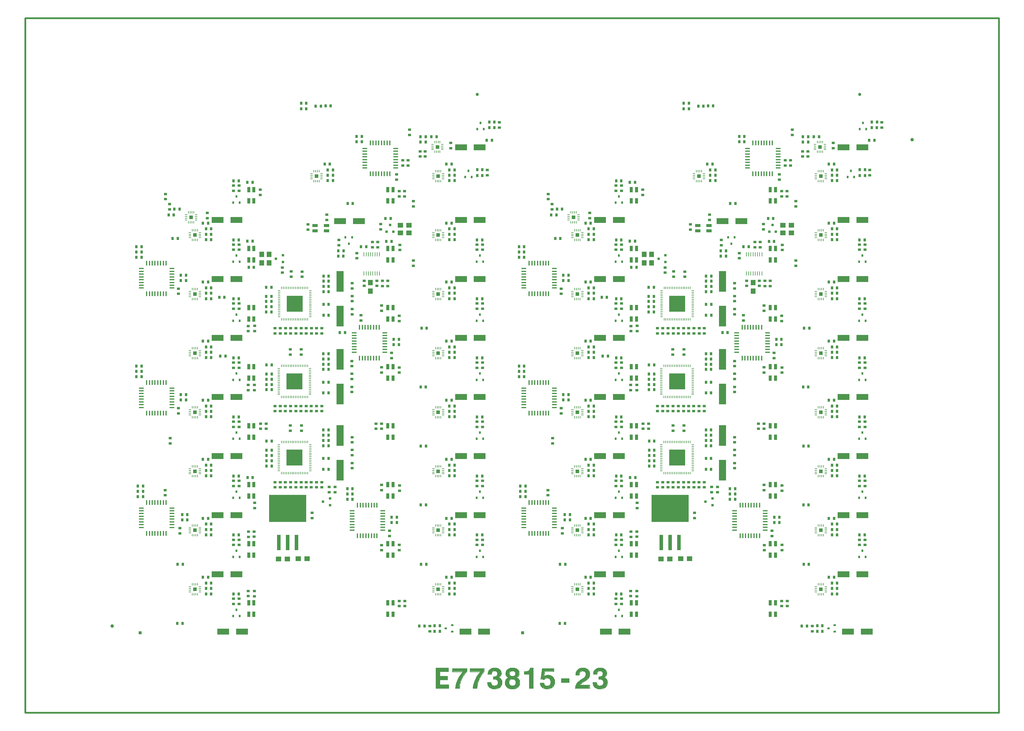
<source format=gbr>
G04 Generated by UcamX v2015.09-150918 on 2015.12.14*
%FSLAX25Y25*%
%MOIN*%
%ADD10C,0.03537*%
%ADD11R,0.03537X0.03537*%
%ADD12R,0.00702X0.02750*%
%ADD13R,0.02750X0.00702*%
%ADD14R,0.18104X0.18104*%
%ADD15R,0.03931X0.17710*%
%ADD16R,0.42120X0.30702*%
%ADD17R,0.00978X0.05112*%
%ADD18R,0.02750X0.03537*%
%ADD19R,0.03537X0.02750*%
%ADD20R,0.05899X0.05506*%
%ADD21R,0.07868X0.23222*%
%ADD22R,0.05506X0.05899*%
%ADD23R,0.03143X0.02750*%
%ADD24R,0.02750X0.03143*%
%ADD25R,0.05506X0.01569*%
%ADD26R,0.01569X0.05506*%
%ADD27R,0.03537X0.05899*%
%ADD28R,0.04324X0.04324*%
%ADD29R,0.01962X0.03143*%
%ADD30R,0.13773X0.06687*%
%ADD31R,0.05899X0.03537*%
%ADD32R,0.03143X0.01962*%
%ADD33C,0.03937*%
%ADD34C,0.01969*%
%ADD35C,0.00100*%
%ADD36C,0.00200*%
%ADD37C,0.00400*%
%ADD38C,0.00800*%
%ADD39C,0.01600*%
%SRX1Y1I0.00000J0.00000*%
G04 layer name: E773815-23*
%LPD*%
D10*
X433071Y622047D03*
X866142D03*
D11*
X51181Y11811D03*
X484252D03*
D12*
X106063Y477303D03*
Y488524D03*
X108031Y477303D03*
Y488524D03*
X110000Y477303D03*
Y488524D03*
X110276Y55532D03*
Y66752D03*
Y122461D03*
Y133681D03*
Y189390D03*
Y200610D03*
Y256319D03*
Y267539D03*
Y323248D03*
Y334469D03*
Y390177D03*
Y401398D03*
Y457106D03*
Y468327D03*
X111969Y477303D03*
Y488524D03*
X112244Y55532D03*
Y66752D03*
Y122461D03*
Y133681D03*
Y189390D03*
Y200610D03*
Y256319D03*
Y267539D03*
Y323248D03*
Y334469D03*
Y390177D03*
Y401398D03*
Y457106D03*
Y468327D03*
X114213Y55532D03*
Y66752D03*
Y122461D03*
Y133681D03*
Y189390D03*
Y200610D03*
Y256319D03*
Y267539D03*
Y323248D03*
Y334469D03*
Y390177D03*
Y401398D03*
Y457106D03*
Y468327D03*
X116181Y55532D03*
Y66752D03*
Y122461D03*
Y133681D03*
Y189390D03*
Y200610D03*
Y256319D03*
Y267539D03*
Y323248D03*
Y334469D03*
Y390177D03*
Y401398D03*
Y457106D03*
Y468327D03*
X211339Y279095D03*
Y314528D03*
X211378Y192717D03*
Y228150D03*
X211457Y367284D03*
Y402717D03*
X213307Y279095D03*
Y314528D03*
X213346Y192717D03*
Y228150D03*
X213425Y367284D03*
Y402717D03*
X215276Y279095D03*
Y314528D03*
X215315Y192717D03*
Y228150D03*
X215394Y367284D03*
Y402717D03*
X217244Y279095D03*
Y314528D03*
X217283Y192717D03*
Y228150D03*
X217362Y367284D03*
Y402717D03*
X219213Y279095D03*
Y314528D03*
X219252Y192717D03*
Y228150D03*
X219331Y367284D03*
Y402717D03*
X221181Y279095D03*
Y314528D03*
X221220Y192717D03*
Y228150D03*
X221299Y367284D03*
Y402717D03*
X223150Y279095D03*
Y314528D03*
X223189Y192717D03*
Y228150D03*
X223268Y367284D03*
Y402717D03*
X225118Y279095D03*
Y314528D03*
X225157Y192717D03*
Y228150D03*
X225236Y367284D03*
Y402717D03*
X227087Y279095D03*
Y314528D03*
X227126Y192717D03*
Y228150D03*
X227205Y367284D03*
Y402717D03*
X229055Y279095D03*
Y314528D03*
X229094Y192717D03*
Y228150D03*
X229173Y367284D03*
Y402717D03*
X231024Y279095D03*
Y314528D03*
X231063Y192717D03*
Y228150D03*
X231142Y367284D03*
Y402717D03*
X232992Y279095D03*
Y314528D03*
X233031Y192717D03*
Y228150D03*
X233110Y367284D03*
Y402717D03*
X234961Y279095D03*
Y314528D03*
X235000Y192717D03*
Y228150D03*
X235079Y367284D03*
Y402717D03*
X236929Y279095D03*
Y314528D03*
X236969Y192717D03*
Y228150D03*
X237047Y367284D03*
Y402717D03*
X238898Y279095D03*
Y314528D03*
X238937Y192717D03*
Y228150D03*
X239016Y367284D03*
Y402717D03*
X240866Y279095D03*
Y314528D03*
X240906Y192717D03*
Y228150D03*
X240984Y367284D03*
Y402717D03*
X248071Y524036D03*
Y535256D03*
X250039Y524036D03*
Y535256D03*
X252008Y524036D03*
Y535256D03*
X253976Y524036D03*
Y535256D03*
X384921Y557067D03*
Y568287D03*
X385866Y55532D03*
Y66752D03*
Y122461D03*
Y133681D03*
Y189390D03*
Y200610D03*
Y256319D03*
Y267539D03*
Y323248D03*
Y334469D03*
Y390177D03*
Y401398D03*
Y457106D03*
Y468327D03*
Y524036D03*
Y535256D03*
X386890Y557067D03*
Y568287D03*
X387835Y55532D03*
Y66752D03*
Y122461D03*
Y133681D03*
Y189390D03*
Y200610D03*
Y256319D03*
Y267539D03*
Y323248D03*
Y334469D03*
Y390177D03*
Y401398D03*
Y457106D03*
Y468327D03*
Y524036D03*
Y535256D03*
X388858Y557067D03*
Y568287D03*
X389803Y55532D03*
Y66752D03*
Y122461D03*
Y133681D03*
Y189390D03*
Y200610D03*
Y256319D03*
Y267539D03*
Y323248D03*
Y334469D03*
Y390177D03*
Y401398D03*
Y457106D03*
Y468327D03*
Y524036D03*
Y535256D03*
X390827Y557067D03*
Y568287D03*
X391772Y55532D03*
Y66752D03*
Y122461D03*
Y133681D03*
Y189390D03*
Y200610D03*
Y256319D03*
Y267539D03*
Y323248D03*
Y334469D03*
Y390177D03*
Y401398D03*
Y457106D03*
Y468327D03*
Y524036D03*
Y535256D03*
X539134Y477303D03*
Y488524D03*
X541102Y477303D03*
Y488524D03*
X543071Y477303D03*
Y488524D03*
X543347Y55532D03*
Y66752D03*
Y122461D03*
Y133681D03*
Y189390D03*
Y200610D03*
Y256319D03*
Y267539D03*
Y323248D03*
Y334469D03*
Y390177D03*
Y401398D03*
Y457106D03*
Y468327D03*
X545040Y477303D03*
Y488524D03*
X545315Y55532D03*
Y66752D03*
Y122461D03*
Y133681D03*
Y189390D03*
Y200610D03*
Y256319D03*
Y267539D03*
Y323248D03*
Y334469D03*
Y390177D03*
Y401398D03*
Y457106D03*
Y468327D03*
X547284Y55532D03*
Y66752D03*
Y122461D03*
Y133681D03*
Y189390D03*
Y200610D03*
Y256319D03*
Y267539D03*
Y323248D03*
Y334469D03*
Y390177D03*
Y401398D03*
Y457106D03*
Y468327D03*
X549252Y55532D03*
Y66752D03*
Y122461D03*
Y133681D03*
Y189390D03*
Y200610D03*
Y256319D03*
Y267539D03*
Y323248D03*
Y334469D03*
Y390177D03*
Y401398D03*
Y457106D03*
Y468327D03*
X644410Y279095D03*
Y314528D03*
X644449Y192717D03*
Y228150D03*
X644528Y367284D03*
Y402717D03*
X646378Y279095D03*
Y314528D03*
X646417Y192717D03*
Y228150D03*
X646496Y367284D03*
Y402717D03*
X648347Y279095D03*
Y314528D03*
X648386Y192717D03*
Y228150D03*
X648465Y367284D03*
Y402717D03*
X650315Y279095D03*
Y314528D03*
X650354Y192717D03*
Y228150D03*
X650433Y367284D03*
Y402717D03*
X652284Y279095D03*
Y314528D03*
X652323Y192717D03*
Y228150D03*
X652402Y367284D03*
Y402717D03*
X654252Y279095D03*
Y314528D03*
X654291Y192717D03*
Y228150D03*
X654370Y367284D03*
Y402717D03*
X656221Y279095D03*
Y314528D03*
X656260Y192717D03*
Y228150D03*
X656339Y367284D03*
Y402717D03*
X658189Y279095D03*
Y314528D03*
X658228Y192717D03*
Y228150D03*
X658307Y367284D03*
Y402717D03*
X660158Y279095D03*
Y314528D03*
X660197Y192717D03*
Y228150D03*
X660276Y367284D03*
Y402717D03*
X662126Y279095D03*
Y314528D03*
X662165Y192717D03*
Y228150D03*
X662244Y367284D03*
Y402717D03*
X664095Y279095D03*
Y314528D03*
X664134Y192717D03*
Y228150D03*
X664213Y367284D03*
Y402717D03*
X666063Y279095D03*
Y314528D03*
X666102Y192717D03*
Y228150D03*
X666181Y367284D03*
Y402717D03*
X668032Y279095D03*
Y314528D03*
X668071Y192717D03*
Y228150D03*
X668150Y367284D03*
Y402717D03*
X670000Y279095D03*
Y314528D03*
X670040Y192717D03*
Y228150D03*
X670118Y367284D03*
Y402717D03*
X671969Y279095D03*
Y314528D03*
X672008Y192717D03*
Y228150D03*
X672087Y367284D03*
Y402717D03*
X673937Y279095D03*
Y314528D03*
X673977Y192717D03*
Y228150D03*
X674055Y367284D03*
Y402717D03*
X681142Y524036D03*
Y535256D03*
X683110Y524036D03*
Y535256D03*
X685079Y524036D03*
Y535256D03*
X687047Y524036D03*
Y535256D03*
X817992Y557067D03*
Y568287D03*
X818937Y55532D03*
Y66752D03*
Y122461D03*
Y133681D03*
Y189390D03*
Y200610D03*
Y256319D03*
Y267539D03*
Y323248D03*
Y334469D03*
Y390177D03*
Y401398D03*
Y457106D03*
Y468327D03*
Y524036D03*
Y535256D03*
X819961Y557067D03*
Y568287D03*
X820906Y55532D03*
Y66752D03*
Y122461D03*
Y133681D03*
Y189390D03*
Y200610D03*
Y256319D03*
Y267539D03*
Y323248D03*
Y334469D03*
Y390177D03*
Y401398D03*
Y457106D03*
Y468327D03*
Y524036D03*
Y535256D03*
X821929Y557067D03*
Y568287D03*
X822874Y55532D03*
Y66752D03*
Y122461D03*
Y133681D03*
Y189390D03*
Y200610D03*
Y256319D03*
Y267539D03*
Y323248D03*
Y334469D03*
Y390177D03*
Y401398D03*
Y457106D03*
Y468327D03*
Y524036D03*
Y535256D03*
X823898Y557067D03*
Y568287D03*
X824843Y55532D03*
Y66752D03*
Y122461D03*
Y133681D03*
Y189390D03*
Y200610D03*
Y256319D03*
Y267539D03*
Y323248D03*
Y334469D03*
Y390177D03*
Y401398D03*
Y457106D03*
Y468327D03*
Y524036D03*
Y535256D03*
D13*
X103406Y479961D03*
Y481929D03*
Y483898D03*
Y485866D03*
X107618Y58189D03*
Y60158D03*
Y62126D03*
Y64095D03*
Y125118D03*
Y127087D03*
Y129055D03*
Y131024D03*
Y192047D03*
Y194016D03*
Y195984D03*
Y197953D03*
Y258976D03*
Y260945D03*
Y262913D03*
Y264882D03*
Y325906D03*
Y327874D03*
Y329843D03*
Y331811D03*
Y392835D03*
Y394803D03*
Y396772D03*
Y398740D03*
Y459764D03*
Y461732D03*
Y463701D03*
Y465669D03*
X114626Y479961D03*
Y481929D03*
Y483898D03*
Y485866D03*
X118839Y58189D03*
Y60158D03*
Y62126D03*
Y64095D03*
Y125118D03*
Y127087D03*
Y129055D03*
Y131024D03*
Y192047D03*
Y194016D03*
Y195984D03*
Y197953D03*
Y258976D03*
Y260945D03*
Y262913D03*
Y264882D03*
Y325906D03*
Y327874D03*
Y329843D03*
Y331811D03*
Y392835D03*
Y394803D03*
Y396772D03*
Y398740D03*
Y459764D03*
Y461732D03*
Y463701D03*
Y465669D03*
X208386Y282047D03*
Y284016D03*
Y285984D03*
Y287953D03*
Y289921D03*
Y291890D03*
Y293858D03*
Y295827D03*
Y297795D03*
Y299764D03*
Y301732D03*
Y303701D03*
Y305669D03*
Y307638D03*
Y309606D03*
Y311575D03*
X208425Y195669D03*
Y197638D03*
Y199606D03*
Y201575D03*
Y203543D03*
Y205512D03*
Y207480D03*
Y209449D03*
Y211417D03*
Y213386D03*
Y215354D03*
Y217323D03*
Y219291D03*
Y221260D03*
Y223228D03*
Y225197D03*
X208504Y370236D03*
Y372205D03*
Y374173D03*
Y376142D03*
Y378110D03*
Y380079D03*
Y382047D03*
Y384016D03*
Y385984D03*
Y387953D03*
Y389921D03*
Y391890D03*
Y393858D03*
Y395827D03*
Y397795D03*
Y399764D03*
X243819Y282047D03*
Y284016D03*
Y285984D03*
Y287953D03*
Y289921D03*
Y291890D03*
Y293858D03*
Y295827D03*
Y297795D03*
Y299764D03*
Y301732D03*
Y303701D03*
Y305669D03*
Y307638D03*
Y309606D03*
Y311575D03*
X243858Y195669D03*
Y197638D03*
Y199606D03*
Y201575D03*
Y203543D03*
Y205512D03*
Y207480D03*
Y209449D03*
Y211417D03*
Y213386D03*
Y215354D03*
Y217323D03*
Y219291D03*
Y221260D03*
Y223228D03*
Y225197D03*
X243937Y370236D03*
Y372205D03*
Y374173D03*
Y376142D03*
Y378110D03*
Y380079D03*
Y382047D03*
Y384016D03*
Y385984D03*
Y387953D03*
Y389921D03*
Y391890D03*
Y393858D03*
Y395827D03*
Y397795D03*
Y399764D03*
X245413Y526693D03*
Y528661D03*
Y530630D03*
Y532599D03*
X256634Y526693D03*
Y528661D03*
Y530630D03*
Y532599D03*
X382264Y559724D03*
Y561693D03*
Y563661D03*
Y565630D03*
X383209Y58189D03*
Y60158D03*
Y62126D03*
Y64095D03*
Y125118D03*
Y127087D03*
Y129055D03*
Y131024D03*
Y192047D03*
Y194016D03*
Y195984D03*
Y197953D03*
Y258976D03*
Y260945D03*
Y262913D03*
Y264882D03*
Y325906D03*
Y327874D03*
Y329843D03*
Y331811D03*
Y392835D03*
Y394803D03*
Y396772D03*
Y398740D03*
Y459764D03*
Y461732D03*
Y463701D03*
Y465669D03*
Y526693D03*
Y528661D03*
Y530630D03*
Y532599D03*
X393484Y559724D03*
Y561693D03*
Y563661D03*
Y565630D03*
X394429Y58189D03*
Y60158D03*
Y62126D03*
Y64095D03*
Y125118D03*
Y127087D03*
Y129055D03*
Y131024D03*
Y192047D03*
Y194016D03*
Y195984D03*
Y197953D03*
Y258976D03*
Y260945D03*
Y262913D03*
Y264882D03*
Y325906D03*
Y327874D03*
Y329843D03*
Y331811D03*
Y392835D03*
Y394803D03*
Y396772D03*
Y398740D03*
Y459764D03*
Y461732D03*
Y463701D03*
Y465669D03*
Y526693D03*
Y528661D03*
Y530630D03*
Y532599D03*
X536477Y479961D03*
Y481929D03*
Y483898D03*
Y485866D03*
X540689Y58189D03*
Y60158D03*
Y62126D03*
Y64095D03*
Y125118D03*
Y127087D03*
Y129055D03*
Y131024D03*
Y192047D03*
Y194016D03*
Y195984D03*
Y197953D03*
Y258976D03*
Y260945D03*
Y262913D03*
Y264882D03*
Y325906D03*
Y327874D03*
Y329843D03*
Y331811D03*
Y392835D03*
Y394803D03*
Y396772D03*
Y398740D03*
Y459764D03*
Y461732D03*
Y463701D03*
Y465669D03*
X547697Y479961D03*
Y481929D03*
Y483898D03*
Y485866D03*
X551910Y58189D03*
Y60158D03*
Y62126D03*
Y64095D03*
Y125118D03*
Y127087D03*
Y129055D03*
Y131024D03*
Y192047D03*
Y194016D03*
Y195984D03*
Y197953D03*
Y258976D03*
Y260945D03*
Y262913D03*
Y264882D03*
Y325906D03*
Y327874D03*
Y329843D03*
Y331811D03*
Y392835D03*
Y394803D03*
Y396772D03*
Y398740D03*
Y459764D03*
Y461732D03*
Y463701D03*
Y465669D03*
X641457Y282047D03*
Y284016D03*
Y285984D03*
Y287953D03*
Y289921D03*
Y291890D03*
Y293858D03*
Y295827D03*
Y297795D03*
Y299764D03*
Y301732D03*
Y303701D03*
Y305669D03*
Y307638D03*
Y309606D03*
Y311575D03*
X641496Y195669D03*
Y197638D03*
Y199606D03*
Y201575D03*
Y203543D03*
Y205512D03*
Y207480D03*
Y209449D03*
Y211417D03*
Y213386D03*
Y215354D03*
Y217323D03*
Y219291D03*
Y221260D03*
Y223228D03*
Y225197D03*
X641575Y370236D03*
Y372205D03*
Y374173D03*
Y376142D03*
Y378110D03*
Y380079D03*
Y382047D03*
Y384016D03*
Y385984D03*
Y387953D03*
Y389921D03*
Y391890D03*
Y393858D03*
Y395827D03*
Y397795D03*
Y399764D03*
X676890Y282047D03*
Y284016D03*
Y285984D03*
Y287953D03*
Y289921D03*
Y291890D03*
Y293858D03*
Y295827D03*
Y297795D03*
Y299764D03*
Y301732D03*
Y303701D03*
Y305669D03*
Y307638D03*
Y309606D03*
Y311575D03*
X676929Y195669D03*
Y197638D03*
Y199606D03*
Y201575D03*
Y203543D03*
Y205512D03*
Y207480D03*
Y209449D03*
Y211417D03*
Y213386D03*
Y215354D03*
Y217323D03*
Y219291D03*
Y221260D03*
Y223228D03*
Y225197D03*
X677008Y370236D03*
Y372205D03*
Y374173D03*
Y376142D03*
Y378110D03*
Y380079D03*
Y382047D03*
Y384016D03*
Y385984D03*
Y387953D03*
Y389921D03*
Y391890D03*
Y393858D03*
Y395827D03*
Y397795D03*
Y399764D03*
X678484Y526693D03*
Y528661D03*
Y530630D03*
Y532599D03*
X689705Y526693D03*
Y528661D03*
Y530630D03*
Y532599D03*
X815335Y559724D03*
Y561693D03*
Y563661D03*
Y565630D03*
X816280Y58189D03*
Y60158D03*
Y62126D03*
Y64095D03*
Y125118D03*
Y127087D03*
Y129055D03*
Y131024D03*
Y192047D03*
Y194016D03*
Y195984D03*
Y197953D03*
Y258976D03*
Y260945D03*
Y262913D03*
Y264882D03*
Y325906D03*
Y327874D03*
Y329843D03*
Y331811D03*
Y392835D03*
Y394803D03*
Y396772D03*
Y398740D03*
Y459764D03*
Y461732D03*
Y463701D03*
Y465669D03*
Y526693D03*
Y528661D03*
Y530630D03*
Y532599D03*
X826555Y559724D03*
Y561693D03*
Y563661D03*
Y565630D03*
X827500Y58189D03*
Y60158D03*
Y62126D03*
Y64095D03*
Y125118D03*
Y127087D03*
Y129055D03*
Y131024D03*
Y192047D03*
Y194016D03*
Y195984D03*
Y197953D03*
Y258976D03*
Y260945D03*
Y262913D03*
Y264882D03*
Y325906D03*
Y327874D03*
Y329843D03*
Y331811D03*
Y392835D03*
Y394803D03*
Y396772D03*
Y398740D03*
Y459764D03*
Y461732D03*
Y463701D03*
Y465669D03*
Y526693D03*
Y528661D03*
Y530630D03*
Y532599D03*
D14*
X226102Y296811D03*
X226142Y210433D03*
X226220Y385000D03*
X659173Y296811D03*
X659213Y210433D03*
X659291Y385000D03*
D15*
X208268Y114232D03*
X218268D03*
X228268D03*
X641339D03*
X651339D03*
X661339D03*
D16*
X218169Y153012D03*
X651240D03*
D17*
X304675Y419213D03*
Y440866D03*
X307175Y419213D03*
Y440866D03*
X309675Y419213D03*
Y440866D03*
X312175Y419213D03*
Y440866D03*
X314675Y419213D03*
Y440866D03*
X317175Y419213D03*
Y440866D03*
X319675Y419213D03*
Y440866D03*
X322175Y419213D03*
Y440866D03*
X737746Y419213D03*
Y440866D03*
X740246Y419213D03*
Y440866D03*
X742746Y419213D03*
Y440866D03*
X745246Y419213D03*
Y440866D03*
X747746Y419213D03*
Y440866D03*
X750246Y419213D03*
Y440866D03*
X752746Y419213D03*
Y440866D03*
X755246Y419213D03*
Y440866D03*
D18*
X47146Y302106D03*
Y308110D03*
Y314114D03*
Y437500D03*
Y443504D03*
Y449508D03*
X48681Y166083D03*
Y172087D03*
Y178091D03*
X53051Y302106D03*
Y308110D03*
Y314114D03*
Y437500D03*
Y443504D03*
Y449508D03*
X54587Y166083D03*
Y172087D03*
Y178091D03*
X83543Y485433D03*
X88150Y458858D03*
X89449Y485433D03*
X90118Y492126D03*
X93307Y22638D03*
X93602Y89665D03*
X94055Y458858D03*
X96024Y492126D03*
X97362Y275748D03*
Y281772D03*
Y411142D03*
Y417165D03*
X98898Y139724D03*
Y145748D03*
X99213Y22638D03*
X99508Y89665D03*
X103268Y275748D03*
Y281772D03*
Y411142D03*
Y417165D03*
X104803Y139724D03*
Y145748D03*
X122441Y74764D03*
Y141693D03*
Y208622D03*
Y275551D03*
Y342480D03*
Y409410D03*
Y476339D03*
X125866Y56024D03*
Y62087D03*
Y68150D03*
Y122953D03*
Y129016D03*
Y135079D03*
Y189882D03*
Y195945D03*
Y202008D03*
Y256811D03*
Y262874D03*
Y268937D03*
Y323740D03*
Y329803D03*
Y335866D03*
Y390669D03*
Y396732D03*
Y402795D03*
Y457599D03*
Y463661D03*
Y469724D03*
X128346Y74764D03*
Y141693D03*
Y208622D03*
Y275551D03*
Y342480D03*
Y409410D03*
Y476339D03*
X131772Y56024D03*
Y62087D03*
Y68150D03*
Y122953D03*
Y129016D03*
Y135079D03*
Y189882D03*
Y195945D03*
Y202008D03*
Y256811D03*
Y262874D03*
Y268937D03*
Y323740D03*
Y329803D03*
Y335866D03*
Y390669D03*
Y396732D03*
Y402795D03*
Y457599D03*
Y463661D03*
Y469724D03*
X140846Y392224D03*
X142087Y325551D03*
X146752Y392224D03*
X147992Y325551D03*
X157126Y55787D03*
Y122717D03*
Y189646D03*
Y256575D03*
Y323504D03*
Y390433D03*
Y457362D03*
Y524291D03*
X163031Y55787D03*
Y122717D03*
Y189646D03*
Y256575D03*
Y323504D03*
Y390433D03*
Y457362D03*
Y524291D03*
X172677Y455827D03*
X172736Y522638D03*
X172913Y188032D03*
X174213Y426142D03*
X178583Y455827D03*
X178642Y522638D03*
X178819Y188032D03*
X180118Y426142D03*
X194016Y375591D03*
Y381496D03*
Y387402D03*
Y393307D03*
Y403661D03*
X194390Y287402D03*
Y293307D03*
Y299213D03*
Y305118D03*
Y315453D03*
X194429Y201024D03*
Y206929D03*
Y212835D03*
Y218740D03*
Y229075D03*
X199921Y375591D03*
Y381496D03*
Y387402D03*
Y393307D03*
Y403661D03*
X200295Y287402D03*
Y293307D03*
Y299213D03*
Y305118D03*
Y315453D03*
X200335Y201024D03*
Y206929D03*
Y212835D03*
Y218740D03*
Y229075D03*
X233543Y605945D03*
X233583Y612126D03*
X239449Y605945D03*
X239488Y612126D03*
X250157Y609016D03*
X256063D03*
X258780Y283740D03*
Y295906D03*
Y310394D03*
Y316299D03*
Y322205D03*
Y328110D03*
X258819Y197362D03*
Y209528D03*
Y224016D03*
Y229921D03*
Y235827D03*
Y241732D03*
X258898Y371929D03*
Y384095D03*
Y398583D03*
Y404488D03*
Y410394D03*
Y416299D03*
X260236Y543268D03*
X261181Y609055D03*
X263661Y524528D03*
Y530591D03*
Y536654D03*
X264685Y283740D03*
Y295906D03*
Y310394D03*
Y316299D03*
Y322205D03*
Y328110D03*
X264724Y197362D03*
Y209528D03*
Y224016D03*
Y229921D03*
Y235827D03*
Y241732D03*
X264803Y371929D03*
Y384095D03*
Y398583D03*
Y404488D03*
Y410394D03*
Y416299D03*
X266142Y543268D03*
X267087Y609055D03*
X269567Y524528D03*
Y530591D03*
Y536654D03*
X275591Y438858D03*
X275709Y445000D03*
X277461Y352067D03*
X281496Y438858D03*
X281614Y445000D03*
X283366Y352067D03*
X285886Y163091D03*
Y169095D03*
Y175099D03*
X286220Y498524D03*
X291791Y163091D03*
Y169095D03*
Y175099D03*
X292126Y498524D03*
X296496Y568701D03*
Y574606D03*
X301280Y449606D03*
X302402Y568701D03*
Y574606D03*
X307185Y449606D03*
X329134Y481398D03*
X330157Y455512D03*
X335039Y481398D03*
X336063Y455512D03*
X336102Y136732D03*
Y142756D03*
X338465Y338386D03*
Y344410D03*
X342008Y136732D03*
Y142756D03*
X344370Y338386D03*
Y344410D03*
X367362Y19488D03*
X368661Y568347D03*
Y574252D03*
X368848Y290404D03*
X369134Y156969D03*
Y223583D03*
X369488Y89646D03*
X369882Y357234D03*
X373268Y19488D03*
X374567Y568347D03*
Y574252D03*
X374754Y290404D03*
X375039Y156969D03*
Y223583D03*
X375394Y89646D03*
X375787Y357234D03*
X381063Y574252D03*
X384803Y13583D03*
Y20000D03*
X386969Y574252D03*
X390709Y13583D03*
Y20000D03*
X398031Y74764D03*
Y141693D03*
Y208622D03*
Y275551D03*
Y342480D03*
Y409410D03*
Y476339D03*
Y543268D03*
X401457Y56024D03*
Y62087D03*
Y68150D03*
Y122953D03*
Y129016D03*
Y135079D03*
Y189882D03*
Y195945D03*
Y202008D03*
Y256811D03*
Y262874D03*
Y268937D03*
Y323740D03*
Y329803D03*
Y335866D03*
Y390669D03*
Y396732D03*
Y402795D03*
Y457599D03*
Y463661D03*
Y469724D03*
Y524528D03*
Y530591D03*
Y536654D03*
X403937Y74764D03*
Y141693D03*
Y208622D03*
Y275551D03*
Y342480D03*
Y409410D03*
Y476339D03*
Y543268D03*
X407362Y56024D03*
Y62087D03*
Y68150D03*
Y122953D03*
Y129016D03*
Y135079D03*
Y189882D03*
Y195945D03*
Y202008D03*
Y256811D03*
Y262874D03*
Y268937D03*
Y323740D03*
Y329803D03*
Y335866D03*
Y390669D03*
Y396732D03*
Y402795D03*
Y457599D03*
Y463661D03*
Y469724D03*
Y524528D03*
Y530591D03*
Y536654D03*
X432717Y122717D03*
Y189646D03*
Y256575D03*
Y323504D03*
Y390433D03*
Y457362D03*
X432874Y530295D03*
Y536713D03*
X438622Y122717D03*
Y189646D03*
Y256575D03*
Y323504D03*
Y390433D03*
Y457362D03*
X438780Y530295D03*
Y536713D03*
X443701Y570276D03*
X446516Y584469D03*
X446555Y590847D03*
X449606Y570276D03*
X452421Y584469D03*
X452461Y590847D03*
X480217Y302106D03*
Y308110D03*
Y314114D03*
Y437500D03*
Y443504D03*
Y449508D03*
X481752Y166083D03*
Y172087D03*
Y178091D03*
X486122Y302106D03*
Y308110D03*
Y314114D03*
Y437500D03*
Y443504D03*
Y449508D03*
X487658Y166083D03*
Y172087D03*
Y178091D03*
X516614Y485433D03*
X521221Y458858D03*
X522520Y485433D03*
X523189Y492126D03*
X526378Y22638D03*
X526673Y89665D03*
X527126Y458858D03*
X529095Y492126D03*
X530433Y275748D03*
Y281772D03*
Y411142D03*
Y417165D03*
X531969Y139724D03*
Y145748D03*
X532284Y22638D03*
X532579Y89665D03*
X536339Y275748D03*
Y281772D03*
Y411142D03*
Y417165D03*
X537874Y139724D03*
Y145748D03*
X555512Y74764D03*
Y141693D03*
Y208622D03*
Y275551D03*
Y342480D03*
Y409410D03*
Y476339D03*
X558937Y56024D03*
Y62087D03*
Y68150D03*
Y122953D03*
Y129016D03*
Y135079D03*
Y189882D03*
Y195945D03*
Y202008D03*
Y256811D03*
Y262874D03*
Y268937D03*
Y323740D03*
Y329803D03*
Y335866D03*
Y390669D03*
Y396732D03*
Y402795D03*
Y457599D03*
Y463661D03*
Y469724D03*
X561417Y74764D03*
Y141693D03*
Y208622D03*
Y275551D03*
Y342480D03*
Y409410D03*
Y476339D03*
X564843Y56024D03*
Y62087D03*
Y68150D03*
Y122953D03*
Y129016D03*
Y135079D03*
Y189882D03*
Y195945D03*
Y202008D03*
Y256811D03*
Y262874D03*
Y268937D03*
Y323740D03*
Y329803D03*
Y335866D03*
Y390669D03*
Y396732D03*
Y402795D03*
Y457599D03*
Y463661D03*
Y469724D03*
X573917Y392224D03*
X575158Y325551D03*
X579823Y392224D03*
X581063Y325551D03*
X590197Y55787D03*
Y122717D03*
Y189646D03*
Y256575D03*
Y323504D03*
Y390433D03*
Y457362D03*
Y524291D03*
X596102Y55787D03*
Y122717D03*
Y189646D03*
Y256575D03*
Y323504D03*
Y390433D03*
Y457362D03*
Y524291D03*
X605748Y455827D03*
X605807Y522638D03*
X605984Y188032D03*
X607284Y426142D03*
X611654Y455827D03*
X611713Y522638D03*
X611890Y188032D03*
X613189Y426142D03*
X627087Y375591D03*
Y381496D03*
Y387402D03*
Y393307D03*
Y403661D03*
X627461Y287402D03*
Y293307D03*
Y299213D03*
Y305118D03*
Y315453D03*
X627500Y201024D03*
Y206929D03*
Y212835D03*
Y218740D03*
Y229075D03*
X632992Y375591D03*
Y381496D03*
Y387402D03*
Y393307D03*
Y403661D03*
X633366Y287402D03*
Y293307D03*
Y299213D03*
Y305118D03*
Y315453D03*
X633406Y201024D03*
Y206929D03*
Y212835D03*
Y218740D03*
Y229075D03*
X666614Y605945D03*
X666654Y612126D03*
X672520Y605945D03*
X672559Y612126D03*
X683228Y609016D03*
X689134D03*
X691851Y283740D03*
Y295906D03*
Y310394D03*
Y316299D03*
Y322205D03*
Y328110D03*
X691890Y197362D03*
Y209528D03*
Y224016D03*
Y229921D03*
Y235827D03*
Y241732D03*
X691969Y371929D03*
Y384095D03*
Y398583D03*
Y404488D03*
Y410394D03*
Y416299D03*
X693307Y543268D03*
X694252Y609055D03*
X696732Y524528D03*
Y530591D03*
Y536654D03*
X697756Y283740D03*
Y295906D03*
Y310394D03*
Y316299D03*
Y322205D03*
Y328110D03*
X697795Y197362D03*
Y209528D03*
Y224016D03*
Y229921D03*
Y235827D03*
Y241732D03*
X697874Y371929D03*
Y384095D03*
Y398583D03*
Y404488D03*
Y410394D03*
Y416299D03*
X699213Y543268D03*
X700158Y609055D03*
X702638Y524528D03*
Y530591D03*
Y536654D03*
X708662Y438858D03*
X708780Y445000D03*
X710532Y352067D03*
X714567Y438858D03*
X714685Y445000D03*
X716437Y352067D03*
X718957Y163091D03*
Y169095D03*
Y175099D03*
X719291Y498524D03*
X724862Y163091D03*
Y169095D03*
Y175099D03*
X725197Y498524D03*
X729567Y568701D03*
Y574606D03*
X734351Y449606D03*
X735473Y568701D03*
Y574606D03*
X740256Y449606D03*
X762205Y481398D03*
X763228Y455512D03*
X768110Y481398D03*
X769134Y455512D03*
X769173Y136732D03*
Y142756D03*
X771536Y338386D03*
Y344410D03*
X775079Y136732D03*
Y142756D03*
X777441Y338386D03*
Y344410D03*
X800433Y19488D03*
X801732Y568347D03*
Y574252D03*
X801919Y290404D03*
X802205Y156969D03*
Y223583D03*
X802559Y89646D03*
X802953Y357234D03*
X806339Y19488D03*
X807638Y568347D03*
Y574252D03*
X807825Y290404D03*
X808110Y156969D03*
Y223583D03*
X808465Y89646D03*
X808858Y357234D03*
X814134Y574252D03*
X817874Y13583D03*
Y20000D03*
X820040Y574252D03*
X823780Y13583D03*
Y20000D03*
X831102Y74764D03*
Y141693D03*
Y208622D03*
Y275551D03*
Y342480D03*
Y409410D03*
Y476339D03*
Y543268D03*
X834528Y56024D03*
Y62087D03*
Y68150D03*
Y122953D03*
Y129016D03*
Y135079D03*
Y189882D03*
Y195945D03*
Y202008D03*
Y256811D03*
Y262874D03*
Y268937D03*
Y323740D03*
Y329803D03*
Y335866D03*
Y390669D03*
Y396732D03*
Y402795D03*
Y457599D03*
Y463661D03*
Y469724D03*
Y524528D03*
Y530591D03*
Y536654D03*
X837008Y74764D03*
Y141693D03*
Y208622D03*
Y275551D03*
Y342480D03*
Y409410D03*
Y476339D03*
Y543268D03*
X840433Y56024D03*
Y62087D03*
Y68150D03*
Y122953D03*
Y129016D03*
Y135079D03*
Y189882D03*
Y195945D03*
Y202008D03*
Y256811D03*
Y262874D03*
Y268937D03*
Y323740D03*
Y329803D03*
Y335866D03*
Y390669D03*
Y396732D03*
Y402795D03*
Y457599D03*
Y463661D03*
Y469724D03*
Y524528D03*
Y530591D03*
Y536654D03*
X865788Y122717D03*
Y189646D03*
Y256575D03*
Y323504D03*
Y390433D03*
Y457362D03*
X865945Y530295D03*
Y536713D03*
X871693Y122717D03*
Y189646D03*
Y256575D03*
Y323504D03*
Y390433D03*
Y457362D03*
X871851Y530295D03*
Y536713D03*
X876772Y570276D03*
X879587Y584469D03*
X879626Y590847D03*
X882677Y570276D03*
X885492Y584469D03*
X885532Y590847D03*
D19*
X79823Y167717D03*
Y173622D03*
X80118Y503386D03*
Y509291D03*
X84528Y491890D03*
Y497795D03*
X85276Y226496D03*
Y232402D03*
X94783Y260669D03*
Y266575D03*
Y396063D03*
Y401969D03*
X96319Y124646D03*
Y130551D03*
X127283Y481811D03*
Y487717D03*
X157008Y44488D03*
Y50394D03*
Y111417D03*
Y117323D03*
Y178347D03*
Y184252D03*
Y245276D03*
Y251181D03*
Y312205D03*
Y318110D03*
Y379134D03*
Y385039D03*
Y446063D03*
Y451969D03*
Y512992D03*
Y518898D03*
X163425Y44488D03*
Y50394D03*
Y111417D03*
Y117323D03*
Y178347D03*
Y184252D03*
Y245276D03*
Y251181D03*
Y312205D03*
Y318110D03*
Y379134D03*
Y385039D03*
Y446063D03*
Y451969D03*
Y512992D03*
Y518898D03*
X173701Y286969D03*
Y292874D03*
X173720Y53465D03*
Y59370D03*
X173780Y353740D03*
Y359646D03*
X173937Y120630D03*
Y126536D03*
X180433Y120709D03*
Y126614D03*
X180512Y53268D03*
Y59173D03*
X180709Y286929D03*
Y292835D03*
X180906Y353819D03*
Y359724D03*
X180945Y153307D03*
Y159213D03*
X187402Y508366D03*
Y514272D03*
X187756Y243110D03*
Y249016D03*
X194055Y243110D03*
Y249016D03*
X203937Y263110D03*
Y269016D03*
X203976Y176732D03*
Y182638D03*
X204055Y351299D03*
Y357205D03*
X209843Y263110D03*
Y269016D03*
X209882Y176732D03*
Y182638D03*
X209961Y351299D03*
Y357205D03*
X212480Y420079D03*
Y425984D03*
X215748Y263110D03*
Y269016D03*
X215787Y176732D03*
Y182638D03*
X215866Y351299D03*
Y357205D03*
X221417Y327323D03*
Y333228D03*
X221457Y240945D03*
Y246850D03*
X221654Y263110D03*
Y269016D03*
X221693Y176732D03*
Y182638D03*
X221772Y351299D03*
Y357205D03*
X222205Y415512D03*
Y421417D03*
X227559Y263110D03*
Y269016D03*
X227598Y176732D03*
Y182638D03*
X227677Y351299D03*
Y357205D03*
X233465Y263110D03*
Y269016D03*
X233504Y176732D03*
Y182638D03*
X233583Y351299D03*
Y357205D03*
X233819Y327323D03*
Y333228D03*
X233858Y240945D03*
Y246850D03*
X234764Y415433D03*
Y421339D03*
X239173Y263110D03*
Y269016D03*
X239213Y176732D03*
Y182638D03*
X239291Y351299D03*
Y357205D03*
X241339Y468937D03*
Y474843D03*
X245079Y263110D03*
Y269016D03*
X245118Y176732D03*
Y182638D03*
X245197Y351299D03*
Y357205D03*
X245945Y141969D03*
Y147874D03*
X250984Y263110D03*
Y269016D03*
X251024Y176732D03*
Y182638D03*
X251102Y351299D03*
Y357205D03*
X256890Y263110D03*
Y269016D03*
X256929Y176732D03*
Y182638D03*
X257008Y351299D03*
Y357205D03*
X262795Y479882D03*
Y485787D03*
X265394Y171299D03*
Y177205D03*
X271850Y171339D03*
Y177244D03*
X276339Y451221D03*
Y457126D03*
X291142Y284764D03*
Y290669D03*
Y299528D03*
Y305433D03*
Y314095D03*
Y320000D03*
X291181Y198386D03*
Y204291D03*
Y213150D03*
Y219055D03*
Y227717D03*
Y233622D03*
X291260Y372953D03*
Y378858D03*
Y387717D03*
Y393622D03*
Y402284D03*
Y408189D03*
X296752Y436417D03*
Y442323D03*
X301280Y365945D03*
Y371850D03*
X304961Y405079D03*
Y410984D03*
X314370Y448819D03*
Y454724D03*
X318307Y243110D03*
Y249016D03*
X319370Y405079D03*
Y410984D03*
X320354Y448819D03*
Y454724D03*
X323819Y469193D03*
Y475099D03*
X324508Y243110D03*
Y249016D03*
X324606Y173524D03*
Y179429D03*
Y376870D03*
Y382776D03*
X324646Y306988D03*
Y312894D03*
X324803Y105433D03*
Y111339D03*
X325591Y405020D03*
Y410925D03*
X331693Y405020D03*
Y410925D03*
X333524Y121654D03*
Y127559D03*
X335886Y323307D03*
Y329213D03*
X341831Y525492D03*
Y531398D03*
X344587Y506595D03*
Y512500D03*
X344685Y42126D03*
Y48032D03*
Y365236D03*
Y371142D03*
X344783Y105512D03*
Y111417D03*
Y306791D03*
Y312697D03*
X344882Y173032D03*
Y178937D03*
X345374Y445768D03*
Y451673D03*
X348622Y541536D03*
Y547441D03*
X350689Y506595D03*
Y512500D03*
X350984Y42126D03*
Y48032D03*
X354626Y541536D03*
Y547441D03*
X356496Y576280D03*
Y582185D03*
X360748Y427913D03*
Y433819D03*
Y495236D03*
Y501142D03*
X368228Y551772D03*
Y557677D03*
X374134Y551772D03*
Y557677D03*
X379409Y13701D03*
Y19606D03*
X403071Y561181D03*
Y567087D03*
X432598Y111417D03*
Y117323D03*
Y178347D03*
Y184252D03*
Y245276D03*
Y251181D03*
Y312205D03*
Y318110D03*
Y379134D03*
Y385039D03*
Y446063D03*
Y451969D03*
X439016Y111417D03*
Y117323D03*
Y178347D03*
Y184252D03*
Y245276D03*
Y251181D03*
Y312205D03*
Y318110D03*
Y379134D03*
Y385039D03*
Y446063D03*
Y451969D03*
X444173Y530689D03*
Y536595D03*
X457972Y584547D03*
Y590453D03*
X512894Y167717D03*
Y173622D03*
X513189Y503386D03*
Y509291D03*
X517599Y491890D03*
Y497795D03*
X518347Y226496D03*
Y232402D03*
X527854Y260669D03*
Y266575D03*
Y396063D03*
Y401969D03*
X529390Y124646D03*
Y130551D03*
X560354Y481811D03*
Y487717D03*
X590079Y44488D03*
Y50394D03*
Y111417D03*
Y117323D03*
Y178347D03*
Y184252D03*
Y245276D03*
Y251181D03*
Y312205D03*
Y318110D03*
Y379134D03*
Y385039D03*
Y446063D03*
Y451969D03*
Y512992D03*
Y518898D03*
X596496Y44488D03*
Y50394D03*
Y111417D03*
Y117323D03*
Y178347D03*
Y184252D03*
Y245276D03*
Y251181D03*
Y312205D03*
Y318110D03*
Y379134D03*
Y385039D03*
Y446063D03*
Y451969D03*
Y512992D03*
Y518898D03*
X606772Y286969D03*
Y292874D03*
X606791Y53465D03*
Y59370D03*
X606851Y353740D03*
Y359646D03*
X607008Y120630D03*
Y126536D03*
X613504Y120709D03*
Y126614D03*
X613583Y53268D03*
Y59173D03*
X613780Y286929D03*
Y292835D03*
X613977Y353819D03*
Y359724D03*
X614016Y153307D03*
Y159213D03*
X620473Y508366D03*
Y514272D03*
X620827Y243110D03*
Y249016D03*
X627126Y243110D03*
Y249016D03*
X637008Y263110D03*
Y269016D03*
X637047Y176732D03*
Y182638D03*
X637126Y351299D03*
Y357205D03*
X642914Y263110D03*
Y269016D03*
X642953Y176732D03*
Y182638D03*
X643032Y351299D03*
Y357205D03*
X645551Y420079D03*
Y425984D03*
X648819Y263110D03*
Y269016D03*
X648858Y176732D03*
Y182638D03*
X648937Y351299D03*
Y357205D03*
X654488Y327323D03*
Y333228D03*
X654528Y240945D03*
Y246850D03*
X654725Y263110D03*
Y269016D03*
X654764Y176732D03*
Y182638D03*
X654843Y351299D03*
Y357205D03*
X655276Y415512D03*
Y421417D03*
X660630Y263110D03*
Y269016D03*
X660669Y176732D03*
Y182638D03*
X660748Y351299D03*
Y357205D03*
X666536Y263110D03*
Y269016D03*
X666575Y176732D03*
Y182638D03*
X666654Y351299D03*
Y357205D03*
X666890Y327323D03*
Y333228D03*
X666929Y240945D03*
Y246850D03*
X667835Y415433D03*
Y421339D03*
X672244Y263110D03*
Y269016D03*
X672284Y176732D03*
Y182638D03*
X672362Y351299D03*
Y357205D03*
X674410Y468937D03*
Y474843D03*
X678150Y263110D03*
Y269016D03*
X678189Y176732D03*
Y182638D03*
X678268Y351299D03*
Y357205D03*
X679016Y141969D03*
Y147874D03*
X684055Y263110D03*
Y269016D03*
X684095Y176732D03*
Y182638D03*
X684173Y351299D03*
Y357205D03*
X689961Y263110D03*
Y269016D03*
X690000Y176732D03*
Y182638D03*
X690079Y351299D03*
Y357205D03*
X695866Y479882D03*
Y485787D03*
X698465Y171299D03*
Y177205D03*
X704921Y171339D03*
Y177244D03*
X709410Y451221D03*
Y457126D03*
X724213Y284764D03*
Y290669D03*
Y299528D03*
Y305433D03*
Y314095D03*
Y320000D03*
X724252Y198386D03*
Y204291D03*
Y213150D03*
Y219055D03*
Y227717D03*
Y233622D03*
X724331Y372953D03*
Y378858D03*
Y387717D03*
Y393622D03*
Y402284D03*
Y408189D03*
X729823Y436417D03*
Y442323D03*
X734351Y365945D03*
Y371850D03*
X738032Y405079D03*
Y410984D03*
X747441Y448819D03*
Y454724D03*
X751378Y243110D03*
Y249016D03*
X752441Y405079D03*
Y410984D03*
X753425Y448819D03*
Y454724D03*
X756890Y469193D03*
Y475099D03*
X757579Y243110D03*
Y249016D03*
X757677Y173524D03*
Y179429D03*
Y376870D03*
Y382776D03*
X757717Y306988D03*
Y312894D03*
X757874Y105433D03*
Y111339D03*
X758662Y405020D03*
Y410925D03*
X764764Y405020D03*
Y410925D03*
X766595Y121654D03*
Y127559D03*
X768957Y323307D03*
Y329213D03*
X774902Y525492D03*
Y531398D03*
X777658Y506595D03*
Y512500D03*
X777756Y42126D03*
Y48032D03*
Y365236D03*
Y371142D03*
X777854Y105512D03*
Y111417D03*
Y306791D03*
Y312697D03*
X777953Y173032D03*
Y178937D03*
X778445Y445768D03*
Y451673D03*
X781693Y541536D03*
Y547441D03*
X783760Y506595D03*
Y512500D03*
X784055Y42126D03*
Y48032D03*
X787697Y541536D03*
Y547441D03*
X789567Y576280D03*
Y582185D03*
X793819Y427913D03*
Y433819D03*
Y495236D03*
Y501142D03*
X801299Y551772D03*
Y557677D03*
X807205Y551772D03*
Y557677D03*
X812480Y13701D03*
Y19606D03*
X836142Y561181D03*
Y567087D03*
X865669Y111417D03*
Y117323D03*
Y178347D03*
Y184252D03*
Y245276D03*
Y251181D03*
Y312205D03*
Y318110D03*
Y379134D03*
Y385039D03*
Y446063D03*
Y451969D03*
X872087Y111417D03*
Y117323D03*
Y178347D03*
Y184252D03*
Y245276D03*
Y251181D03*
Y312205D03*
Y318110D03*
Y379134D03*
Y385039D03*
Y446063D03*
Y451969D03*
X877244Y530689D03*
Y536595D03*
X891043Y584547D03*
Y590453D03*
D20*
X208071Y95512D03*
X217913D03*
X230394Y95827D03*
X240236D03*
X345866Y465354D03*
Y473740D03*
X355709Y465354D03*
Y473740D03*
X641142Y95512D03*
X650984D03*
X663465Y95827D03*
X673307D03*
X778937Y465354D03*
Y473740D03*
X788780Y465354D03*
Y473740D03*
D21*
X277598Y282599D03*
Y321969D03*
X277638Y196221D03*
Y235591D03*
X277717Y370787D03*
Y410158D03*
X710669Y282599D03*
Y321969D03*
X710709Y196221D03*
Y235591D03*
X710788Y370787D03*
Y410158D03*
D22*
X188976Y431102D03*
Y440945D03*
X197244Y431102D03*
Y440945D03*
X312126Y399134D03*
Y408976D03*
X622047Y431102D03*
Y440945D03*
X630315Y431102D03*
Y440945D03*
X745197Y399134D03*
Y408976D03*
D23*
X205118Y435984D03*
X212992Y432244D03*
Y439724D03*
X258307Y160394D03*
X266181Y156654D03*
Y164134D03*
X638189Y435984D03*
X646063Y432244D03*
Y439724D03*
X691378Y160394D03*
X699252Y156654D03*
Y164134D03*
D24*
X330472Y466417D03*
X334213Y474291D03*
X337953Y466417D03*
X763543D03*
X767284Y474291D03*
X771024Y466417D03*
D25*
X52500Y131299D03*
Y134449D03*
Y137599D03*
Y140748D03*
Y143898D03*
Y147047D03*
Y150197D03*
Y153347D03*
Y267323D03*
Y270473D03*
Y273622D03*
Y276772D03*
Y279921D03*
Y283071D03*
Y286221D03*
Y289370D03*
Y402717D03*
Y405866D03*
Y409016D03*
Y412165D03*
Y415315D03*
Y418465D03*
Y421614D03*
Y424764D03*
X87343Y131299D03*
Y134449D03*
Y137599D03*
Y140748D03*
Y143898D03*
Y147047D03*
Y150197D03*
Y153347D03*
Y267323D03*
Y270473D03*
Y273622D03*
Y276772D03*
Y279921D03*
Y283071D03*
Y286221D03*
Y289370D03*
Y402717D03*
Y405866D03*
Y409016D03*
Y412165D03*
Y415315D03*
Y418465D03*
Y421614D03*
Y424764D03*
X291240Y128307D03*
Y131457D03*
Y134606D03*
Y137756D03*
Y140906D03*
Y144055D03*
Y147205D03*
Y150354D03*
X293602Y329961D03*
Y333110D03*
Y336260D03*
Y339410D03*
Y342559D03*
Y345709D03*
Y348858D03*
Y352008D03*
X305807Y538878D03*
Y542028D03*
Y545177D03*
Y548327D03*
Y551476D03*
Y554626D03*
Y557776D03*
Y560925D03*
X326083Y128307D03*
Y131457D03*
Y134606D03*
Y137756D03*
Y140906D03*
Y144055D03*
Y147205D03*
Y150354D03*
X328445Y329961D03*
Y333110D03*
Y336260D03*
Y339410D03*
Y342559D03*
Y345709D03*
Y348858D03*
Y352008D03*
X340650Y538878D03*
Y542028D03*
Y545177D03*
Y548327D03*
Y551476D03*
Y554626D03*
Y557776D03*
Y560925D03*
X485571Y131299D03*
Y134449D03*
Y137599D03*
Y140748D03*
Y143898D03*
Y147047D03*
Y150197D03*
Y153347D03*
Y267323D03*
Y270473D03*
Y273622D03*
Y276772D03*
Y279921D03*
Y283071D03*
Y286221D03*
Y289370D03*
Y402717D03*
Y405866D03*
Y409016D03*
Y412165D03*
Y415315D03*
Y418465D03*
Y421614D03*
Y424764D03*
X520414Y131299D03*
Y134449D03*
Y137599D03*
Y140748D03*
Y143898D03*
Y147047D03*
Y150197D03*
Y153347D03*
Y267323D03*
Y270473D03*
Y273622D03*
Y276772D03*
Y279921D03*
Y283071D03*
Y286221D03*
Y289370D03*
Y402717D03*
Y405866D03*
Y409016D03*
Y412165D03*
Y415315D03*
Y418465D03*
Y421614D03*
Y424764D03*
X724311Y128307D03*
Y131457D03*
Y134606D03*
Y137756D03*
Y140906D03*
Y144055D03*
Y147205D03*
Y150354D03*
X726673Y329961D03*
Y333110D03*
Y336260D03*
Y339410D03*
Y342559D03*
Y345709D03*
Y348858D03*
Y352008D03*
X738878Y538878D03*
Y542028D03*
Y545177D03*
Y548327D03*
Y551476D03*
Y554626D03*
Y557776D03*
Y560925D03*
X759154Y128307D03*
Y131457D03*
Y134606D03*
Y137756D03*
Y140906D03*
Y144055D03*
Y147205D03*
Y150354D03*
X761516Y329961D03*
Y333110D03*
Y336260D03*
Y339410D03*
Y342559D03*
Y345709D03*
Y348858D03*
Y352008D03*
X773721Y538878D03*
Y542028D03*
Y545177D03*
Y548327D03*
Y551476D03*
Y554626D03*
Y557776D03*
Y560925D03*
D26*
X58701Y124705D03*
Y159547D03*
Y260728D03*
Y295571D03*
Y396122D03*
Y430965D03*
X61850Y124705D03*
Y159547D03*
Y260728D03*
Y295571D03*
Y396122D03*
Y430965D03*
X65000Y124705D03*
Y159547D03*
Y260728D03*
Y295571D03*
Y396122D03*
Y430965D03*
X68150Y124705D03*
Y159547D03*
Y260728D03*
Y295571D03*
Y396122D03*
Y430965D03*
X71299Y124705D03*
Y159547D03*
Y260728D03*
Y295571D03*
Y396122D03*
Y430965D03*
X74449Y124705D03*
Y159547D03*
Y260728D03*
Y295571D03*
Y396122D03*
Y430965D03*
X77598Y124705D03*
Y159547D03*
Y260728D03*
Y295571D03*
Y396122D03*
Y430965D03*
X80748Y124705D03*
Y159547D03*
Y260728D03*
Y295571D03*
Y396122D03*
Y430965D03*
X297441Y121713D03*
Y156555D03*
X299803Y323366D03*
Y358209D03*
X300591Y121713D03*
Y156555D03*
X302953Y323366D03*
Y358209D03*
X303740Y121713D03*
Y156555D03*
X306102Y323366D03*
Y358209D03*
X306890Y121713D03*
Y156555D03*
X309252Y323366D03*
Y358209D03*
X310039Y121713D03*
Y156555D03*
X312008Y532284D03*
Y567126D03*
X312402Y323366D03*
Y358209D03*
X313189Y121713D03*
Y156555D03*
X315157Y532284D03*
Y567126D03*
X315551Y323366D03*
Y358209D03*
X316339Y121713D03*
Y156555D03*
X318307Y532284D03*
Y567126D03*
X318701Y323366D03*
Y358209D03*
X319488Y121713D03*
Y156555D03*
X321457Y532284D03*
Y567126D03*
X321850Y323366D03*
Y358209D03*
X324606Y532284D03*
Y567126D03*
X327756Y532284D03*
Y567126D03*
X330906Y532284D03*
Y567126D03*
X334055Y532284D03*
Y567126D03*
X491772Y124705D03*
Y159547D03*
Y260728D03*
Y295571D03*
Y396122D03*
Y430965D03*
X494921Y124705D03*
Y159547D03*
Y260728D03*
Y295571D03*
Y396122D03*
Y430965D03*
X498071Y124705D03*
Y159547D03*
Y260728D03*
Y295571D03*
Y396122D03*
Y430965D03*
X501221Y124705D03*
Y159547D03*
Y260728D03*
Y295571D03*
Y396122D03*
Y430965D03*
X504370Y124705D03*
Y159547D03*
Y260728D03*
Y295571D03*
Y396122D03*
Y430965D03*
X507520Y124705D03*
Y159547D03*
Y260728D03*
Y295571D03*
Y396122D03*
Y430965D03*
X510669Y124705D03*
Y159547D03*
Y260728D03*
Y295571D03*
Y396122D03*
Y430965D03*
X513819Y124705D03*
Y159547D03*
Y260728D03*
Y295571D03*
Y396122D03*
Y430965D03*
X730512Y121713D03*
Y156555D03*
X732874Y323366D03*
Y358209D03*
X733662Y121713D03*
Y156555D03*
X736024Y323366D03*
Y358209D03*
X736811Y121713D03*
Y156555D03*
X739173Y323366D03*
Y358209D03*
X739961Y121713D03*
Y156555D03*
X742323Y323366D03*
Y358209D03*
X743110Y121713D03*
Y156555D03*
X745079Y532284D03*
Y567126D03*
X745473Y323366D03*
Y358209D03*
X746260Y121713D03*
Y156555D03*
X748228Y532284D03*
Y567126D03*
X748622Y323366D03*
Y358209D03*
X749410Y121713D03*
Y156555D03*
X751378Y532284D03*
Y567126D03*
X751772Y323366D03*
Y358209D03*
X752559Y121713D03*
Y156555D03*
X754528Y532284D03*
Y567126D03*
X754921Y323366D03*
Y358209D03*
X757677Y532284D03*
Y567126D03*
X760827Y532284D03*
Y567126D03*
X763977Y532284D03*
Y567126D03*
X767126Y532284D03*
Y567126D03*
D27*
X174213Y32894D03*
Y45866D03*
Y99823D03*
Y112795D03*
Y166752D03*
Y179724D03*
Y233681D03*
Y246654D03*
Y300610D03*
Y313583D03*
Y367539D03*
Y380512D03*
Y434469D03*
Y447441D03*
Y501398D03*
Y514370D03*
X180118Y32894D03*
Y45866D03*
Y99823D03*
Y112795D03*
Y166752D03*
Y179724D03*
Y233681D03*
Y246654D03*
Y300610D03*
Y313583D03*
Y367539D03*
Y380512D03*
Y434469D03*
Y447441D03*
Y501398D03*
Y514370D03*
X331693Y32894D03*
Y45866D03*
Y99823D03*
Y112795D03*
Y166752D03*
Y179724D03*
Y233681D03*
Y246654D03*
Y300610D03*
Y313583D03*
Y367539D03*
Y380512D03*
Y434469D03*
Y447441D03*
Y501398D03*
Y514370D03*
X337598Y32894D03*
Y45866D03*
Y99823D03*
Y112795D03*
Y166752D03*
Y179724D03*
Y233681D03*
Y246654D03*
Y300610D03*
Y313583D03*
Y367539D03*
Y380512D03*
Y434469D03*
Y447441D03*
Y501398D03*
Y514370D03*
X607284Y32894D03*
Y45866D03*
Y99823D03*
Y112795D03*
Y166752D03*
Y179724D03*
Y233681D03*
Y246654D03*
Y300610D03*
Y313583D03*
Y367539D03*
Y380512D03*
Y434469D03*
Y447441D03*
Y501398D03*
Y514370D03*
X613189Y32894D03*
Y45866D03*
Y99823D03*
Y112795D03*
Y166752D03*
Y179724D03*
Y233681D03*
Y246654D03*
Y300610D03*
Y313583D03*
Y367539D03*
Y380512D03*
Y434469D03*
Y447441D03*
Y501398D03*
Y514370D03*
X764764Y32894D03*
Y45866D03*
Y99823D03*
Y112795D03*
Y166752D03*
Y179724D03*
Y233681D03*
Y246654D03*
Y300610D03*
Y313583D03*
Y367539D03*
Y380512D03*
Y434469D03*
Y447441D03*
Y501398D03*
Y514370D03*
X770669Y32894D03*
Y45866D03*
Y99823D03*
Y112795D03*
Y166752D03*
Y179724D03*
Y233681D03*
Y246654D03*
Y300610D03*
Y313583D03*
Y367539D03*
Y380512D03*
Y434469D03*
Y447441D03*
Y501398D03*
Y514370D03*
D28*
X109016Y482913D03*
X113228Y61142D03*
Y128071D03*
Y195000D03*
Y261929D03*
Y328858D03*
Y395787D03*
Y462717D03*
X251024Y529646D03*
X387874Y562677D03*
X388819Y61142D03*
Y128071D03*
Y195000D03*
Y261929D03*
Y328858D03*
Y395787D03*
Y462717D03*
Y529646D03*
X542087Y482913D03*
X546299Y61142D03*
Y128071D03*
Y195000D03*
Y261929D03*
Y328858D03*
Y395787D03*
Y462717D03*
X684095Y529646D03*
X820945Y562677D03*
X821890Y61142D03*
Y128071D03*
Y195000D03*
Y261929D03*
Y328858D03*
Y395787D03*
Y462717D03*
Y529646D03*
D29*
X156575Y30945D03*
Y97874D03*
Y164803D03*
Y231732D03*
Y298661D03*
Y365591D03*
Y432520D03*
Y499449D03*
X160315Y38032D03*
Y104961D03*
Y171890D03*
Y238819D03*
Y305748D03*
Y372677D03*
Y439606D03*
Y506536D03*
X164055Y30945D03*
Y97874D03*
Y164803D03*
Y231732D03*
Y298661D03*
Y365591D03*
Y432520D03*
Y499449D03*
X283780Y460079D03*
X287520Y452992D03*
X291260Y460079D03*
X419173Y528583D03*
X422913Y535669D03*
X426654Y528583D03*
X432165Y97874D03*
Y164803D03*
Y231732D03*
Y298661D03*
Y365591D03*
Y432520D03*
X432874Y582756D03*
X435906Y104961D03*
Y171890D03*
Y238819D03*
Y305748D03*
Y372677D03*
Y439606D03*
X436614Y589843D03*
X439646Y97874D03*
Y164803D03*
Y231732D03*
Y298661D03*
Y365591D03*
Y432520D03*
X440354Y582756D03*
X589646Y30945D03*
Y97874D03*
Y164803D03*
Y231732D03*
Y298661D03*
Y365591D03*
Y432520D03*
Y499449D03*
X593386Y38032D03*
Y104961D03*
Y171890D03*
Y238819D03*
Y305748D03*
Y372677D03*
Y439606D03*
Y506536D03*
X597126Y30945D03*
Y97874D03*
Y164803D03*
Y231732D03*
Y298661D03*
Y365591D03*
Y432520D03*
Y499449D03*
X716851Y460079D03*
X720591Y452992D03*
X724331Y460079D03*
X852244Y528583D03*
X855984Y535669D03*
X859725Y528583D03*
X865236Y97874D03*
Y164803D03*
Y231732D03*
Y298661D03*
Y365591D03*
Y432520D03*
X865945Y582756D03*
X868977Y104961D03*
Y171890D03*
Y238819D03*
Y305748D03*
Y372677D03*
Y439606D03*
X869685Y589843D03*
X872717Y97874D03*
Y164803D03*
Y231732D03*
Y298661D03*
Y365591D03*
Y432520D03*
X873425Y582756D03*
D30*
X138976Y78347D03*
Y145276D03*
Y212205D03*
Y279134D03*
Y346063D03*
Y412992D03*
Y479921D03*
X145472Y13307D03*
X160236Y78347D03*
Y145276D03*
Y212205D03*
Y279134D03*
Y346063D03*
Y412992D03*
Y479921D03*
X166732Y13307D03*
X277756Y478386D03*
X299016D03*
X414567Y78347D03*
Y145276D03*
Y212205D03*
Y279134D03*
Y346063D03*
Y412992D03*
Y479921D03*
Y562126D03*
X419567Y13150D03*
X435827Y78347D03*
Y145276D03*
Y212205D03*
Y279134D03*
Y346063D03*
Y412992D03*
Y479921D03*
Y562126D03*
X440827Y13150D03*
X572047Y78347D03*
Y145276D03*
Y212205D03*
Y279134D03*
Y346063D03*
Y412992D03*
Y479921D03*
X578543Y13307D03*
X593307Y78347D03*
Y145276D03*
Y212205D03*
Y279134D03*
Y346063D03*
Y412992D03*
Y479921D03*
X599803Y13307D03*
X710827Y478386D03*
X732087D03*
X847638Y78347D03*
Y145276D03*
Y212205D03*
Y279134D03*
Y346063D03*
Y412992D03*
Y479921D03*
Y562126D03*
X852638Y13150D03*
X868898Y78347D03*
Y145276D03*
Y212205D03*
Y279134D03*
Y346063D03*
Y412992D03*
Y479921D03*
Y562126D03*
X873898Y13150D03*
D31*
X249429Y467520D03*
Y473425D03*
X262402Y467520D03*
Y473425D03*
X682500Y467520D03*
Y473425D03*
X695473Y467520D03*
Y473425D03*
D32*
X397480Y16811D03*
X404567Y13071D03*
Y20551D03*
X830551Y16811D03*
X837638Y13071D03*
Y20551D03*
D33*
X19685Y19685D03*
X925197Y570866D03*
D34*
X-78740Y708661D02*
Y-78740D01*
X1023622D01*
Y708661D01*
X-78740D01*
D35*
X385999Y-27901D02*
X400432D01*
Y-32233D01*
X390711D01*
Y-36990D01*
X399421D01*
Y-41352D01*
X390721D01*
Y-46798D01*
X400695D01*
Y-51131D01*
X385999D01*
Y-27901D01*
X400648Y-46838D02*
X400655D01*
Y-46845D01*
X400648Y-46838D01*
X400648Y-51091D02*
X400655Y-51084D01*
Y-51091D01*
X400648D01*
X400385Y-27941D02*
X400392D01*
Y-27948D01*
X400385Y-27941D01*
X400385Y-32193D02*
X400392Y-32187D01*
Y-32193D01*
X400385D01*
X399374Y-37030D02*
X399381D01*
Y-37037D01*
X399374Y-37030D01*
X399374Y-41312D02*
X399381Y-41305D01*
Y-41312D01*
X399374D01*
X386039Y-27941D02*
X386046D01*
X386039Y-27948D01*
Y-27941D01*
X386039Y-51084D02*
X386046Y-51091D01*
X386039D01*
Y-51084D01*
X404696Y-28416D02*
X421258D01*
Y-31886D01*
X419655Y-33827D01*
X418867Y-34839D01*
X417689Y-36484D01*
X416783Y-37916D01*
X416335Y-38734D01*
X415907Y-39552D01*
X415478Y-40458D01*
X415088Y-41374D01*
X414456Y-43087D01*
X413910Y-44859D01*
X413492Y-46563D01*
X413190Y-48189D01*
X412845Y-51131D01*
X408064D01*
X408254Y-49155D01*
X408389Y-48156D01*
X408544Y-47293D01*
X408738Y-46439D01*
X408991Y-45479D01*
X409282Y-44528D01*
X409903Y-42800D01*
X410660Y-41024D01*
X411427Y-39452D01*
X412272Y-37927D01*
X413194Y-36433D01*
X414184Y-35015D01*
X414854Y-34122D01*
X416288Y-32324D01*
X416281Y-32311D01*
X404696D01*
Y-28416D01*
X421211Y-28456D02*
X421218D01*
Y-28463D01*
X421211Y-28456D01*
X412809Y-51091D02*
X412809D01*
X412809D01*
X412809D01*
X408108Y-51091D02*
X408110Y-51079D01*
X408121Y-51091D01*
X408108D01*
X404736Y-28456D02*
X404743D01*
X404736Y-28463D01*
Y-28456D01*
X404736Y-32264D02*
X404743Y-32271D01*
X404736D01*
Y-32264D01*
X408110Y-51084D02*
X408114D01*
X424588Y-28416D02*
X441150D01*
Y-31886D01*
X439547Y-33827D01*
X438759Y-34839D01*
X437581Y-36484D01*
X436676Y-37916D01*
X436227Y-38734D01*
X435799Y-39552D01*
X435370Y-40458D01*
X434981Y-41374D01*
X434348Y-43087D01*
X433803Y-44859D01*
X433384Y-46563D01*
X433082Y-48189D01*
X432737Y-51131D01*
X427957D01*
X428146Y-49155D01*
X428282Y-48156D01*
X428437Y-47293D01*
X428631Y-46439D01*
X428883Y-45479D01*
X429174Y-44528D01*
X429795Y-42800D01*
X430552Y-41024D01*
X431319Y-39452D01*
X432164Y-37927D01*
X433086Y-36433D01*
X434076Y-35015D01*
X434746Y-34122D01*
X436180Y-32324D01*
X436174Y-32311D01*
X424588D01*
Y-28416D01*
X441103Y-28456D02*
X441110D01*
Y-28463D01*
X441103Y-28456D01*
X432701Y-51091D02*
X432702D01*
X432702D01*
X432701D01*
X428001Y-51091D02*
X428002Y-51079D01*
X428013Y-51091D01*
X428001D01*
X424628Y-28456D02*
X424635D01*
X424628Y-28463D01*
Y-28456D01*
X424628Y-32264D02*
X424635Y-32271D01*
X424628D01*
Y-32264D01*
X428002Y-51084D02*
X428007D01*
X444336Y-44057D02*
X448749D01*
X448814Y-44985D01*
X448902Y-45467D01*
X449010Y-45832D01*
X449149Y-46177D01*
X449326Y-46493D01*
X449523Y-46789D01*
X449810Y-47114D01*
X450136Y-47401D01*
X450492Y-47628D01*
X450877Y-47806D01*
X451213Y-47915D01*
X451559Y-47984D01*
X452030Y-48023D01*
X452510Y-48033D01*
X453353Y-47955D01*
X454030Y-47798D01*
X454424Y-47650D01*
X454799Y-47462D01*
X455086Y-47264D01*
X455344Y-47036D01*
X455562Y-46779D01*
X455750Y-46502D01*
X455927Y-46156D01*
X456066Y-45801D01*
X456213Y-45142D01*
X456262Y-44386D01*
X456233Y-43943D01*
X456164Y-43511D01*
X456075Y-43156D01*
X455947Y-42820D01*
X455750Y-42455D01*
X455513Y-42109D01*
X455246Y-41822D01*
X454939Y-41565D01*
X454613Y-41368D01*
X454267Y-41200D01*
X453785Y-41052D01*
X453285Y-40944D01*
X452619Y-40866D01*
X451663Y-40837D01*
X451071Y-40846D01*
Y-37679D01*
X451967Y-37661D01*
X452749Y-37602D01*
X453328Y-37484D01*
X453692Y-37376D01*
X454056Y-37228D01*
X454324Y-37089D01*
X454572Y-36910D01*
X454820Y-36672D01*
X455028Y-36415D01*
X455236Y-36078D01*
X455385Y-35731D01*
X455542Y-35140D01*
X455601Y-34432D01*
X455542Y-33713D01*
X455384Y-33150D01*
X455245Y-32862D01*
X455077Y-32594D01*
X454879Y-32357D01*
X454661Y-32139D01*
X454423Y-31951D01*
X454155Y-31792D01*
X453849Y-31654D01*
X453533Y-31545D01*
X452913Y-31417D01*
X452215Y-31397D01*
X451830Y-31437D01*
X451446Y-31516D01*
X451130Y-31614D01*
X450824Y-31743D01*
X450498Y-31931D01*
X450211Y-32148D01*
X449953Y-32406D01*
X449736Y-32683D01*
X449567Y-32970D01*
X449429Y-33267D01*
X449311Y-33641D01*
X449222Y-34035D01*
X449183Y-34418D01*
X449146Y-35140D01*
X444816D01*
X444976Y-33545D01*
X445130Y-32743D01*
X445381Y-31981D01*
X445719Y-31248D01*
X446124Y-30592D01*
X446615Y-30004D01*
X447175Y-29464D01*
X447802Y-29001D01*
X448545Y-28586D01*
X449327Y-28267D01*
X449965Y-28074D01*
X450612Y-27929D01*
X451435Y-27823D01*
X452267Y-27765D01*
X453061Y-27774D01*
X453865Y-27823D01*
X454551Y-27910D01*
X455238Y-28055D01*
X456021Y-28287D01*
X456775Y-28586D01*
X457392Y-28914D01*
X457980Y-29310D01*
X458539Y-29792D01*
X459031Y-30341D01*
X459436Y-30919D01*
X459763Y-31546D01*
X459985Y-32124D01*
X460149Y-32731D01*
X460245Y-33396D01*
X460265Y-34081D01*
X460236Y-34708D01*
X460130Y-35335D01*
X459985Y-35864D01*
X459774Y-36374D01*
X459533Y-36817D01*
X459254Y-37230D01*
X458927Y-37605D01*
X458571Y-37942D01*
X458215Y-38211D01*
X457396Y-38733D01*
X458394Y-39258D01*
X458838Y-39528D01*
X459328Y-39913D01*
X459771Y-40365D01*
X460146Y-40866D01*
X460464Y-41415D01*
X460724Y-42012D01*
X460907Y-42628D01*
X461043Y-43400D01*
X461091Y-44183D01*
X461071Y-45014D01*
X460965Y-45825D01*
X460782Y-46569D01*
X460531Y-47283D01*
X460203Y-47949D01*
X459807Y-48567D01*
X459363Y-49146D01*
X458842Y-49676D01*
X458244Y-50168D01*
X457587Y-50583D01*
X456824Y-50970D01*
X456021Y-51279D01*
X455248Y-51502D01*
X454475Y-51647D01*
X453487Y-51753D01*
X452499Y-51792D01*
X451482Y-51763D01*
X450474Y-51657D01*
X449711Y-51512D01*
X448977Y-51290D01*
X448147Y-50942D01*
X447365Y-50498D01*
X446699Y-49986D01*
X446101Y-49407D01*
X445696Y-48906D01*
X445349Y-48366D01*
X445030Y-47758D01*
X444769Y-47120D01*
X444625Y-46638D01*
X444509Y-46136D01*
X444422Y-45604D01*
X444364Y-45054D01*
X444336Y-44057D01*
X451111Y-37718D02*
X451117D01*
X451111Y-37724D01*
Y-37718D01*
X451111Y-40797D02*
X451119Y-40805D01*
X451111D01*
Y-40797D01*
X449104Y-35100D02*
X449108Y-35096D01*
Y-35100D01*
X449104D01*
X448708Y-44097D02*
X448711D01*
Y-44100D01*
X448708Y-44097D01*
X444860Y-35100D02*
X444862Y-35087D01*
X444873Y-35100D01*
X444860D01*
X444377Y-44097D02*
X444386D01*
X444377Y-44105D01*
Y-44097D01*
X444378Y-44100D02*
X444382D01*
X448712Y-44100D02*
X448711D01*
X451112Y-40800D02*
X451114D01*
X444861Y-35100D02*
X444872D01*
X449105Y-35100D02*
X449108D01*
X563689Y-44057D02*
X568102D01*
X568167Y-44985D01*
X568255Y-45467D01*
X568364Y-45832D01*
X568502Y-46177D01*
X568680Y-46493D01*
X568877Y-46789D01*
X569163Y-47114D01*
X569489Y-47401D01*
X569845Y-47628D01*
X570230Y-47806D01*
X570566Y-47915D01*
X570912Y-47984D01*
X571383Y-48023D01*
X571864Y-48033D01*
X572706Y-47955D01*
X573383Y-47798D01*
X573778Y-47650D01*
X574153Y-47462D01*
X574440Y-47264D01*
X574698Y-47036D01*
X574915Y-46779D01*
X575103Y-46502D01*
X575281Y-46156D01*
X575419Y-45801D01*
X575567Y-45142D01*
X575616Y-44386D01*
X575586Y-43943D01*
X575518Y-43511D01*
X575429Y-43156D01*
X575300Y-42820D01*
X575103Y-42455D01*
X574866Y-42109D01*
X574599Y-41822D01*
X574292Y-41565D01*
X573966Y-41368D01*
X573620Y-41200D01*
X573138Y-41052D01*
X572638Y-40944D01*
X571973Y-40866D01*
X571017Y-40837D01*
X570425Y-40846D01*
Y-37679D01*
X571320Y-37661D01*
X572102Y-37602D01*
X572681Y-37484D01*
X573045Y-37376D01*
X573409Y-37228D01*
X573677Y-37089D01*
X573926Y-36910D01*
X574174Y-36672D01*
X574382Y-36415D01*
X574590Y-36078D01*
X574738Y-35731D01*
X574896Y-35140D01*
X574955Y-34432D01*
X574896Y-33713D01*
X574738Y-33150D01*
X574599Y-32862D01*
X574430Y-32594D01*
X574232Y-32357D01*
X574015Y-32139D01*
X573776Y-31951D01*
X573509Y-31792D01*
X573203Y-31654D01*
X572886Y-31545D01*
X572266Y-31417D01*
X571569Y-31397D01*
X571184Y-31437D01*
X570800Y-31516D01*
X570484Y-31614D01*
X570178Y-31743D01*
X569851Y-31931D01*
X569564Y-32148D01*
X569307Y-32406D01*
X569089Y-32683D01*
X568921Y-32970D01*
X568782Y-33267D01*
X568664Y-33641D01*
X568576Y-34035D01*
X568536Y-34418D01*
X568500Y-35140D01*
X564170D01*
X564329Y-33545D01*
X564484Y-32743D01*
X564735Y-31981D01*
X565072Y-31248D01*
X565477Y-30592D01*
X565969Y-30004D01*
X566528Y-29464D01*
X567155Y-29001D01*
X567898Y-28586D01*
X568681Y-28267D01*
X569318Y-28074D01*
X569965Y-27929D01*
X570788Y-27823D01*
X571620Y-27765D01*
X572414Y-27774D01*
X573218Y-27823D01*
X573905Y-27910D01*
X574591Y-28055D01*
X575374Y-28287D01*
X576128Y-28586D01*
X576745Y-28914D01*
X577334Y-29310D01*
X577893Y-29792D01*
X578384Y-30341D01*
X578789Y-30919D01*
X579117Y-31546D01*
X579339Y-32124D01*
X579502Y-32731D01*
X579599Y-33396D01*
X579618Y-34081D01*
X579589Y-34708D01*
X579483Y-35335D01*
X579339Y-35864D01*
X579127Y-36374D01*
X578886Y-36817D01*
X578608Y-37230D01*
X578281Y-37605D01*
X577925Y-37942D01*
X577569Y-38211D01*
X576749Y-38733D01*
X577748Y-39258D01*
X578191Y-39528D01*
X578682Y-39913D01*
X579124Y-40365D01*
X579500Y-40866D01*
X579818Y-41415D01*
X580078Y-42012D01*
X580261Y-42628D01*
X580396Y-43400D01*
X580444Y-44183D01*
X580425Y-45014D01*
X580319Y-45825D01*
X580135Y-46569D01*
X579884Y-47283D01*
X579556Y-47949D01*
X579160Y-48567D01*
X578716Y-49146D01*
X578196Y-49676D01*
X577597Y-50168D01*
X576941Y-50583D01*
X576177Y-50970D01*
X575375Y-51279D01*
X574602Y-51502D01*
X573828Y-51647D01*
X572840Y-51753D01*
X571852Y-51792D01*
X570835Y-51763D01*
X569828Y-51657D01*
X569065Y-51512D01*
X568331Y-51290D01*
X567500Y-50942D01*
X566718Y-50498D01*
X566052Y-49986D01*
X565454Y-49407D01*
X565049Y-48906D01*
X564702Y-48366D01*
X564383Y-47758D01*
X564123Y-47120D01*
X563978Y-46638D01*
X563862Y-46136D01*
X563775Y-45604D01*
X563717Y-45054D01*
X563689Y-44057D01*
X570465Y-37718D02*
X570470D01*
X570465Y-37724D01*
Y-37718D01*
X570465Y-40797D02*
X570472Y-40805D01*
X570465D01*
Y-40797D01*
X568458Y-35100D02*
X568462Y-35096D01*
Y-35100D01*
X568458D01*
X568062Y-44097D02*
X568065D01*
Y-44100D01*
X568062Y-44097D01*
X564214Y-35100D02*
X564215Y-35087D01*
X564227Y-35100D01*
X564214D01*
X563731Y-44097D02*
X563739D01*
X563731Y-44105D01*
Y-44097D01*
X563731Y-44100D02*
X563735D01*
X568066Y-44100D02*
X568064D01*
X570466Y-40800D02*
X570467D01*
X564215Y-35100D02*
X564226D01*
X568459Y-35100D02*
X568461D01*
X469386Y-34285D02*
X469406Y-34641D01*
X469455Y-34996D01*
X469534Y-35294D01*
X469653Y-35581D01*
X469802Y-35858D01*
X469990Y-36125D01*
X470199Y-36354D01*
X470438Y-36543D01*
X470892Y-36820D01*
X471484Y-37017D01*
X472045Y-37126D01*
X472751Y-37165D01*
X473417Y-37135D01*
X473959Y-37037D01*
X474599Y-36820D01*
X475083Y-36544D01*
X475323Y-36344D01*
X475541Y-36106D01*
X475719Y-35848D01*
X475878Y-35561D01*
X475987Y-35273D01*
X476066Y-34976D01*
X476115Y-34631D01*
X476135Y-34286D01*
X476115Y-33940D01*
X476056Y-33615D01*
X475987Y-33328D01*
X475878Y-33059D01*
X475729Y-32782D01*
X475551Y-32534D01*
X475343Y-32297D01*
X475105Y-32079D01*
X474848Y-31901D01*
X474591Y-31753D01*
X474284Y-31624D01*
X473968Y-31525D01*
X473447Y-31437D01*
X472751Y-31397D01*
X472064Y-31437D01*
X471542Y-31535D01*
X470940Y-31762D01*
X470427Y-32088D01*
X470198Y-32287D01*
X469999Y-32506D01*
X469683Y-32989D01*
X469564Y-33278D01*
X469475Y-33575D01*
X469415Y-33920D01*
X469386Y-34285D01*
X469036Y-44375D02*
X469046Y-44827D01*
X469095Y-45278D01*
X469164Y-45623D01*
X469273Y-45970D01*
X469431Y-46296D01*
X469628Y-46612D01*
X469836Y-46879D01*
X470074Y-47117D01*
X470331Y-47314D01*
X470598Y-47482D01*
X470943Y-47650D01*
X471298Y-47778D01*
X471995Y-47935D01*
X472760Y-47994D01*
X473536Y-47945D01*
X474194Y-47788D01*
X474550Y-47659D01*
X474886Y-47482D01*
X475191Y-47285D01*
X475468Y-47057D01*
X475724Y-46791D01*
X475951Y-46505D01*
X476129Y-46208D01*
X476278Y-45892D01*
X476377Y-45575D01*
X476446Y-45249D01*
X476485Y-44817D01*
X476495Y-44376D01*
X476475Y-43953D01*
X476406Y-43531D01*
X476338Y-43206D01*
X476229Y-42890D01*
X476081Y-42564D01*
X475893Y-42258D01*
X475676Y-41972D01*
X475430Y-41706D01*
X475153Y-41469D01*
X474857Y-41262D01*
X474532Y-41084D01*
X474185Y-40946D01*
X473546Y-40788D01*
X472761Y-40730D01*
X471985Y-40779D01*
X471365Y-40926D01*
X471019Y-41065D01*
X470693Y-41243D01*
X470397Y-41450D01*
X470121Y-41687D01*
X469894Y-41933D01*
X469686Y-42200D01*
X469498Y-42516D01*
X469351Y-42841D01*
X469223Y-43175D01*
X469134Y-43530D01*
X469065Y-43953D01*
X469036Y-44375D01*
X464373Y-44522D02*
X464411Y-43700D01*
X464518Y-42879D01*
X464672Y-42272D01*
X464893Y-41694D01*
X465144Y-41203D01*
X465442Y-40751D01*
X465798Y-40328D01*
X466193Y-39943D01*
X466694Y-39557D01*
X467858Y-38836D01*
X466976Y-38279D01*
X466601Y-37990D01*
X466225Y-37644D01*
X465898Y-37259D01*
X465629Y-36875D01*
X465418Y-36463D01*
X465246Y-35992D01*
X465130Y-35502D01*
X465043Y-34816D01*
X465014Y-34121D01*
X465063Y-33377D01*
X465169Y-32643D01*
X465314Y-32065D01*
X465516Y-31506D01*
X465824Y-30909D01*
X466200Y-30350D01*
X466653Y-29830D01*
X467173Y-29358D01*
X467713Y-28972D01*
X468292Y-28644D01*
X469016Y-28335D01*
X469760Y-28093D01*
X470427Y-27939D01*
X471105Y-27832D01*
X471928Y-27745D01*
X472751Y-27726D01*
X473574Y-27745D01*
X474397Y-27813D01*
X475064Y-27919D01*
X475722Y-28074D01*
X476466Y-28306D01*
X477191Y-28615D01*
X477789Y-28953D01*
X478348Y-29348D01*
X478888Y-29840D01*
X479360Y-30389D01*
X479745Y-30957D01*
X480044Y-31583D01*
X480246Y-32143D01*
X480391Y-32720D01*
X480478Y-33425D01*
X480507Y-34130D01*
X480468Y-34796D01*
X480372Y-35452D01*
X480237Y-35972D01*
X480044Y-36472D01*
X479823Y-36905D01*
X479554Y-37318D01*
X479256Y-37674D01*
X478920Y-38000D01*
X478545Y-38289D01*
X477661Y-38836D01*
X478818Y-39528D01*
X479319Y-39904D01*
X479732Y-40308D01*
X480088Y-40760D01*
X480416Y-41290D01*
X480685Y-41848D01*
X480878Y-42417D01*
X481013Y-43005D01*
X481110Y-43759D01*
X481148Y-44513D01*
X481119Y-45335D01*
X481013Y-46157D01*
X480878Y-46783D01*
X480666Y-47400D01*
X480377Y-48017D01*
X480020Y-48596D01*
X479557Y-49175D01*
X479035Y-49715D01*
X478427Y-50217D01*
X477771Y-50652D01*
X477056Y-51019D01*
X476302Y-51309D01*
X475578Y-51521D01*
X474834Y-51656D01*
X473797Y-51753D01*
X472751Y-51792D01*
X471733Y-51753D01*
X470726Y-51656D01*
X469981Y-51531D01*
X469257Y-51347D01*
X468455Y-51038D01*
X467682Y-50652D01*
X467026Y-50217D01*
X466418Y-49716D01*
X465907Y-49176D01*
X465473Y-48587D01*
X465106Y-47951D01*
X464817Y-47285D01*
X464624Y-46687D01*
X464498Y-46069D01*
X464402Y-45296D01*
X464373Y-44522D01*
X486151Y-31884D02*
X487893Y-31799D01*
X488810Y-31701D01*
X489495Y-31574D01*
X490162Y-31378D01*
X490595Y-31191D01*
X490990Y-30954D01*
X491375Y-30638D01*
X491711Y-30263D01*
X492016Y-29800D01*
X492252Y-29298D01*
X492429Y-28777D01*
X492636Y-27735D01*
X496306D01*
Y-51131D01*
X491779D01*
Y-35053D01*
X486151D01*
Y-31884D01*
X496260Y-27775D02*
X496266D01*
Y-27782D01*
X496260Y-27775D01*
X496260Y-51091D02*
X496266Y-51084D01*
Y-51091D01*
X496260D01*
X491819Y-51084D02*
X491826Y-51091D01*
X491819D01*
Y-51084D01*
X486191Y-31922D02*
X486195D01*
X486191Y-31926D01*
Y-31922D01*
X486191Y-35006D02*
X486198Y-35013D01*
X486191D01*
Y-35006D01*
X503909Y-44912D02*
X508409D01*
X508501Y-45523D01*
X508579Y-45849D01*
X508688Y-46164D01*
X508836Y-46481D01*
X509014Y-46767D01*
X509222Y-47034D01*
X509488Y-47301D01*
X509785Y-47538D01*
X510111Y-47736D01*
X510457Y-47894D01*
X510783Y-47992D01*
X511107Y-48061D01*
X511529Y-48120D01*
X511952Y-48140D01*
X512384Y-48120D01*
X512815Y-48071D01*
X513179Y-48002D01*
X513524Y-47894D01*
X513918Y-47736D01*
X514283Y-47529D01*
X514589Y-47302D01*
X514875Y-47036D01*
X515122Y-46749D01*
X515330Y-46423D01*
X515536Y-46020D01*
X515694Y-45597D01*
X515812Y-45184D01*
X515880Y-44753D01*
X515939Y-44273D01*
X515949Y-43773D01*
X515919Y-43293D01*
X515861Y-42813D01*
X515772Y-42400D01*
X515654Y-42007D01*
X515477Y-41575D01*
X515261Y-41171D01*
X515034Y-40846D01*
X514778Y-40550D01*
X514491Y-40293D01*
X514185Y-40076D01*
X513819Y-39888D01*
X513435Y-39740D01*
X512767Y-39583D01*
X511980Y-39524D01*
X511224Y-39603D01*
X510575Y-39760D01*
X510258Y-39899D01*
X509963Y-40056D01*
X509706Y-40224D01*
X509468Y-40423D01*
X509250Y-40660D01*
X508867Y-41146D01*
X504727Y-40917D01*
X506232Y-28416D01*
X519621D01*
Y-32282D01*
X509458D01*
X508849Y-37127D01*
X508867Y-37138D01*
X509489Y-36701D01*
X510115Y-36373D01*
X510848Y-36123D01*
X511359Y-35997D01*
X511880Y-35920D01*
X512527Y-35872D01*
X513185D01*
X513930Y-35920D01*
X514665Y-36027D01*
X515303Y-36162D01*
X515920Y-36355D01*
X516625Y-36654D01*
X517292Y-37021D01*
X517900Y-37446D01*
X518460Y-37929D01*
X518961Y-38469D01*
X519405Y-39058D01*
X519791Y-39704D01*
X520100Y-40400D01*
X520352Y-41115D01*
X520525Y-41839D01*
X520641Y-42689D01*
X520680Y-43550D01*
X520651Y-44479D01*
X520525Y-45398D01*
X520342Y-46190D01*
X520081Y-46943D01*
X519743Y-47668D01*
X519328Y-48343D01*
X518836Y-48981D01*
X518285Y-49550D01*
X517648Y-50072D01*
X516972Y-50535D01*
X516189Y-50931D01*
X515387Y-51260D01*
X514604Y-51482D01*
X513811Y-51647D01*
X512881Y-51753D01*
X511942Y-51792D01*
X510984Y-51753D01*
X510025Y-51647D01*
X509233Y-51483D01*
X508460Y-51241D01*
X507697Y-50913D01*
X506963Y-50507D01*
X506345Y-50063D01*
X505776Y-49552D01*
X505323Y-49031D01*
X504927Y-48471D01*
X504590Y-47864D01*
X504329Y-47218D01*
X504127Y-46542D01*
X503982Y-45789D01*
X503909Y-44912D01*
X519574Y-28456D02*
X519581D01*
Y-28463D01*
X519574Y-28456D01*
X519574Y-32242D02*
X519581Y-32235D01*
Y-32242D01*
X519574D01*
X506267Y-28456D02*
X506267D01*
X506268D01*
X506267D01*
X504772Y-40880D02*
X504773Y-40869D01*
X504782Y-40880D01*
X504772D01*
X503952Y-44952D02*
X503964D01*
X503953Y-44964D01*
X503952Y-44952D01*
X503954Y-44958D02*
X503959D01*
X519576Y-28458D02*
X519580D01*
X527879Y-39955D02*
X536985D01*
Y-44365D01*
X527879D01*
Y-39955D01*
X536938Y-39995D02*
X536945D01*
Y-40002D01*
X536938Y-39995D01*
X536938Y-44325D02*
X536945Y-44318D01*
Y-44325D01*
X536938D01*
X527919Y-39995D02*
X527926D01*
X527919Y-40002D01*
Y-39995D01*
X527919Y-44318D02*
X527926Y-44325D01*
X527919D01*
Y-44318D01*
X543811Y-51131D02*
X543970Y-49467D01*
X544106Y-48625D01*
X544309Y-47803D01*
X544580Y-47009D01*
X544889Y-46304D01*
X545266Y-45638D01*
X545652Y-45077D01*
X546088Y-44545D01*
X546678Y-43897D01*
X547327Y-43306D01*
X548374Y-42453D01*
X549810Y-41443D01*
X552221Y-39898D01*
X553371Y-39099D01*
X554054Y-38542D01*
X554485Y-38121D01*
X554877Y-37671D01*
X555143Y-37307D01*
X555349Y-36912D01*
X555526Y-36480D01*
X555654Y-36027D01*
X555733Y-35506D01*
X555753Y-34985D01*
X555713Y-34425D01*
X555595Y-33884D01*
X555447Y-33449D01*
X555230Y-33044D01*
X554963Y-32688D01*
X554647Y-32372D01*
X554271Y-32095D01*
X553857Y-31868D01*
X553491Y-31740D01*
X553117Y-31641D01*
X552655Y-31582D01*
X552193Y-31563D01*
X551751Y-31592D01*
X551299Y-31661D01*
X550924Y-31760D01*
X550549Y-31907D01*
X550116Y-32134D01*
X549711Y-32430D01*
X549385Y-32756D01*
X549109Y-33121D01*
X548931Y-33438D01*
X548792Y-33774D01*
X548665Y-34235D01*
X548566Y-34707D01*
X548472Y-36044D01*
X544216D01*
X544272Y-34932D01*
X544427Y-33741D01*
X544659Y-32794D01*
X544948Y-32022D01*
X545325Y-31288D01*
X545759Y-30642D01*
X546261Y-30043D01*
X546840Y-29503D01*
X547486Y-29040D01*
X548239Y-28625D01*
X549032Y-28286D01*
X549737Y-28064D01*
X550452Y-27919D01*
X551352Y-27803D01*
X552253Y-27755D01*
X553124Y-27765D01*
X553986Y-27842D01*
X554692Y-27948D01*
X555387Y-28122D01*
X556150Y-28393D01*
X556874Y-28731D01*
X557512Y-29127D01*
X558110Y-29580D01*
X558640Y-30101D01*
X559113Y-30680D01*
X559518Y-31316D01*
X559846Y-31992D01*
X560097Y-32668D01*
X560271Y-33363D01*
X560387Y-34135D01*
X560426Y-34928D01*
X560397Y-35759D01*
X560271Y-36590D01*
X560088Y-37323D01*
X559817Y-38028D01*
X559470Y-38723D01*
X559036Y-39369D01*
X558446Y-40095D01*
X557788Y-40763D01*
X557333Y-41159D01*
X556859Y-41537D01*
X555907Y-42216D01*
X554927Y-42877D01*
X551806Y-44899D01*
X551202Y-45308D01*
X550607Y-45747D01*
X550350Y-45964D01*
X550123Y-46221D01*
X549906Y-46516D01*
X549481Y-47225D01*
X549482Y-47226D01*
X560192D01*
Y-51131D01*
X543811D01*
X560146Y-47266D02*
X560152D01*
Y-47273D01*
X560146Y-47266D01*
X560146Y-51091D02*
X560152Y-51084D01*
Y-51091D01*
X560146D01*
X548432Y-36004D02*
X548435Y-36001D01*
Y-36004D01*
X548432D01*
X544258Y-36004D02*
X544259Y-35994D01*
X544268Y-36004D01*
X544258D01*
X543855Y-51091D02*
X543856Y-51079D01*
X543867Y-51091D01*
X543855D01*
X543856Y-51084D02*
X543861D01*
D36*
X386099Y-28001D02*
X400332D01*
Y-32134D01*
X390611D01*
Y-37090D01*
X399321D01*
Y-41252D01*
X390621D01*
Y-46898D01*
X400595D01*
Y-51031D01*
X386099D01*
Y-28001D01*
X400501Y-46978D02*
X400515D01*
Y-46992D01*
X400501Y-46978D01*
X400501Y-50951D02*
X400515Y-50937D01*
Y-50951D01*
X400501D01*
X400239Y-28081D02*
X400252D01*
Y-28094D01*
X400239Y-28081D01*
X400239Y-32054D02*
X400252Y-32040D01*
Y-32054D01*
X400239D01*
X399228Y-37170D02*
X399241D01*
Y-37183D01*
X399228Y-37170D01*
X399228Y-41172D02*
X399241Y-41158D01*
Y-41172D01*
X399228D01*
X386179Y-28081D02*
X386193D01*
X386179Y-28094D01*
Y-28081D01*
X386179Y-50937D02*
X386193Y-50951D01*
X386179D01*
Y-50937D01*
X404796Y-28516D02*
X421158D01*
Y-31850D01*
X419577Y-33764D01*
X418787Y-34780D01*
X417606Y-36428D01*
X416697Y-37865D01*
X416247Y-38687D01*
X415817Y-39507D01*
X415387Y-40417D01*
X414996Y-41337D01*
X414361Y-43055D01*
X413814Y-44832D01*
X413394Y-46542D01*
X413091Y-48174D01*
X412756Y-51031D01*
X408174D01*
X408353Y-49167D01*
X408488Y-48172D01*
X408642Y-47313D01*
X408836Y-46463D01*
X409087Y-45506D01*
X409377Y-44560D01*
X409996Y-42837D01*
X410751Y-41066D01*
X411516Y-39498D01*
X412358Y-37978D01*
X413277Y-36488D01*
X414265Y-35074D01*
X414933Y-34183D01*
X416405Y-32338D01*
X416344Y-32211D01*
X404796D01*
Y-28516D01*
X421064Y-28596D02*
X421078D01*
Y-28610D01*
X421064Y-28596D01*
X412684Y-50951D02*
X412685Y-50950D01*
Y-50951D01*
X412684D01*
X408262Y-50951D02*
X408265Y-50926D01*
X408287Y-50951D01*
X408262D01*
X404876Y-28596D02*
X404890D01*
X404876Y-28610D01*
Y-28596D01*
X404876Y-32118D02*
X404890Y-32131D01*
X404876D01*
Y-32118D01*
X424688Y-28516D02*
X441050D01*
Y-31850D01*
X439469Y-33764D01*
X438679Y-34780D01*
X437498Y-36428D01*
X436589Y-37865D01*
X436139Y-38687D01*
X435709Y-39507D01*
X435279Y-40417D01*
X434888Y-41337D01*
X434253Y-43055D01*
X433706Y-44832D01*
X433286Y-46542D01*
X432983Y-48174D01*
X432648Y-51031D01*
X428067D01*
X428245Y-49167D01*
X428380Y-48172D01*
X428535Y-47313D01*
X428728Y-46463D01*
X428979Y-45506D01*
X429269Y-44560D01*
X429888Y-42837D01*
X430643Y-41066D01*
X431408Y-39498D01*
X432250Y-37978D01*
X433169Y-36488D01*
X434157Y-35074D01*
X434825Y-34183D01*
X436297Y-32338D01*
X436236Y-32211D01*
X424688D01*
Y-28516D01*
X440956Y-28596D02*
X440970D01*
Y-28610D01*
X440956Y-28596D01*
X432576Y-50951D02*
X432577Y-50950D01*
Y-50951D01*
X432576D01*
X428155Y-50951D02*
X428157Y-50926D01*
X428180Y-50951D01*
X428155D01*
X424768Y-28596D02*
X424782D01*
X424768Y-28610D01*
Y-28596D01*
X424768Y-32118D02*
X424782Y-32131D01*
X424768D01*
Y-32118D01*
X444439Y-44157D02*
X448655D01*
X448714Y-44998D01*
X448805Y-45490D01*
X448916Y-45864D01*
X449058Y-46220D01*
X449241Y-46545D01*
X449444Y-46850D01*
X449739Y-47185D01*
X450075Y-47481D01*
X450444Y-47716D01*
X450840Y-47899D01*
X451188Y-48012D01*
X451545Y-48083D01*
X452024Y-48123D01*
X452514Y-48133D01*
X453369Y-48053D01*
X454059Y-47893D01*
X454464Y-47741D01*
X454850Y-47549D01*
X455148Y-47343D01*
X455416Y-47106D01*
X455642Y-46839D01*
X455836Y-46553D01*
X456019Y-46198D01*
X456162Y-45830D01*
X456313Y-45156D01*
X456363Y-44386D01*
X456332Y-43932D01*
X456262Y-43491D01*
X456171Y-43126D01*
X456038Y-42778D01*
X455835Y-42403D01*
X455591Y-42047D01*
X455314Y-41750D01*
X454997Y-41484D01*
X454661Y-41280D01*
X454304Y-41106D01*
X453810Y-40955D01*
X453301Y-40845D01*
X452627Y-40766D01*
X451664Y-40737D01*
X451171Y-40744D01*
Y-37777D01*
X451971Y-37760D01*
X452763Y-37701D01*
X453352Y-37581D01*
X453725Y-37470D01*
X454098Y-37319D01*
X454376Y-37175D01*
X454637Y-36987D01*
X454894Y-36740D01*
X455110Y-36473D01*
X455325Y-36125D01*
X455480Y-35764D01*
X455641Y-35157D01*
X455702Y-34432D01*
X455641Y-33696D01*
X455478Y-33115D01*
X455333Y-32813D01*
X455158Y-32535D01*
X454952Y-32289D01*
X454728Y-32064D01*
X454480Y-31868D01*
X454201Y-31703D01*
X453886Y-31561D01*
X453559Y-31448D01*
X452925Y-31317D01*
X452211Y-31297D01*
X451815Y-31338D01*
X451421Y-31419D01*
X451096Y-31520D01*
X450780Y-31653D01*
X450442Y-31847D01*
X450145Y-32073D01*
X449878Y-32339D01*
X449653Y-32627D01*
X449479Y-32923D01*
X449336Y-33230D01*
X449214Y-33615D01*
X449123Y-34019D01*
X449083Y-34411D01*
X449051Y-35040D01*
X444927D01*
X445075Y-33559D01*
X445227Y-32768D01*
X445474Y-32018D01*
X445807Y-31295D01*
X446205Y-30651D01*
X446689Y-30072D01*
X447240Y-29540D01*
X447856Y-29085D01*
X448588Y-28676D01*
X449361Y-28362D01*
X449990Y-28171D01*
X450629Y-28028D01*
X451444Y-27922D01*
X452270Y-27865D01*
X453057Y-27874D01*
X453856Y-27922D01*
X454535Y-28008D01*
X455213Y-28152D01*
X455988Y-28381D01*
X456733Y-28677D01*
X457340Y-29000D01*
X457920Y-29389D01*
X458469Y-29863D01*
X458953Y-30403D01*
X459350Y-30971D01*
X459672Y-31587D01*
X459890Y-32155D01*
X460051Y-32751D01*
X460145Y-33405D01*
X460164Y-34080D01*
X460136Y-34698D01*
X460032Y-35313D01*
X459890Y-35832D01*
X459683Y-36331D01*
X459447Y-36765D01*
X459175Y-37169D01*
X458855Y-37536D01*
X458507Y-37865D01*
X458158Y-38129D01*
X457197Y-38741D01*
X458345Y-39345D01*
X458781Y-39610D01*
X459262Y-39988D01*
X459695Y-40430D01*
X460063Y-40921D01*
X460375Y-41460D01*
X460630Y-42046D01*
X460810Y-42651D01*
X460943Y-43412D01*
X460991Y-44185D01*
X460972Y-45006D01*
X460867Y-45807D01*
X460686Y-46540D01*
X460439Y-47244D01*
X460116Y-47899D01*
X459725Y-48509D01*
X459287Y-49080D01*
X458774Y-49602D01*
X458185Y-50087D01*
X457538Y-50496D01*
X456783Y-50879D01*
X455990Y-51185D01*
X455225Y-51404D01*
X454460Y-51548D01*
X453479Y-51654D01*
X452498Y-51692D01*
X451488Y-51663D01*
X450489Y-51558D01*
X449735Y-51414D01*
X449011Y-51195D01*
X448191Y-50852D01*
X447420Y-50414D01*
X446764Y-49911D01*
X446174Y-49340D01*
X445777Y-48848D01*
X445435Y-48316D01*
X445121Y-47715D01*
X444864Y-47087D01*
X444721Y-46613D01*
X444607Y-46117D01*
X444521Y-45591D01*
X444464Y-45047D01*
X444439Y-44157D01*
X451251Y-37855D02*
X451263D01*
X451251Y-37867D01*
Y-37855D01*
X451251Y-40647D02*
X451267Y-40663D01*
X451251D01*
Y-40647D01*
X448967Y-34960D02*
X448976Y-34952D01*
X448975Y-34960D01*
X448967D01*
X448575Y-44237D02*
X448581D01*
Y-44243D01*
X448575Y-44237D01*
X445015Y-34960D02*
X445018Y-34935D01*
X445040Y-34960D01*
X445015D01*
X444521Y-44237D02*
X444538D01*
X444521Y-44254D01*
Y-44237D01*
X563792Y-44157D02*
X568009D01*
X568068Y-44998D01*
X568158Y-45490D01*
X568269Y-45864D01*
X568412Y-46220D01*
X568594Y-46545D01*
X568797Y-46850D01*
X569092Y-47185D01*
X569429Y-47481D01*
X569797Y-47716D01*
X570194Y-47899D01*
X570541Y-48012D01*
X570898Y-48083D01*
X571378Y-48123D01*
X571867Y-48133D01*
X572722Y-48053D01*
X573412Y-47893D01*
X573818Y-47741D01*
X574204Y-47549D01*
X574502Y-47343D01*
X574769Y-47106D01*
X574995Y-46839D01*
X575189Y-46553D01*
X575372Y-46198D01*
X575515Y-45830D01*
X575666Y-45156D01*
X575716Y-44386D01*
X575686Y-43932D01*
X575616Y-43491D01*
X575524Y-43126D01*
X575391Y-42778D01*
X575188Y-42403D01*
X574944Y-42047D01*
X574668Y-41750D01*
X574351Y-41484D01*
X574014Y-41280D01*
X573657Y-41106D01*
X573164Y-40955D01*
X572655Y-40845D01*
X571980Y-40766D01*
X571017Y-40737D01*
X570525Y-40744D01*
Y-37777D01*
X571325Y-37760D01*
X572116Y-37701D01*
X572705Y-37581D01*
X573078Y-37470D01*
X573451Y-37319D01*
X573729Y-37175D01*
X573990Y-36987D01*
X574247Y-36740D01*
X574464Y-36473D01*
X574678Y-36125D01*
X574833Y-35764D01*
X574995Y-35157D01*
X575055Y-34432D01*
X574995Y-33696D01*
X574832Y-33115D01*
X574686Y-32813D01*
X574511Y-32535D01*
X574306Y-32289D01*
X574081Y-32064D01*
X573833Y-31868D01*
X573555Y-31703D01*
X573239Y-31561D01*
X572913Y-31448D01*
X572278Y-31317D01*
X571565Y-31297D01*
X571169Y-31338D01*
X570775Y-31419D01*
X570450Y-31520D01*
X570133Y-31653D01*
X569796Y-31847D01*
X569498Y-32073D01*
X569232Y-32339D01*
X569006Y-32627D01*
X568832Y-32923D01*
X568689Y-33230D01*
X568568Y-33615D01*
X568477Y-34019D01*
X568437Y-34411D01*
X568405Y-35040D01*
X564280D01*
X564428Y-33559D01*
X564581Y-32768D01*
X564828Y-32018D01*
X565161Y-31295D01*
X565558Y-30651D01*
X566042Y-30072D01*
X566593Y-29540D01*
X567209Y-29085D01*
X567942Y-28676D01*
X568714Y-28362D01*
X569344Y-28171D01*
X569983Y-28028D01*
X570798Y-27922D01*
X571623Y-27865D01*
X572411Y-27874D01*
X573209Y-27922D01*
X573888Y-28008D01*
X574567Y-28152D01*
X575342Y-28381D01*
X576086Y-28677D01*
X576694Y-29000D01*
X577273Y-29389D01*
X577823Y-29863D01*
X578306Y-30403D01*
X578704Y-30971D01*
X579026Y-31587D01*
X579243Y-32155D01*
X579404Y-32751D01*
X579499Y-33405D01*
X579518Y-34080D01*
X579489Y-34698D01*
X579385Y-35313D01*
X579244Y-35832D01*
X579037Y-36331D01*
X578801Y-36765D01*
X578528Y-37169D01*
X578209Y-37536D01*
X577860Y-37865D01*
X577512Y-38129D01*
X576550Y-38741D01*
X577698Y-39345D01*
X578134Y-39610D01*
X578615Y-39988D01*
X579048Y-40430D01*
X579416Y-40921D01*
X579728Y-41460D01*
X579984Y-42046D01*
X580163Y-42651D01*
X580297Y-43412D01*
X580344Y-44185D01*
X580325Y-45006D01*
X580220Y-45807D01*
X580039Y-46540D01*
X579792Y-47244D01*
X579469Y-47899D01*
X579079Y-48509D01*
X578641Y-49080D01*
X578128Y-49602D01*
X577539Y-50087D01*
X576891Y-50496D01*
X576137Y-50879D01*
X575343Y-51185D01*
X574578Y-51404D01*
X573814Y-51548D01*
X572833Y-51654D01*
X571852Y-51692D01*
X570842Y-51663D01*
X569843Y-51558D01*
X569088Y-51414D01*
X568365Y-51195D01*
X567544Y-50852D01*
X566774Y-50414D01*
X566118Y-49911D01*
X565528Y-49340D01*
X565131Y-48848D01*
X564789Y-48316D01*
X564474Y-47715D01*
X564217Y-47087D01*
X564075Y-46613D01*
X563960Y-46117D01*
X563874Y-45591D01*
X563817Y-45047D01*
X563792Y-44157D01*
X570605Y-37855D02*
X570616D01*
X570605Y-37867D01*
Y-37855D01*
X570605Y-40647D02*
X570620Y-40663D01*
X570605D01*
Y-40647D01*
X568321Y-34960D02*
X568329Y-34952D01*
Y-34960D01*
X568321D01*
X567928Y-44237D02*
X567934D01*
X567935Y-44243D01*
X567928Y-44237D01*
X564368Y-34960D02*
X564371Y-34935D01*
X564394Y-34960D01*
X564368D01*
X563874Y-44237D02*
X563891D01*
X563875Y-44254D01*
X563874Y-44237D01*
X469286Y-34284D02*
X469306Y-34650D01*
X469357Y-35016D01*
X469439Y-35326D01*
X469563Y-35624D01*
X469716Y-35910D01*
X469912Y-36188D01*
X470130Y-36428D01*
X470381Y-36626D01*
X470850Y-36911D01*
X471459Y-37114D01*
X472032Y-37225D01*
X472750Y-37265D01*
X473429Y-37235D01*
X473984Y-37134D01*
X474640Y-36912D01*
X475141Y-36626D01*
X475392Y-36417D01*
X475619Y-36168D01*
X475804Y-35901D01*
X475969Y-35603D01*
X476082Y-35304D01*
X476164Y-34997D01*
X476215Y-34641D01*
X476235Y-34286D01*
X476215Y-33928D01*
X476154Y-33594D01*
X476082Y-33297D01*
X475968Y-33017D01*
X475814Y-32729D01*
X475629Y-32472D01*
X475415Y-32227D01*
X475168Y-32001D01*
X474902Y-31816D01*
X474635Y-31663D01*
X474319Y-31530D01*
X473991Y-31428D01*
X473458Y-31337D01*
X472751Y-31297D01*
X472052Y-31337D01*
X471514Y-31439D01*
X470895Y-31672D01*
X470367Y-32007D01*
X470128Y-32215D01*
X469920Y-32444D01*
X469594Y-32942D01*
X469469Y-33244D01*
X469377Y-33552D01*
X469316Y-33908D01*
X469286Y-34284D01*
X468936Y-44373D02*
X468946Y-44833D01*
X468996Y-45294D01*
X469067Y-45648D01*
X469180Y-46007D01*
X469343Y-46345D01*
X469546Y-46669D01*
X469761Y-46945D01*
X470008Y-47192D01*
X470274Y-47396D01*
X470549Y-47570D01*
X470904Y-47742D01*
X471270Y-47874D01*
X471980Y-48034D01*
X472759Y-48094D01*
X473551Y-48044D01*
X474223Y-47884D01*
X474591Y-47751D01*
X474936Y-47568D01*
X475250Y-47365D01*
X475536Y-47131D01*
X475800Y-46857D01*
X476034Y-46562D01*
X476218Y-46255D01*
X476371Y-45928D01*
X476473Y-45600D01*
X476545Y-45264D01*
X476585Y-44822D01*
X476595Y-44375D01*
X476575Y-43943D01*
X476505Y-43513D01*
X476434Y-43180D01*
X476322Y-42853D01*
X476169Y-42517D01*
X475976Y-42202D01*
X475753Y-41908D01*
X475499Y-41634D01*
X475215Y-41390D01*
X474910Y-41177D01*
X474574Y-40994D01*
X474216Y-40850D01*
X473562Y-40689D01*
X472761Y-40629D01*
X471970Y-40679D01*
X471335Y-40831D01*
X470976Y-40974D01*
X470640Y-41157D01*
X470335Y-41371D01*
X470051Y-41614D01*
X469817Y-41869D01*
X469603Y-42143D01*
X469410Y-42470D01*
X469259Y-42802D01*
X469127Y-43145D01*
X469036Y-43510D01*
X468966Y-43941D01*
X468936Y-44373D01*
X464473Y-44523D02*
X464511Y-43709D01*
X464616Y-42898D01*
X464767Y-42303D01*
X464985Y-41735D01*
X465230Y-41254D01*
X465522Y-40811D01*
X465871Y-40396D01*
X466258Y-40018D01*
X466751Y-39639D01*
X468047Y-38837D01*
X467033Y-38197D01*
X466665Y-37914D01*
X466297Y-37575D01*
X465977Y-37198D01*
X465715Y-36823D01*
X465510Y-36423D01*
X465341Y-35963D01*
X465229Y-35484D01*
X465143Y-34808D01*
X465114Y-34122D01*
X465162Y-33388D01*
X465267Y-32662D01*
X465409Y-32094D01*
X465607Y-31547D01*
X465910Y-30960D01*
X466279Y-30411D01*
X466724Y-29900D01*
X467236Y-29436D01*
X467767Y-29056D01*
X468336Y-28734D01*
X469051Y-28429D01*
X469787Y-28190D01*
X470446Y-28037D01*
X471118Y-27931D01*
X471934Y-27845D01*
X472751Y-27826D01*
X473569Y-27845D01*
X474385Y-27912D01*
X475045Y-28017D01*
X475696Y-28170D01*
X476432Y-28400D01*
X477146Y-28705D01*
X477735Y-29037D01*
X478285Y-29426D01*
X478816Y-29909D01*
X479281Y-30450D01*
X479658Y-31007D01*
X479952Y-31622D01*
X480151Y-32172D01*
X480292Y-32739D01*
X480378Y-33433D01*
X480407Y-34129D01*
X480369Y-34786D01*
X480273Y-35432D01*
X480142Y-35941D01*
X479953Y-36431D01*
X479737Y-36855D01*
X479474Y-37259D01*
X479183Y-37606D01*
X478854Y-37925D01*
X478488Y-38206D01*
X477469Y-38838D01*
X478762Y-39611D01*
X479254Y-39980D01*
X479658Y-40375D01*
X480006Y-40817D01*
X480328Y-41338D01*
X480593Y-41886D01*
X480782Y-42444D01*
X480914Y-43022D01*
X481010Y-43768D01*
X481048Y-44514D01*
X481020Y-45327D01*
X480914Y-46140D01*
X480781Y-46757D01*
X480573Y-47363D01*
X480289Y-47970D01*
X479938Y-48538D01*
X479482Y-49109D01*
X478967Y-49642D01*
X478368Y-50137D01*
X477720Y-50565D01*
X477015Y-50927D01*
X476270Y-51214D01*
X475555Y-51424D01*
X474820Y-51557D01*
X473791Y-51654D01*
X472751Y-51692D01*
X471740Y-51654D01*
X470739Y-51557D01*
X470002Y-51433D01*
X469287Y-51252D01*
X468495Y-50947D01*
X467732Y-50565D01*
X467085Y-50137D01*
X466486Y-49642D01*
X465984Y-49111D01*
X465557Y-48533D01*
X465196Y-47906D01*
X464910Y-47249D01*
X464721Y-46662D01*
X464597Y-46053D01*
X464501Y-45288D01*
X464473Y-44523D01*
X486251Y-31979D02*
X487901Y-31898D01*
X488825Y-31800D01*
X489519Y-31671D01*
X490196Y-31472D01*
X490641Y-31280D01*
X491048Y-31036D01*
X491444Y-30710D01*
X491790Y-30324D01*
X492103Y-29849D01*
X492345Y-29336D01*
X492526Y-28803D01*
X492718Y-27835D01*
X496207D01*
Y-51031D01*
X491879D01*
Y-34953D01*
X486251D01*
Y-31979D01*
X496113Y-27915D02*
X496127D01*
Y-27929D01*
X496113Y-27915D01*
X496113Y-50951D02*
X496127Y-50937D01*
Y-50951D01*
X496113D01*
X491959Y-50937D02*
X491973Y-50951D01*
X491959D01*
Y-50937D01*
X486331Y-32055D02*
X486339D01*
X486331Y-32064D01*
Y-32055D01*
X486331Y-34859D02*
X486344Y-34873D01*
X486331D01*
Y-34859D01*
X504017Y-45012D02*
X508323D01*
X508402Y-45543D01*
X508483Y-45877D01*
X508595Y-46202D01*
X508748Y-46528D01*
X508932Y-46824D01*
X509147Y-47100D01*
X509422Y-47375D01*
X509727Y-47620D01*
X510064Y-47824D01*
X510421Y-47987D01*
X510758Y-48089D01*
X511090Y-48160D01*
X511520Y-48220D01*
X511952Y-48240D01*
X512392Y-48220D01*
X512830Y-48170D01*
X513204Y-48099D01*
X513558Y-47988D01*
X513961Y-47827D01*
X514338Y-47613D01*
X514653Y-47379D01*
X514947Y-47105D01*
X515203Y-46809D01*
X515417Y-46473D01*
X515628Y-46060D01*
X515789Y-45629D01*
X515909Y-45206D01*
X515979Y-44767D01*
X516039Y-44280D01*
X516049Y-43771D01*
X516019Y-43284D01*
X515959Y-42796D01*
X515869Y-42375D01*
X515749Y-41974D01*
X515568Y-41532D01*
X515346Y-41119D01*
X515113Y-40785D01*
X514849Y-40480D01*
X514554Y-40215D01*
X514237Y-39990D01*
X513860Y-39797D01*
X513464Y-39644D01*
X512782Y-39484D01*
X511979Y-39424D01*
X511207Y-39504D01*
X510543Y-39665D01*
X510215Y-39809D01*
X509912Y-39970D01*
X509646Y-40144D01*
X509399Y-40350D01*
X509174Y-40595D01*
X508820Y-41044D01*
X504839Y-40823D01*
X506320Y-28516D01*
X519521D01*
Y-32182D01*
X509370D01*
X508742Y-37179D01*
X508871Y-37257D01*
X509542Y-36786D01*
X510155Y-36466D01*
X510876Y-36219D01*
X511378Y-36096D01*
X511891Y-36020D01*
X512531Y-35972D01*
X513182D01*
X513919Y-36020D01*
X514648Y-36125D01*
X515277Y-36259D01*
X515886Y-36449D01*
X516582Y-36744D01*
X517239Y-37106D01*
X517838Y-37525D01*
X518390Y-38001D01*
X518885Y-38533D01*
X519322Y-39114D01*
X519702Y-39750D01*
X520007Y-40436D01*
X520256Y-41143D01*
X520427Y-41857D01*
X520542Y-42698D01*
X520580Y-43551D01*
X520551Y-44471D01*
X520427Y-45380D01*
X520246Y-46162D01*
X519988Y-46906D01*
X519655Y-47620D01*
X519246Y-48286D01*
X518760Y-48915D01*
X518218Y-49476D01*
X517588Y-49992D01*
X516921Y-50449D01*
X516147Y-50840D01*
X515354Y-51166D01*
X514580Y-51385D01*
X513795Y-51548D01*
X512874Y-51654D01*
X511942Y-51692D01*
X510991Y-51654D01*
X510041Y-51548D01*
X509258Y-51386D01*
X508495Y-51147D01*
X507741Y-50823D01*
X507016Y-50422D01*
X506408Y-49985D01*
X505847Y-49481D01*
X505402Y-48969D01*
X505012Y-48418D01*
X504680Y-47821D01*
X504424Y-47185D01*
X504224Y-46518D01*
X504081Y-45775D01*
X504017Y-45012D01*
X519427Y-28596D02*
X519441D01*
Y-28610D01*
X519427Y-28596D01*
X519427Y-32102D02*
X519441Y-32088D01*
Y-32102D01*
X519427D01*
X506391Y-28596D02*
X506391D01*
X506392D01*
X506391D01*
X504929Y-40748D02*
X504931Y-40727D01*
X504950Y-40749D01*
X504929Y-40748D01*
X504104Y-45092D02*
X504128D01*
X504106Y-45116D01*
X504104Y-45092D01*
X519441Y-28609D02*
X519440D01*
X527979Y-40055D02*
X536885D01*
Y-44265D01*
X527979D01*
Y-40055D01*
X536792Y-40135D02*
X536805D01*
Y-40148D01*
X536792Y-40135D01*
X536792Y-44185D02*
X536805Y-44172D01*
Y-44185D01*
X536792D01*
X528059Y-40135D02*
X528073D01*
X528059Y-40148D01*
Y-40135D01*
X528059Y-44172D02*
X528073Y-44185D01*
X528059D01*
Y-44172D01*
X543921Y-51031D02*
X544070Y-49480D01*
X544204Y-48645D01*
X544405Y-47831D01*
X544673Y-47046D01*
X544979Y-46349D01*
X545351Y-45691D01*
X545732Y-45137D01*
X546163Y-44611D01*
X546749Y-43967D01*
X547392Y-43382D01*
X548434Y-42532D01*
X549866Y-41526D01*
X552277Y-39981D01*
X553431Y-39179D01*
X554121Y-38617D01*
X554558Y-38190D01*
X554955Y-37733D01*
X555228Y-37360D01*
X555440Y-36955D01*
X555621Y-36512D01*
X555752Y-36048D01*
X555833Y-35515D01*
X555853Y-34983D01*
X555813Y-34410D01*
X555692Y-33857D01*
X555539Y-33409D01*
X555314Y-32990D01*
X555039Y-32622D01*
X554712Y-32296D01*
X554325Y-32011D01*
X553898Y-31777D01*
X553521Y-31644D01*
X553136Y-31543D01*
X552663Y-31483D01*
X552192Y-31463D01*
X551740Y-31493D01*
X551278Y-31563D01*
X550893Y-31664D01*
X550508Y-31816D01*
X550063Y-32049D01*
X549646Y-32354D01*
X549310Y-32690D01*
X549025Y-33066D01*
X548841Y-33394D01*
X548698Y-33742D01*
X548567Y-34212D01*
X548467Y-34693D01*
X548379Y-35944D01*
X544321D01*
X544372Y-34941D01*
X544525Y-33759D01*
X544755Y-32824D01*
X545040Y-32062D01*
X545411Y-31339D01*
X545839Y-30702D01*
X546334Y-30112D01*
X546903Y-29581D01*
X547539Y-29125D01*
X548283Y-28715D01*
X549067Y-28380D01*
X549762Y-28161D01*
X550468Y-28018D01*
X551361Y-27903D01*
X552255Y-27855D01*
X553119Y-27864D01*
X553974Y-27941D01*
X554672Y-28047D01*
X555358Y-28218D01*
X556112Y-28485D01*
X556827Y-28819D01*
X557455Y-29209D01*
X558044Y-29656D01*
X558566Y-30168D01*
X559032Y-30738D01*
X559431Y-31365D01*
X559754Y-32031D01*
X560002Y-32697D01*
X560173Y-33382D01*
X560287Y-34145D01*
X560326Y-34929D01*
X560297Y-35750D01*
X560173Y-36570D01*
X559992Y-37293D01*
X559726Y-37988D01*
X559383Y-38672D01*
X558955Y-39310D01*
X558371Y-40028D01*
X557719Y-40690D01*
X557269Y-41082D01*
X556798Y-41457D01*
X555851Y-42134D01*
X554872Y-42793D01*
X551751Y-44815D01*
X551144Y-45226D01*
X550545Y-45668D01*
X550280Y-45892D01*
X550045Y-46158D01*
X549823Y-46461D01*
X549366Y-47223D01*
X549424Y-47326D01*
X560092D01*
Y-51031D01*
X543921D01*
X559999Y-47406D02*
X560012D01*
Y-47420D01*
X559999Y-47406D01*
X559999Y-50951D02*
X560012Y-50937D01*
Y-50951D01*
X559999D01*
X548299Y-35864D02*
X548305Y-35858D01*
Y-35864D01*
X548299D01*
X544406Y-35864D02*
X544407Y-35845D01*
X544425Y-35864D01*
X544406D01*
X544009Y-50951D02*
X544011Y-50926D01*
X544034Y-50951D01*
X544009D01*
D37*
X386299Y-28201D02*
X400132D01*
Y-31934D01*
X390411D01*
Y-37290D01*
X399121D01*
Y-41052D01*
X390421D01*
Y-47098D01*
X400395D01*
Y-50831D01*
X386299D01*
Y-28201D01*
X400208Y-47258D02*
X400235D01*
Y-47286D01*
X400208Y-47258D01*
X400208Y-50671D02*
X400235Y-50644D01*
Y-50671D01*
X400208D01*
X399945Y-28361D02*
X399972D01*
Y-28388D01*
X399945Y-28361D01*
X399945Y-31774D02*
X399972Y-31746D01*
Y-31774D01*
X399945D01*
X398934Y-37450D02*
X398961D01*
Y-37477D01*
X398934Y-37450D01*
X398934Y-40892D02*
X398961Y-40865D01*
Y-40892D01*
X398934D01*
X386459Y-28361D02*
X386487D01*
X386459Y-28388D01*
Y-28361D01*
X386459Y-50644D02*
X386487Y-50671D01*
X386459D01*
Y-50644D01*
X399953Y-31765D02*
X399971D01*
X404996Y-28716D02*
X420958D01*
Y-31779D01*
X419421Y-33639D01*
X418626Y-34660D01*
X417440Y-36317D01*
X416525Y-37763D01*
X416071Y-38592D01*
X415638Y-39418D01*
X415205Y-40335D01*
X414810Y-41263D01*
X414171Y-42991D01*
X413621Y-44779D01*
X413198Y-46500D01*
X412893Y-48144D01*
X412578Y-50831D01*
X408394D01*
X408551Y-49190D01*
X408686Y-48203D01*
X408838Y-47353D01*
X409030Y-46511D01*
X409279Y-45561D01*
X409566Y-44623D01*
X410182Y-42910D01*
X410933Y-41149D01*
X411693Y-39590D01*
X412530Y-38079D01*
X413444Y-36597D01*
X414427Y-35191D01*
X415091Y-34306D01*
X416640Y-32364D01*
X416470Y-32011D01*
X404996D01*
Y-28716D01*
X420771Y-28876D02*
X420798D01*
Y-28903D01*
X420771Y-28876D01*
X412434Y-50671D02*
X412436Y-50669D01*
Y-50671D01*
X412434D01*
X408570Y-50671D02*
X408575Y-50622D01*
X408620Y-50671D01*
X408570D01*
X405156Y-28876D02*
X405183D01*
X405156Y-28903D01*
Y-28876D01*
X405156Y-31824D02*
X405183Y-31851D01*
X405156D01*
Y-31824D01*
X424888Y-28716D02*
X440850D01*
Y-31779D01*
X439313Y-33639D01*
X438519Y-34660D01*
X437332Y-36317D01*
X436417Y-37763D01*
X435963Y-38592D01*
X435530Y-39418D01*
X435097Y-40335D01*
X434702Y-41263D01*
X434064Y-42991D01*
X433514Y-44779D01*
X433091Y-46500D01*
X432785Y-48144D01*
X432470Y-50831D01*
X428287D01*
X428444Y-49190D01*
X428578Y-48203D01*
X428731Y-47353D01*
X428922Y-46511D01*
X429171Y-45561D01*
X429459Y-44623D01*
X430074Y-42910D01*
X430825Y-41149D01*
X431585Y-39590D01*
X432423Y-38079D01*
X433337Y-36597D01*
X434319Y-35191D01*
X434983Y-34306D01*
X436532Y-32364D01*
X436362Y-32011D01*
X424888D01*
Y-28716D01*
X440663Y-28876D02*
X440690D01*
Y-28903D01*
X440663Y-28876D01*
X432326Y-50671D02*
X432328Y-50669D01*
Y-50671D01*
X432326D01*
X428463Y-50671D02*
X428467Y-50622D01*
X428512Y-50671D01*
X428463D01*
X425048Y-28876D02*
X425075D01*
X425048Y-28903D01*
Y-28876D01*
X425048Y-31824D02*
X425075Y-31851D01*
X425048D01*
Y-31824D01*
X444644Y-44357D02*
X448469D01*
X448516Y-45023D01*
X448610Y-45537D01*
X448727Y-45930D01*
X448877Y-46307D01*
X449070Y-46649D01*
X449285Y-46972D01*
X449597Y-47327D01*
X449955Y-47641D01*
X450347Y-47892D01*
X450767Y-48086D01*
X451137Y-48205D01*
X451517Y-48281D01*
X452014Y-48323D01*
X452521Y-48333D01*
X453401Y-48251D01*
X454117Y-48085D01*
X454544Y-47925D01*
X454952Y-47721D01*
X455272Y-47501D01*
X455559Y-47246D01*
X455801Y-46960D01*
X456008Y-46655D01*
X456201Y-46280D01*
X456354Y-45888D01*
X456511Y-45185D01*
X456563Y-44386D01*
X456531Y-43909D01*
X456458Y-43451D01*
X456362Y-43066D01*
X456220Y-42694D01*
X456006Y-42298D01*
X455747Y-41921D01*
X455452Y-41604D01*
X455114Y-41321D01*
X454756Y-41104D01*
X454377Y-40920D01*
X453861Y-40762D01*
X453334Y-40648D01*
X452641Y-40566D01*
X451666Y-40537D01*
X451371Y-40541D01*
Y-37973D01*
X451981Y-37960D01*
X452790Y-37900D01*
X453400Y-37775D01*
X453791Y-37659D01*
X454181Y-37501D01*
X454481Y-37346D01*
X454765Y-37141D01*
X455042Y-36876D01*
X455274Y-36588D01*
X455503Y-36217D01*
X455669Y-35830D01*
X455839Y-35192D01*
X455902Y-34432D01*
X455839Y-33660D01*
X455666Y-33044D01*
X455508Y-32716D01*
X455320Y-32418D01*
X455100Y-32154D01*
X454861Y-31915D01*
X454593Y-31703D01*
X454294Y-31525D01*
X453960Y-31375D01*
X453612Y-31255D01*
X452948Y-31118D01*
X452204Y-31097D01*
X451785Y-31140D01*
X451371Y-31225D01*
X451028Y-31332D01*
X450691Y-31474D01*
X450332Y-31680D01*
X450013Y-31922D01*
X449729Y-32206D01*
X449487Y-32514D01*
X449302Y-32830D01*
X449149Y-33158D01*
X449021Y-33563D01*
X448926Y-33987D01*
X448884Y-34395D01*
X448861Y-34840D01*
X445148D01*
X445273Y-33588D01*
X445421Y-32819D01*
X445661Y-32091D01*
X445984Y-31390D01*
X446367Y-30768D01*
X446835Y-30209D01*
X447369Y-29693D01*
X447964Y-29254D01*
X448675Y-28857D01*
X449427Y-28550D01*
X450041Y-28364D01*
X450664Y-28225D01*
X451464Y-28121D01*
X452276Y-28065D01*
X453050Y-28074D01*
X453837Y-28121D01*
X454501Y-28206D01*
X455164Y-28346D01*
X455923Y-28571D01*
X456648Y-28859D01*
X457238Y-29172D01*
X457798Y-29549D01*
X458329Y-30006D01*
X458796Y-30528D01*
X459179Y-31076D01*
X459490Y-31669D01*
X459700Y-32217D01*
X459855Y-32792D01*
X459946Y-33422D01*
X459964Y-34079D01*
X459937Y-34676D01*
X459836Y-35270D01*
X459701Y-35767D01*
X459503Y-36244D01*
X459276Y-36661D01*
X459016Y-37047D01*
X458711Y-37397D01*
X458377Y-37713D01*
X458044Y-37965D01*
X456799Y-38757D01*
X458246Y-39519D01*
X458667Y-39775D01*
X459128Y-40137D01*
X459543Y-40561D01*
X459896Y-41031D01*
X460196Y-41550D01*
X460442Y-42115D01*
X460615Y-42697D01*
X460744Y-43436D01*
X460791Y-44189D01*
X460772Y-44991D01*
X460670Y-45770D01*
X460494Y-46483D01*
X460254Y-47167D01*
X459941Y-47801D01*
X459561Y-48394D01*
X459136Y-48949D01*
X458639Y-49455D01*
X458068Y-49925D01*
X457439Y-50322D01*
X456702Y-50696D01*
X455926Y-50995D01*
X455179Y-51210D01*
X454431Y-51350D01*
X453465Y-51454D01*
X452497Y-51492D01*
X451502Y-51464D01*
X450518Y-51360D01*
X449783Y-51220D01*
X449079Y-51007D01*
X448279Y-50672D01*
X447531Y-50247D01*
X446895Y-49759D01*
X446322Y-49205D01*
X445939Y-48730D01*
X445608Y-48215D01*
X445302Y-47631D01*
X445052Y-47020D01*
X444915Y-46561D01*
X444803Y-46078D01*
X444719Y-45564D01*
X444663Y-45034D01*
X444644Y-44357D01*
X451531Y-38129D02*
X451554D01*
X451531Y-38152D01*
Y-38129D01*
X451531Y-40352D02*
X451557Y-40378D01*
X451531Y-40379D01*
Y-40352D01*
X448693Y-34680D02*
X448710Y-34664D01*
X448709Y-34680D01*
X448693D01*
X448308Y-44517D02*
X448320D01*
X448321Y-44529D01*
X448308Y-44517D01*
X445324Y-34680D02*
X445329Y-34630D01*
X445375Y-34680D01*
X445324D01*
X444809Y-44517D02*
X444843D01*
X444810Y-44551D01*
X444809Y-44517D01*
X445329Y-34644D02*
X445341D01*
X563998Y-44357D02*
X567822D01*
X567869Y-45023D01*
X567963Y-45537D01*
X568080Y-45930D01*
X568231Y-46307D01*
X568424Y-46649D01*
X568638Y-46972D01*
X568951Y-47327D01*
X569308Y-47641D01*
X569701Y-47892D01*
X570121Y-48086D01*
X570490Y-48205D01*
X570870Y-48281D01*
X571368Y-48323D01*
X571875Y-48333D01*
X572754Y-48251D01*
X573470Y-48085D01*
X573898Y-47925D01*
X574305Y-47721D01*
X574625Y-47501D01*
X574912Y-47246D01*
X575155Y-46960D01*
X575362Y-46655D01*
X575555Y-46280D01*
X575707Y-45888D01*
X575865Y-45185D01*
X575916Y-44386D01*
X575885Y-43909D01*
X575812Y-43451D01*
X575715Y-43066D01*
X575573Y-42694D01*
X575359Y-42298D01*
X575101Y-41921D01*
X574806Y-41604D01*
X574467Y-41321D01*
X574110Y-41104D01*
X573731Y-40920D01*
X573214Y-40762D01*
X572687Y-40648D01*
X571995Y-40566D01*
X571019Y-40537D01*
X570725Y-40541D01*
Y-37973D01*
X571334Y-37960D01*
X572143Y-37900D01*
X572754Y-37775D01*
X573144Y-37659D01*
X573535Y-37501D01*
X573834Y-37346D01*
X574118Y-37141D01*
X574395Y-36876D01*
X574627Y-36588D01*
X574856Y-36217D01*
X575022Y-35830D01*
X575192Y-35192D01*
X575256Y-34432D01*
X575192Y-33660D01*
X575019Y-33044D01*
X574861Y-32716D01*
X574673Y-32418D01*
X574454Y-32154D01*
X574214Y-31915D01*
X573947Y-31703D01*
X573647Y-31525D01*
X573313Y-31375D01*
X572966Y-31255D01*
X572301Y-31118D01*
X571557Y-31097D01*
X571138Y-31140D01*
X570725Y-31225D01*
X570381Y-31332D01*
X570044Y-31474D01*
X569685Y-31680D01*
X569367Y-31922D01*
X569082Y-32206D01*
X568841Y-32514D01*
X568655Y-32830D01*
X568502Y-33158D01*
X568374Y-33563D01*
X568279Y-33987D01*
X568237Y-34395D01*
X568215Y-34840D01*
X564501D01*
X564626Y-33588D01*
X564775Y-32819D01*
X565014Y-32091D01*
X565337Y-31390D01*
X565721Y-30768D01*
X566189Y-30209D01*
X566722Y-29693D01*
X567318Y-29254D01*
X568028Y-28857D01*
X568781Y-28550D01*
X569395Y-28364D01*
X570018Y-28225D01*
X570818Y-28121D01*
X571629Y-28065D01*
X572403Y-28074D01*
X573190Y-28121D01*
X573855Y-28206D01*
X574517Y-28346D01*
X575276Y-28571D01*
X576002Y-28859D01*
X576591Y-29172D01*
X577152Y-29549D01*
X577682Y-30006D01*
X578149Y-30528D01*
X578532Y-31076D01*
X578843Y-31669D01*
X579053Y-32217D01*
X579208Y-32792D01*
X579299Y-33422D01*
X579318Y-34079D01*
X579290Y-34676D01*
X579190Y-35270D01*
X579054Y-35767D01*
X578856Y-36244D01*
X578630Y-36661D01*
X578369Y-37047D01*
X578064Y-37397D01*
X577731Y-37713D01*
X577398Y-37965D01*
X576152Y-38757D01*
X577600Y-39519D01*
X578020Y-39775D01*
X578481Y-40137D01*
X578896Y-40561D01*
X579249Y-41031D01*
X579550Y-41550D01*
X579796Y-42115D01*
X579968Y-42697D01*
X580098Y-43436D01*
X580144Y-44189D01*
X580126Y-44991D01*
X580024Y-45770D01*
X579848Y-46483D01*
X579607Y-47167D01*
X579295Y-47801D01*
X578915Y-48394D01*
X578490Y-48949D01*
X577993Y-49455D01*
X577421Y-49925D01*
X576793Y-50322D01*
X576055Y-50696D01*
X575279Y-50995D01*
X574532Y-51210D01*
X573784Y-51350D01*
X572818Y-51454D01*
X571850Y-51492D01*
X570855Y-51464D01*
X569872Y-51360D01*
X569136Y-51220D01*
X568432Y-51007D01*
X567632Y-50672D01*
X566884Y-50247D01*
X566249Y-49759D01*
X565676Y-49205D01*
X565293Y-48730D01*
X564962Y-48215D01*
X564656Y-47631D01*
X564406Y-47020D01*
X564268Y-46561D01*
X564157Y-46078D01*
X564072Y-45564D01*
X564017Y-45034D01*
X563998Y-44357D01*
X570885Y-38129D02*
X570907D01*
X570885Y-38152D01*
Y-38129D01*
X570885Y-40352D02*
X570910Y-40378D01*
X570885Y-40379D01*
Y-40352D01*
X568046Y-34680D02*
X568063Y-34664D01*
Y-34680D01*
X568046D01*
X567661Y-44517D02*
X567673D01*
X567674Y-44529D01*
X567661Y-44517D01*
X564678Y-34680D02*
X564683Y-34630D01*
X564729Y-34680D01*
X564678D01*
X564162Y-44517D02*
X564196D01*
X564163Y-44551D01*
X564162Y-44517D01*
X564682Y-34644D02*
X564695D01*
X469085Y-34282D02*
X469107Y-34670D01*
X469160Y-35055D01*
X469250Y-35390D01*
X469382Y-35709D01*
X469546Y-36016D01*
X469756Y-36314D01*
X469994Y-36574D01*
X470266Y-36790D01*
X470765Y-37094D01*
X471408Y-37308D01*
X472008Y-37424D01*
X472749Y-37465D01*
X473451Y-37434D01*
X474034Y-37328D01*
X474723Y-37095D01*
X475255Y-36791D01*
X475530Y-36562D01*
X475776Y-36293D01*
X475975Y-36006D01*
X476151Y-35687D01*
X476273Y-35365D01*
X476360Y-35037D01*
X476414Y-34661D01*
X476436Y-34286D01*
X476414Y-33904D01*
X476350Y-33553D01*
X476273Y-33235D01*
X476149Y-32932D01*
X475984Y-32623D01*
X475786Y-32347D01*
X475558Y-32087D01*
X475293Y-31844D01*
X475009Y-31647D01*
X474724Y-31483D01*
X474387Y-31342D01*
X474038Y-31233D01*
X473480Y-31138D01*
X472751Y-31097D01*
X472028Y-31138D01*
X471460Y-31245D01*
X470805Y-31492D01*
X470247Y-31847D01*
X469988Y-32072D01*
X469761Y-32322D01*
X469417Y-32849D01*
X469281Y-33177D01*
X469182Y-33506D01*
X469118Y-33883D01*
X469085Y-34282D01*
X468736Y-44368D02*
X468746Y-44846D01*
X468798Y-45324D01*
X468873Y-45698D01*
X468993Y-46081D01*
X469168Y-46442D01*
X469382Y-46784D01*
X469611Y-47078D01*
X469875Y-47342D01*
X470159Y-47561D01*
X470452Y-47745D01*
X470826Y-47927D01*
X471214Y-48067D01*
X471950Y-48233D01*
X472758Y-48295D01*
X473581Y-48243D01*
X474280Y-48076D01*
X474672Y-47934D01*
X475037Y-47741D01*
X475368Y-47527D01*
X475672Y-47278D01*
X475950Y-46989D01*
X476198Y-46676D01*
X476394Y-46349D01*
X476558Y-46000D01*
X476667Y-45651D01*
X476743Y-45294D01*
X476785Y-44834D01*
X476795Y-44372D01*
X476774Y-43922D01*
X476701Y-43476D01*
X476627Y-43126D01*
X476508Y-42779D01*
X476346Y-42423D01*
X476141Y-42089D01*
X475906Y-41779D01*
X475638Y-41489D01*
X475337Y-41232D01*
X475016Y-41007D01*
X474660Y-40812D01*
X474277Y-40660D01*
X473593Y-40491D01*
X472763Y-40429D01*
X471941Y-40481D01*
X471274Y-40640D01*
X470891Y-40793D01*
X470534Y-40987D01*
X470213Y-41212D01*
X469912Y-41470D01*
X469664Y-41739D01*
X469438Y-42031D01*
X469232Y-42377D01*
X469074Y-42725D01*
X468936Y-43085D01*
X468840Y-43470D01*
X468767Y-43918D01*
X468736Y-44368D01*
X464673Y-44524D02*
X464710Y-43727D01*
X464813Y-42935D01*
X464958Y-42363D01*
X465168Y-41816D01*
X465403Y-41355D01*
X465683Y-40931D01*
X466018Y-40532D01*
X466390Y-40170D01*
X466865Y-39804D01*
X468424Y-38838D01*
X467148Y-38033D01*
X466794Y-37761D01*
X466442Y-37436D01*
X466136Y-37076D01*
X465887Y-36720D01*
X465694Y-36342D01*
X465533Y-35906D01*
X465426Y-35449D01*
X465342Y-34791D01*
X465315Y-34125D01*
X465361Y-33409D01*
X465464Y-32701D01*
X465601Y-32152D01*
X465791Y-31627D01*
X466082Y-31062D01*
X466438Y-30533D01*
X466867Y-30040D01*
X467362Y-29591D01*
X467875Y-29225D01*
X468425Y-28913D01*
X469121Y-28616D01*
X469841Y-28383D01*
X470485Y-28233D01*
X471144Y-28130D01*
X471947Y-28045D01*
X472751Y-28026D01*
X473559Y-28045D01*
X474361Y-28111D01*
X475006Y-28214D01*
X475643Y-28363D01*
X476363Y-28588D01*
X477058Y-28884D01*
X477628Y-29206D01*
X478160Y-29582D01*
X478672Y-30049D01*
X479122Y-30572D01*
X479484Y-31107D01*
X479767Y-31699D01*
X479959Y-32230D01*
X480095Y-32775D01*
X480179Y-33449D01*
X480206Y-34128D01*
X480169Y-34766D01*
X480077Y-35393D01*
X479951Y-35880D01*
X479770Y-36350D01*
X479563Y-36755D01*
X479313Y-37140D01*
X479036Y-37469D01*
X478723Y-37773D01*
X478374Y-38042D01*
X477084Y-38841D01*
X478651Y-39778D01*
X479123Y-40132D01*
X479509Y-40508D01*
X479842Y-40932D01*
X480152Y-41434D01*
X480407Y-41962D01*
X480589Y-42499D01*
X480717Y-43058D01*
X480811Y-43786D01*
X480848Y-44515D01*
X480820Y-45310D01*
X480717Y-46106D01*
X480589Y-46703D01*
X480388Y-47288D01*
X480112Y-47875D01*
X479774Y-48423D01*
X479331Y-48977D01*
X478831Y-49495D01*
X478249Y-49976D01*
X477619Y-50393D01*
X476934Y-50745D01*
X476206Y-51024D01*
X475509Y-51229D01*
X474793Y-51359D01*
X473778Y-51454D01*
X472751Y-51492D01*
X471754Y-51454D01*
X470765Y-51359D01*
X470043Y-51237D01*
X469348Y-51061D01*
X468576Y-50763D01*
X467832Y-50392D01*
X467204Y-49976D01*
X466623Y-49496D01*
X466137Y-48983D01*
X465724Y-48423D01*
X465374Y-47816D01*
X465098Y-47179D01*
X464914Y-46611D01*
X464795Y-46021D01*
X464701Y-45272D01*
X464673Y-44524D01*
X486451Y-32169D02*
X487917Y-32098D01*
X488854Y-31998D01*
X489565Y-31866D01*
X490264Y-31660D01*
X490733Y-31458D01*
X491163Y-31200D01*
X491583Y-30855D01*
X491949Y-30446D01*
X492278Y-29947D01*
X492531Y-29411D01*
X492719Y-28855D01*
X492882Y-28035D01*
X496007D01*
Y-50831D01*
X492079D01*
Y-34753D01*
X486451D01*
Y-32169D01*
X495819Y-28195D02*
X495847D01*
Y-28223D01*
X495819Y-28195D01*
X495819Y-50671D02*
X495847Y-50644D01*
Y-50671D01*
X495819D01*
X492239Y-50644D02*
X492267Y-50671D01*
X492239D01*
Y-50644D01*
X486611Y-32322D02*
X486627Y-32321D01*
X486611Y-32338D01*
Y-32322D01*
X486611Y-34565D02*
X486638Y-34593D01*
X486611D01*
Y-34565D01*
X504235Y-45212D02*
X508151D01*
X508206Y-45581D01*
X508291Y-45933D01*
X508410Y-46277D01*
X508572Y-46624D01*
X508768Y-46939D01*
X508996Y-47233D01*
X509288Y-47525D01*
X509613Y-47784D01*
X509970Y-48001D01*
X510350Y-48175D01*
X510708Y-48283D01*
X511055Y-48357D01*
X511502Y-48419D01*
X511952Y-48440D01*
X512407Y-48419D01*
X512860Y-48368D01*
X513252Y-48294D01*
X513625Y-48177D01*
X514048Y-48007D01*
X514447Y-47781D01*
X514781Y-47533D01*
X515092Y-47244D01*
X515364Y-46928D01*
X515590Y-46572D01*
X515811Y-46141D01*
X515979Y-45691D01*
X516105Y-45249D01*
X516177Y-44795D01*
X516238Y-44294D01*
X516249Y-43766D01*
X516218Y-43265D01*
X516157Y-42763D01*
X516063Y-42326D01*
X515937Y-41907D01*
X515749Y-41447D01*
X515517Y-41014D01*
X515271Y-40662D01*
X514992Y-40339D01*
X514679Y-40059D01*
X514341Y-39819D01*
X513942Y-39614D01*
X513523Y-39453D01*
X512812Y-39286D01*
X511976Y-39223D01*
X511173Y-39306D01*
X510479Y-39475D01*
X510127Y-39629D01*
X509810Y-39798D01*
X509527Y-39983D01*
X509260Y-40205D01*
X509022Y-40465D01*
X508728Y-40838D01*
X505063Y-40636D01*
X506498Y-28716D01*
X519321D01*
Y-31982D01*
X509194D01*
X508527Y-37283D01*
X508879Y-37495D01*
X509646Y-36957D01*
X510234Y-36650D01*
X510933Y-36411D01*
X511417Y-36292D01*
X511913Y-36218D01*
X512539Y-36172D01*
X513175D01*
X513899Y-36219D01*
X514612Y-36322D01*
X515227Y-36452D01*
X515817Y-36637D01*
X516494Y-36924D01*
X517133Y-37276D01*
X517716Y-37683D01*
X518251Y-38145D01*
X518731Y-38662D01*
X519156Y-39225D01*
X519525Y-39842D01*
X519821Y-40510D01*
X520064Y-41199D01*
X520230Y-41894D01*
X520342Y-42717D01*
X520380Y-43553D01*
X520352Y-44454D01*
X520230Y-45344D01*
X520053Y-46107D01*
X519803Y-46831D01*
X519479Y-47525D01*
X519081Y-48173D01*
X518608Y-48784D01*
X518082Y-49329D01*
X517468Y-49832D01*
X516818Y-50277D01*
X516064Y-50659D01*
X515289Y-50976D01*
X514532Y-51191D01*
X513763Y-51351D01*
X512858Y-51454D01*
X511942Y-51492D01*
X511006Y-51454D01*
X510072Y-51350D01*
X509308Y-51192D01*
X508564Y-50959D01*
X507829Y-50643D01*
X507123Y-50253D01*
X506533Y-49829D01*
X505990Y-49341D01*
X505559Y-48846D01*
X505182Y-48312D01*
X504861Y-47735D01*
X504613Y-47118D01*
X504418Y-46470D01*
X504279Y-45748D01*
X504235Y-45212D01*
X519133Y-28876D02*
X519161D01*
Y-28903D01*
X519133Y-28876D01*
X519133Y-31822D02*
X519161Y-31795D01*
Y-31822D01*
X519133D01*
X506639Y-28877D02*
X506640Y-28876D01*
X506641D01*
X506639Y-28877D01*
X505242Y-40485D02*
X505247Y-40443D01*
X505284Y-40488D01*
X505242Y-40485D01*
X504408Y-45372D02*
X504455D01*
X504412Y-45419D01*
X504408Y-45372D01*
X528179Y-40255D02*
X536685D01*
Y-44065D01*
X528179D01*
Y-40255D01*
X536498Y-40415D02*
X536525D01*
Y-40442D01*
X536498Y-40415D01*
X536498Y-43905D02*
X536525Y-43878D01*
Y-43905D01*
X536498D01*
X528339Y-40415D02*
X528367D01*
X528339Y-40442D01*
Y-40415D01*
X528339Y-43878D02*
X528367Y-43905D01*
X528339D01*
Y-43878D01*
X544141Y-50831D02*
X544268Y-49505D01*
X544400Y-48685D01*
X544597Y-47887D01*
X544860Y-47118D01*
X545158Y-46438D01*
X545520Y-45797D01*
X545892Y-45258D01*
X546315Y-44741D01*
X546890Y-44109D01*
X547522Y-43533D01*
X548555Y-42692D01*
X549978Y-41692D01*
X552388Y-40147D01*
X553551Y-39339D01*
X554254Y-38766D01*
X554703Y-38327D01*
X555111Y-37858D01*
X555398Y-37465D01*
X555622Y-37039D01*
X555810Y-36578D01*
X555948Y-36090D01*
X556032Y-35534D01*
X556053Y-34980D01*
X556011Y-34382D01*
X555885Y-33803D01*
X555723Y-33329D01*
X555483Y-32882D01*
X555190Y-32491D01*
X554843Y-32144D01*
X554433Y-31842D01*
X553979Y-31593D01*
X553579Y-31453D01*
X553174Y-31346D01*
X552680Y-31283D01*
X552189Y-31262D01*
X551718Y-31294D01*
X551238Y-31367D01*
X550830Y-31474D01*
X550424Y-31634D01*
X549957Y-31879D01*
X549515Y-32202D01*
X549158Y-32559D01*
X548857Y-32956D01*
X548660Y-33307D01*
X548508Y-33677D01*
X548373Y-34165D01*
X548269Y-34666D01*
X548193Y-35744D01*
X544532D01*
X544571Y-34959D01*
X544722Y-33796D01*
X544946Y-32883D01*
X545223Y-32143D01*
X545584Y-31441D01*
X545999Y-30822D01*
X546479Y-30250D01*
X547030Y-29736D01*
X547646Y-29294D01*
X548371Y-28895D01*
X549136Y-28568D01*
X549812Y-28355D01*
X550501Y-28216D01*
X551379Y-28102D01*
X552259Y-28055D01*
X553109Y-28064D01*
X553950Y-28140D01*
X554633Y-28243D01*
X555300Y-28410D01*
X556037Y-28671D01*
X556731Y-28995D01*
X557342Y-29374D01*
X557913Y-29807D01*
X558418Y-30303D01*
X558870Y-30856D01*
X559256Y-31463D01*
X559570Y-32110D01*
X559810Y-32757D01*
X559977Y-33421D01*
X560088Y-34165D01*
X560126Y-34930D01*
X560098Y-35731D01*
X559977Y-36531D01*
X559801Y-37233D01*
X559543Y-37907D01*
X559210Y-38571D01*
X558794Y-39191D01*
X558222Y-39895D01*
X557582Y-40544D01*
X557141Y-40929D01*
X556678Y-41297D01*
X555737Y-41970D01*
X554761Y-42626D01*
X551640Y-44649D01*
X551029Y-45063D01*
X550421Y-45511D01*
X550140Y-45749D01*
X549889Y-46033D01*
X549656Y-46350D01*
X549134Y-47220D01*
X549307Y-47526D01*
X559893D01*
Y-50831D01*
X544141D01*
X559705Y-47686D02*
X559733D01*
Y-47713D01*
X559705Y-47686D01*
X559705Y-50671D02*
X559733Y-50644D01*
Y-50671D01*
X559705D01*
X548032Y-35584D02*
X548044Y-35572D01*
Y-35584D01*
X548032D01*
X544700Y-35584D02*
X544702Y-35545D01*
X544739Y-35584D01*
X544700D01*
X544317Y-50671D02*
X544321Y-50622D01*
X544367Y-50671D01*
X544317D01*
D38*
X386699Y-28600D02*
X399733D01*
Y-31534D01*
X390012D01*
Y-37690D01*
X398722D01*
Y-40652D01*
X390021D01*
Y-47498D01*
X399995D01*
Y-50431D01*
X386699D01*
Y-28600D01*
X399620Y-47818D02*
X399675D01*
Y-47873D01*
X399620Y-47818D01*
X399620Y-50112D02*
X399675Y-50057D01*
Y-50112D01*
X399620D01*
X399358Y-28920D02*
X399413D01*
Y-28975D01*
X399358Y-28920D01*
X399358Y-31214D02*
X399413Y-31159D01*
Y-31214D01*
X399358D01*
X398347Y-38009D02*
X398402D01*
Y-38064D01*
X398347Y-38009D01*
X398347Y-40332D02*
X398402Y-40277D01*
Y-40332D01*
X398347D01*
X387019Y-28920D02*
X387074D01*
X387019Y-28975D01*
Y-28920D01*
X387019Y-50057D02*
X387074Y-50112D01*
X387019D01*
Y-50057D01*
X405396Y-29116D02*
X420558D01*
Y-31635D01*
X419109Y-33389D01*
X418306Y-34421D01*
X417108Y-36093D01*
X416180Y-37560D01*
X415718Y-38404D01*
X415280Y-39240D01*
X414840Y-40171D01*
X414438Y-41115D01*
X413793Y-42863D01*
X413236Y-44672D01*
X412807Y-46415D01*
X412498Y-48085D01*
X412222Y-50431D01*
X408834D01*
X408949Y-49236D01*
X409081Y-48265D01*
X409230Y-47432D01*
X409418Y-46606D01*
X409664Y-45670D01*
X409946Y-44749D01*
X410555Y-43056D01*
X411297Y-41315D01*
X412048Y-39775D01*
X412876Y-38281D01*
X413779Y-36817D01*
X414751Y-35426D01*
X415407Y-34550D01*
X417109Y-32417D01*
X416721Y-31612D01*
X405396D01*
Y-29116D01*
X420183Y-29436D02*
X420238D01*
Y-29490D01*
X420183Y-29436D01*
X411934Y-50112D02*
X411938Y-50108D01*
Y-50112D01*
X411934D01*
X409186Y-50112D02*
X409196Y-50012D01*
X409286Y-50112D01*
X409186D01*
X405716Y-29436D02*
X405770D01*
X405716Y-29490D01*
Y-29436D01*
X405716Y-31237D02*
X405770Y-31292D01*
X405716D01*
Y-31237D01*
X425288Y-29116D02*
X440450D01*
Y-31635D01*
X439001Y-33389D01*
X438198Y-34421D01*
X437001Y-36093D01*
X436072Y-37560D01*
X435611Y-38404D01*
X435173Y-39240D01*
X434732Y-40171D01*
X434330Y-41115D01*
X433685Y-42863D01*
X433128Y-44672D01*
X432700Y-46415D01*
X432390Y-48085D01*
X432115Y-50431D01*
X428727D01*
X428841Y-49236D01*
X428973Y-48265D01*
X429123Y-47432D01*
X429310Y-46606D01*
X429556Y-45670D01*
X429838Y-44749D01*
X430447Y-43056D01*
X431189Y-41315D01*
X431940Y-39775D01*
X432768Y-38281D01*
X433671Y-36817D01*
X434643Y-35426D01*
X435299Y-34550D01*
X437001Y-32417D01*
X436613Y-31612D01*
X425288D01*
Y-29116D01*
X440076Y-29436D02*
X440130D01*
Y-29490D01*
X440076Y-29436D01*
X431826Y-50112D02*
X431831Y-50108D01*
X431830Y-50112D01*
X431826D01*
X429078Y-50112D02*
X429088Y-50012D01*
X429178Y-50112D01*
X429078D01*
X425608Y-29436D02*
X425663D01*
X425608Y-29490D01*
Y-29436D01*
X425608Y-31237D02*
X425663Y-31292D01*
X425608D01*
Y-31237D01*
X445055Y-44757D02*
X448096D01*
X448118Y-45073D01*
X448221Y-45630D01*
X448349Y-46062D01*
X448516Y-46480D01*
X448729Y-46859D01*
X448967Y-47215D01*
X449314Y-47610D01*
X449714Y-47962D01*
X450155Y-48244D01*
X450621Y-48459D01*
X451036Y-48593D01*
X451461Y-48678D01*
X451993Y-48722D01*
X452536Y-48733D01*
X453465Y-48647D01*
X454233Y-48469D01*
X454704Y-48292D01*
X455156Y-48066D01*
X455518Y-47816D01*
X455846Y-47527D01*
X456120Y-47202D01*
X456353Y-46859D01*
X456566Y-46444D01*
X456737Y-46005D01*
X456908Y-45241D01*
X456964Y-44385D01*
X456929Y-43865D01*
X456850Y-43371D01*
X456744Y-42945D01*
X456584Y-42527D01*
X456348Y-42089D01*
X456060Y-41671D01*
X455728Y-41314D01*
X455347Y-40995D01*
X454948Y-40752D01*
X454524Y-40546D01*
X453961Y-40374D01*
X453400Y-40253D01*
X452671Y-40167D01*
X451771Y-40140D01*
Y-38364D01*
X452000Y-38360D01*
X452845Y-38296D01*
X453497Y-38164D01*
X453923Y-38037D01*
X454349Y-37865D01*
X454691Y-37687D01*
X455021Y-37449D01*
X455337Y-37146D01*
X455600Y-36820D01*
X455859Y-36402D01*
X456048Y-35961D01*
X456235Y-35260D01*
X456304Y-34432D01*
X456234Y-33589D01*
X456041Y-32902D01*
X455858Y-32522D01*
X455644Y-32182D01*
X455396Y-31884D01*
X455127Y-31616D01*
X454820Y-31373D01*
X454478Y-31170D01*
X454107Y-31003D01*
X453718Y-30869D01*
X452994Y-30719D01*
X452189Y-30697D01*
X451724Y-30744D01*
X451271Y-30837D01*
X450890Y-30956D01*
X450513Y-31114D01*
X450110Y-31346D01*
X449750Y-31620D01*
X449429Y-31941D01*
X449156Y-32288D01*
X448947Y-32644D01*
X448776Y-33012D01*
X448635Y-33459D01*
X448530Y-33922D01*
X448485Y-34365D01*
X448481Y-34440D01*
X445589D01*
X445669Y-33646D01*
X445809Y-32920D01*
X446033Y-32238D01*
X446337Y-31579D01*
X446693Y-31003D01*
X447128Y-30481D01*
X447628Y-29999D01*
X448182Y-29590D01*
X448848Y-29218D01*
X449561Y-28928D01*
X450143Y-28751D01*
X450734Y-28619D01*
X451504Y-28519D01*
X452287Y-28465D01*
X453036Y-28474D01*
X453800Y-28520D01*
X454435Y-28600D01*
X455066Y-28734D01*
X455792Y-28949D01*
X456480Y-29222D01*
X457032Y-29515D01*
X457555Y-29867D01*
X458048Y-30292D01*
X458482Y-30777D01*
X458837Y-31284D01*
X459125Y-31834D01*
X459319Y-32341D01*
X459462Y-32873D01*
X459547Y-33456D01*
X459564Y-34075D01*
X459539Y-34634D01*
X459445Y-35184D01*
X459322Y-35637D01*
X459141Y-36072D01*
X458934Y-36453D01*
X458698Y-36803D01*
X458422Y-37120D01*
X458118Y-37407D01*
X457816Y-37636D01*
X456003Y-38790D01*
X458049Y-39867D01*
X458438Y-40104D01*
X458861Y-40435D01*
X459239Y-40822D01*
X459562Y-41252D01*
X459839Y-41731D01*
X460066Y-42252D01*
X460225Y-42789D01*
X460347Y-43483D01*
X460391Y-44196D01*
X460373Y-44960D01*
X460277Y-45696D01*
X460111Y-46369D01*
X459885Y-47011D01*
X459593Y-47604D01*
X459234Y-48164D01*
X458834Y-48686D01*
X458369Y-49160D01*
X457833Y-49600D01*
X457242Y-49974D01*
X456539Y-50330D01*
X455798Y-50615D01*
X455087Y-50820D01*
X454373Y-50954D01*
X453435Y-51055D01*
X452495Y-51092D01*
X451528Y-51064D01*
X450577Y-50964D01*
X449878Y-50831D01*
X449214Y-50630D01*
X448455Y-50313D01*
X447752Y-49913D01*
X447157Y-49456D01*
X446618Y-48934D01*
X446264Y-48496D01*
X445954Y-48014D01*
X445665Y-47462D01*
X445430Y-46887D01*
X445301Y-46459D01*
X445196Y-46001D01*
X445115Y-45511D01*
X445062Y-45007D01*
X445055Y-44757D01*
X452091Y-38674D02*
X452113Y-38672D01*
X452091Y-38695D01*
Y-38674D01*
X452091Y-39788D02*
X452132Y-39831D01*
X452091Y-39830D01*
Y-39788D01*
X445943Y-34120D02*
X445955Y-34004D01*
X446051Y-34120D01*
X445943D01*
X445391Y-45077D02*
X445501D01*
X445403Y-45192D01*
X445391Y-45077D01*
X564409Y-44757D02*
X567450D01*
X567472Y-45073D01*
X567574Y-45630D01*
X567702Y-46062D01*
X567869Y-46480D01*
X568083Y-46859D01*
X568320Y-47215D01*
X568667Y-47610D01*
X569067Y-47962D01*
X569509Y-48244D01*
X569975Y-48459D01*
X570389Y-48593D01*
X570814Y-48678D01*
X571347Y-48722D01*
X571889Y-48733D01*
X572818Y-48647D01*
X573586Y-48469D01*
X574058Y-48292D01*
X574509Y-48066D01*
X574872Y-47816D01*
X575199Y-47527D01*
X575474Y-47202D01*
X575706Y-46859D01*
X575920Y-46444D01*
X576091Y-46005D01*
X576262Y-45241D01*
X576317Y-44385D01*
X576282Y-43865D01*
X576204Y-43371D01*
X576097Y-42945D01*
X575938Y-42527D01*
X575701Y-42089D01*
X575414Y-41671D01*
X575082Y-41314D01*
X574701Y-40995D01*
X574301Y-40752D01*
X573877Y-40546D01*
X573315Y-40374D01*
X572753Y-40253D01*
X572024Y-40167D01*
X571124Y-40140D01*
Y-38364D01*
X571353Y-38360D01*
X572199Y-38296D01*
X572851Y-38164D01*
X573277Y-38037D01*
X573702Y-37865D01*
X574044Y-37687D01*
X574375Y-37449D01*
X574690Y-37146D01*
X574954Y-36820D01*
X575212Y-36402D01*
X575401Y-35961D01*
X575588Y-35260D01*
X575657Y-34432D01*
X575588Y-33589D01*
X575395Y-32902D01*
X575212Y-32522D01*
X574997Y-32182D01*
X574749Y-31884D01*
X574481Y-31616D01*
X574174Y-31373D01*
X573832Y-31170D01*
X573461Y-31003D01*
X573071Y-30869D01*
X572348Y-30719D01*
X571543Y-30697D01*
X571077Y-30744D01*
X570625Y-30837D01*
X570244Y-30956D01*
X569866Y-31114D01*
X569464Y-31346D01*
X569103Y-31620D01*
X568783Y-31941D01*
X568509Y-32288D01*
X568301Y-32644D01*
X568129Y-33012D01*
X567988Y-33459D01*
X567884Y-33922D01*
X567838Y-34365D01*
X567834Y-34440D01*
X564943D01*
X565022Y-33646D01*
X565162Y-32920D01*
X565387Y-32238D01*
X565690Y-31579D01*
X566046Y-31003D01*
X566482Y-30481D01*
X566981Y-29999D01*
X567535Y-29590D01*
X568202Y-29218D01*
X568915Y-28928D01*
X569496Y-28751D01*
X570087Y-28619D01*
X570857Y-28519D01*
X571641Y-28465D01*
X572389Y-28474D01*
X573153Y-28520D01*
X573788Y-28600D01*
X574419Y-28734D01*
X575145Y-28949D01*
X575834Y-29222D01*
X576385Y-29515D01*
X576909Y-29867D01*
X577402Y-30292D01*
X577835Y-30777D01*
X578190Y-31284D01*
X578478Y-31834D01*
X578672Y-32341D01*
X578816Y-32873D01*
X578900Y-33456D01*
X578918Y-34075D01*
X578892Y-34634D01*
X578799Y-35184D01*
X578675Y-35637D01*
X578495Y-36072D01*
X578288Y-36453D01*
X578052Y-36803D01*
X577775Y-37120D01*
X577472Y-37407D01*
X577169Y-37636D01*
X575356Y-38790D01*
X577403Y-39867D01*
X577792Y-40104D01*
X578214Y-40435D01*
X578592Y-40822D01*
X578915Y-41252D01*
X579192Y-41731D01*
X579419Y-42252D01*
X579579Y-42789D01*
X579700Y-43483D01*
X579744Y-44196D01*
X579726Y-44960D01*
X579630Y-45696D01*
X579464Y-46369D01*
X579238Y-47011D01*
X578946Y-47604D01*
X578587Y-48164D01*
X578187Y-48686D01*
X577722Y-49160D01*
X577186Y-49600D01*
X576595Y-49974D01*
X575893Y-50330D01*
X575152Y-50615D01*
X574440Y-50820D01*
X573726Y-50954D01*
X572789Y-51055D01*
X571848Y-51092D01*
X570882Y-51064D01*
X569930Y-50964D01*
X569232Y-50831D01*
X568568Y-50630D01*
X567809Y-50313D01*
X567106Y-49913D01*
X566510Y-49456D01*
X565971Y-48934D01*
X565617Y-48496D01*
X565307Y-48014D01*
X565019Y-47462D01*
X564783Y-46887D01*
X564655Y-46459D01*
X564549Y-46001D01*
X564469Y-45511D01*
X564416Y-45007D01*
X564409Y-44757D01*
X571444Y-38674D02*
X571466Y-38672D01*
X571444Y-38695D01*
Y-38674D01*
X571444Y-39788D02*
X571485Y-39831D01*
X571444Y-39830D01*
Y-39788D01*
X565296Y-34120D02*
X565308Y-34004D01*
X565404Y-34120D01*
X565296D01*
X564745Y-45077D02*
X564855D01*
X564757Y-45192D01*
X564745Y-45077D01*
X468685Y-34276D02*
X468709Y-34708D01*
X468768Y-35135D01*
X468870Y-35518D01*
X469020Y-35881D01*
X469205Y-36226D01*
X469443Y-36564D01*
X469720Y-36868D01*
X470037Y-37119D01*
X470596Y-37459D01*
X471306Y-37696D01*
X471959Y-37822D01*
X472747Y-37865D01*
X473496Y-37832D01*
X474135Y-37716D01*
X474887Y-37461D01*
X475484Y-37121D01*
X475807Y-36852D01*
X476089Y-36544D01*
X476315Y-36217D01*
X476514Y-35856D01*
X476654Y-35488D01*
X476753Y-35117D01*
X476812Y-34701D01*
X476836Y-34286D01*
X476812Y-33857D01*
X476741Y-33470D01*
X476655Y-33112D01*
X476512Y-32761D01*
X476324Y-32411D01*
X476099Y-32098D01*
X475844Y-31807D01*
X475543Y-31531D01*
X475223Y-31309D01*
X474902Y-31124D01*
X474525Y-30966D01*
X474132Y-30843D01*
X473525Y-30740D01*
X472751Y-30697D01*
X471979Y-30741D01*
X471352Y-30859D01*
X470625Y-31133D01*
X470007Y-31525D01*
X469708Y-31785D01*
X469444Y-32076D01*
X469062Y-32661D01*
X468904Y-33043D01*
X468792Y-33414D01*
X468721Y-33833D01*
X468685Y-34276D01*
X468336Y-44358D02*
X468347Y-44872D01*
X468403Y-45385D01*
X468485Y-45797D01*
X468621Y-46229D01*
X468818Y-46635D01*
X469054Y-47013D01*
X469310Y-47343D01*
X469611Y-47643D01*
X469930Y-47889D01*
X470257Y-48095D01*
X470670Y-48295D01*
X471102Y-48451D01*
X471891Y-48629D01*
X472755Y-48696D01*
X473640Y-48640D01*
X474395Y-48459D01*
X474834Y-48301D01*
X475240Y-48086D01*
X475604Y-47851D01*
X475943Y-47572D01*
X476252Y-47252D01*
X476528Y-46904D01*
X476748Y-46537D01*
X476931Y-46146D01*
X477054Y-45752D01*
X477139Y-45354D01*
X477184Y-44856D01*
X477195Y-44367D01*
X477172Y-43880D01*
X477094Y-43402D01*
X477013Y-43019D01*
X476880Y-42631D01*
X476700Y-42235D01*
X476472Y-41863D01*
X476213Y-41522D01*
X475916Y-41201D01*
X475583Y-40916D01*
X475227Y-40666D01*
X474830Y-40450D01*
X474400Y-40278D01*
X473657Y-40095D01*
X472765Y-40028D01*
X471881Y-40084D01*
X471153Y-40257D01*
X470720Y-40431D01*
X470323Y-40647D01*
X469967Y-40896D01*
X469634Y-41182D01*
X469359Y-41481D01*
X469107Y-41805D01*
X468877Y-42192D01*
X468705Y-42571D01*
X468554Y-42965D01*
X468448Y-43389D01*
X468370Y-43872D01*
X468336Y-44358D01*
X465073Y-44526D02*
X465109Y-43762D01*
X465206Y-43011D01*
X465340Y-42484D01*
X465534Y-41979D01*
X465749Y-41556D01*
X466004Y-41171D01*
X466311Y-40804D01*
X466652Y-40472D01*
X467092Y-40133D01*
X469178Y-38841D01*
X467377Y-37705D01*
X467052Y-37455D01*
X466731Y-37158D01*
X466453Y-36831D01*
X466230Y-36513D01*
X466061Y-36182D01*
X465917Y-35791D01*
X465820Y-35377D01*
X465741Y-34758D01*
X465715Y-34129D01*
X465759Y-33450D01*
X465856Y-32778D01*
X465984Y-32269D01*
X466158Y-31787D01*
X466427Y-31266D01*
X466756Y-30777D01*
X467153Y-30320D01*
X467613Y-29903D01*
X468090Y-29563D01*
X468602Y-29272D01*
X469262Y-28991D01*
X469948Y-28768D01*
X470561Y-28626D01*
X471196Y-28526D01*
X471973Y-28444D01*
X472751Y-28426D01*
X473537Y-28444D01*
X474313Y-28508D01*
X474929Y-28606D01*
X475537Y-28749D01*
X476224Y-28963D01*
X476880Y-29243D01*
X477414Y-29544D01*
X477909Y-29894D01*
X478385Y-30328D01*
X478803Y-30815D01*
X479136Y-31306D01*
X479398Y-31854D01*
X479576Y-32347D01*
X479702Y-32848D01*
X479780Y-33482D01*
X479806Y-34124D01*
X479771Y-34725D01*
X479685Y-35313D01*
X479570Y-35758D01*
X479405Y-36187D01*
X479217Y-36554D01*
X478991Y-36901D01*
X478743Y-37197D01*
X478461Y-37470D01*
X478147Y-37712D01*
X476315Y-38846D01*
X478427Y-40110D01*
X478862Y-40436D01*
X479211Y-40776D01*
X479514Y-41161D01*
X479801Y-41627D01*
X480037Y-42114D01*
X480204Y-42608D01*
X480323Y-43128D01*
X480412Y-43821D01*
X480448Y-44518D01*
X480421Y-45277D01*
X480323Y-46038D01*
X480203Y-46595D01*
X480016Y-47137D01*
X479760Y-47684D01*
X479447Y-48192D01*
X479031Y-48712D01*
X478559Y-49201D01*
X478010Y-49654D01*
X477417Y-50047D01*
X476770Y-50379D01*
X476078Y-50645D01*
X475416Y-50839D01*
X474739Y-50963D01*
X473752Y-51055D01*
X472751Y-51092D01*
X471780Y-51055D01*
X470818Y-50962D01*
X470125Y-50845D01*
X469469Y-50679D01*
X468738Y-50397D01*
X468033Y-50045D01*
X467443Y-49654D01*
X466896Y-49203D01*
X466444Y-48726D01*
X466059Y-48204D01*
X465732Y-47636D01*
X465472Y-47037D01*
X465302Y-46509D01*
X465189Y-45956D01*
X465100Y-45239D01*
X465073Y-44526D01*
X486851Y-32550D02*
X487947Y-32497D01*
X488912Y-32394D01*
X489658Y-32255D01*
X490400Y-32037D01*
X490915Y-31815D01*
X491394Y-31527D01*
X491861Y-31145D01*
X492266Y-30691D01*
X492628Y-30143D01*
X492902Y-29561D01*
X493106Y-28959D01*
X493210Y-28435D01*
X495607D01*
Y-50431D01*
X492479D01*
Y-34353D01*
X486851D01*
Y-32550D01*
X495232Y-28755D02*
X495287D01*
Y-28810D01*
X495232Y-28755D01*
X495232Y-50112D02*
X495287Y-50057D01*
Y-50112D01*
X495232D01*
X492799Y-50057D02*
X492854Y-50112D01*
X492799D01*
Y-50057D01*
X487170Y-32855D02*
X487203Y-32853D01*
X487170Y-32888D01*
Y-32855D01*
X487170Y-33978D02*
X487225Y-34033D01*
X487170D01*
Y-33978D01*
X504669Y-45612D02*
X507806D01*
X507813Y-45658D01*
X507907Y-46045D01*
X508038Y-46427D01*
X508220Y-46815D01*
X508439Y-47168D01*
X508696Y-47498D01*
X509021Y-47823D01*
X509383Y-48113D01*
X509783Y-48355D01*
X510209Y-48550D01*
X510608Y-48671D01*
X510986Y-48751D01*
X511465Y-48818D01*
X511952Y-48840D01*
X512439Y-48818D01*
X512920Y-48764D01*
X513350Y-48682D01*
X513759Y-48553D01*
X514222Y-48368D01*
X514666Y-48117D01*
X515038Y-47841D01*
X515380Y-47522D01*
X515686Y-47168D01*
X515938Y-46771D01*
X516178Y-46302D01*
X516359Y-45816D01*
X516496Y-45336D01*
X516573Y-44850D01*
X516638Y-44323D01*
X516649Y-43758D01*
X516617Y-43229D01*
X516551Y-42697D01*
X516451Y-42226D01*
X516315Y-41774D01*
X516111Y-41276D01*
X515858Y-40805D01*
X515587Y-40416D01*
X515278Y-40059D01*
X514929Y-39746D01*
X514549Y-39476D01*
X514106Y-39249D01*
X513641Y-39070D01*
X512873Y-38889D01*
X511970Y-38822D01*
X511105Y-38911D01*
X510351Y-39094D01*
X509953Y-39268D01*
X509606Y-39453D01*
X509289Y-39661D01*
X508984Y-39915D01*
X508717Y-40206D01*
X508542Y-40428D01*
X505511Y-40260D01*
X506852Y-29116D01*
X518921D01*
Y-31582D01*
X508841D01*
X508098Y-37492D01*
X508896Y-37972D01*
X509854Y-37300D01*
X510392Y-37018D01*
X511045Y-36795D01*
X511494Y-36685D01*
X511957Y-36616D01*
X512553Y-36572D01*
X513162D01*
X513857Y-36617D01*
X514542Y-36716D01*
X515125Y-36840D01*
X515679Y-37013D01*
X516319Y-37284D01*
X516921Y-37616D01*
X517470Y-37999D01*
X517973Y-38433D01*
X518424Y-38919D01*
X518824Y-39449D01*
X519169Y-40027D01*
X519449Y-40658D01*
X519680Y-41313D01*
X519837Y-41968D01*
X519944Y-42753D01*
X519980Y-43555D01*
X519953Y-44421D01*
X519836Y-45271D01*
X519668Y-45996D01*
X519432Y-46680D01*
X519126Y-47335D01*
X518751Y-47945D01*
X518305Y-48522D01*
X517811Y-49034D01*
X517228Y-49511D01*
X516614Y-49932D01*
X515898Y-50295D01*
X515158Y-50598D01*
X514437Y-50802D01*
X513699Y-50955D01*
X512827Y-51055D01*
X511942Y-51092D01*
X511037Y-51055D01*
X510135Y-50955D01*
X509409Y-50804D01*
X508703Y-50584D01*
X508005Y-50283D01*
X507337Y-49915D01*
X506785Y-49517D01*
X506276Y-49060D01*
X505874Y-48598D01*
X505521Y-48099D01*
X505223Y-47562D01*
X504990Y-46986D01*
X504807Y-46375D01*
X504676Y-45693D01*
X504669Y-45612D01*
X518546Y-29436D02*
X518601D01*
Y-29490D01*
X518546Y-29436D01*
X518546Y-31262D02*
X518601Y-31208D01*
Y-31262D01*
X518546D01*
X507136Y-29438D02*
Y-29436D01*
X507138D01*
X507136Y-29438D01*
X505869Y-39959D02*
X505879Y-39875D01*
X505954Y-39964D01*
X505869Y-39959D01*
X505048Y-45932D02*
X505213D01*
X505082Y-46108D01*
X505048Y-45932D01*
X528579Y-40654D02*
X536286D01*
Y-43666D01*
X528579D01*
Y-40654D01*
X535911Y-40974D02*
X535966D01*
Y-41029D01*
X535911Y-40974D01*
X535911Y-43346D02*
X535966Y-43291D01*
Y-43346D01*
X535911D01*
X528899Y-40974D02*
X528954D01*
X528899Y-41029D01*
Y-40974D01*
X528899Y-43291D02*
X528954Y-43346D01*
X528899D01*
Y-43291D01*
X544581Y-50431D02*
X544665Y-49556D01*
X544792Y-48764D01*
X544981Y-48000D01*
X545233Y-47263D01*
X545516Y-46618D01*
X545860Y-46009D01*
X546212Y-45498D01*
X546617Y-45003D01*
X547173Y-44392D01*
X547784Y-43836D01*
X548797Y-43011D01*
X550201Y-42024D01*
X552610Y-40480D01*
X553792Y-39658D01*
X554521Y-39065D01*
X554994Y-38602D01*
X555424Y-38108D01*
X555738Y-37677D01*
X555985Y-37208D01*
X556189Y-36708D01*
X556340Y-36175D01*
X556431Y-35571D01*
X556453Y-34974D01*
X556408Y-34325D01*
X556271Y-33696D01*
X556091Y-33169D01*
X555821Y-32666D01*
X555493Y-32228D01*
X555104Y-31840D01*
X554649Y-31504D01*
X554143Y-31227D01*
X553697Y-31070D01*
X553251Y-30953D01*
X552714Y-30884D01*
X552184Y-30862D01*
X551674Y-30896D01*
X551157Y-30975D01*
X550706Y-31093D01*
X550258Y-31270D01*
X549745Y-31538D01*
X549254Y-31897D01*
X548856Y-32295D01*
X548522Y-32737D01*
X548300Y-33132D01*
X548129Y-33547D01*
X547984Y-34071D01*
X547872Y-34610D01*
X547820Y-35344D01*
X544952D01*
X544969Y-34995D01*
X545116Y-33870D01*
X545329Y-33001D01*
X545589Y-32305D01*
X545929Y-31644D01*
X546319Y-31063D01*
X546770Y-30526D01*
X547284Y-30046D01*
X547860Y-29633D01*
X548546Y-29255D01*
X549275Y-28944D01*
X549912Y-28743D01*
X550566Y-28610D01*
X551416Y-28501D01*
X552268Y-28455D01*
X553089Y-28464D01*
X553902Y-28537D01*
X554554Y-28635D01*
X555185Y-28793D01*
X555885Y-29041D01*
X556541Y-29347D01*
X557115Y-29704D01*
X557652Y-30111D01*
X558123Y-30573D01*
X558545Y-31090D01*
X558906Y-31658D01*
X559202Y-32267D01*
X559428Y-32875D01*
X559584Y-33500D01*
X559690Y-34205D01*
X559725Y-34933D01*
X559699Y-35694D01*
X559584Y-36452D01*
X559419Y-37112D01*
X559176Y-37745D01*
X558864Y-38370D01*
X558473Y-38953D01*
X557924Y-39628D01*
X557308Y-40253D01*
X556885Y-40622D01*
X556437Y-40978D01*
X555509Y-41641D01*
X554541Y-42293D01*
X551420Y-44315D01*
X550798Y-44736D01*
X550173Y-45197D01*
X549860Y-45463D01*
X549577Y-45782D01*
X549323Y-46129D01*
X548671Y-47215D01*
X549075Y-47926D01*
X559493D01*
Y-50431D01*
X544581D01*
X559118Y-48246D02*
X559173D01*
Y-48301D01*
X559118Y-48246D01*
X559118Y-50112D02*
X559173Y-50057D01*
Y-50112D01*
X559118D01*
X547498Y-35024D02*
X547524Y-35001D01*
X547522Y-35024D01*
X547498D01*
X545288Y-35024D02*
Y-35023D01*
X545303Y-34909D01*
X545404Y-35024D01*
X545288D01*
X544933Y-50112D02*
X544943Y-50008D01*
X545031Y-50112D01*
X544933D01*
D39*
X387499Y-29400D02*
X398933D01*
Y-30734D01*
X389212D01*
Y-38489D01*
X397922D01*
Y-39852D01*
X389222D01*
Y-48298D01*
X399195D01*
Y-49632D01*
X387499D01*
Y-29400D01*
X387500Y-48875D02*
X399195D01*
X387500Y-47300D02*
X389221D01*
X387500Y-45725D02*
X389221D01*
X387500Y-44150D02*
X389221D01*
X387500Y-42575D02*
X389221D01*
X387500Y-41000D02*
X389221D01*
X387500Y-39425D02*
X397921D01*
X387500Y-37850D02*
X389211D01*
X387500Y-36275D02*
X389211D01*
X387500Y-34700D02*
X389211D01*
X387500Y-33125D02*
X389211D01*
X387500Y-31550D02*
X389211D01*
X387500Y-29975D02*
X398932D01*
X406195Y-29915D02*
X419758D01*
Y-31347D01*
X418485Y-32889D01*
X417665Y-33942D01*
X416445Y-35646D01*
X415491Y-37154D01*
X415013Y-38026D01*
X414564Y-38883D01*
X414110Y-39843D01*
X413694Y-40820D01*
X413035Y-42606D01*
X412465Y-44459D01*
X412025Y-46247D01*
X411706Y-47965D01*
X411511Y-49632D01*
X409714D01*
X409743Y-49328D01*
X409871Y-48390D01*
X410014Y-47592D01*
X410195Y-46796D01*
X410433Y-45889D01*
X410705Y-45002D01*
X411299Y-43348D01*
X412025Y-41647D01*
X412757Y-40144D01*
X413566Y-38685D01*
X414447Y-37256D01*
X415399Y-35895D01*
X416040Y-35040D01*
X418048Y-32523D01*
X417224Y-30812D01*
X406195D01*
Y-29915D01*
X409806Y-48875D02*
X411600D01*
X410082Y-47300D02*
X411829D01*
X410485Y-45725D02*
X412154D01*
X411013Y-44150D02*
X412559D01*
X411631Y-42575D02*
X413047D01*
X412342Y-41000D02*
X413628D01*
X413157Y-39425D02*
X414308D01*
X414082Y-37850D02*
X415111D01*
X415136Y-36275D02*
X416048D01*
X416313Y-34700D02*
X417123D01*
X417569Y-33125D02*
X418302D01*
X417579Y-31550D02*
X419591D01*
X406197Y-29975D02*
X419757D01*
X426088Y-29915D02*
X439651D01*
Y-31347D01*
X438378Y-32889D01*
X437557Y-33942D01*
X436337Y-35646D01*
X435383Y-37154D01*
X434906Y-38026D01*
X434457Y-38883D01*
X434002Y-39843D01*
X433587Y-40820D01*
X432927Y-42606D01*
X432357Y-44459D01*
X431918Y-46247D01*
X431599Y-47965D01*
X431403Y-49632D01*
X429606D01*
X429636Y-49328D01*
X429763Y-48390D01*
X429906Y-47592D01*
X430087Y-46796D01*
X430326Y-45889D01*
X430597Y-45002D01*
X431192Y-43348D01*
X431917Y-41647D01*
X432650Y-40144D01*
X433458Y-38685D01*
X434340Y-37256D01*
X435291Y-35895D01*
X435932Y-35040D01*
X437940Y-32523D01*
X437116Y-30812D01*
X426088D01*
Y-29915D01*
X429698Y-48875D02*
X431492D01*
X429974Y-47300D02*
X431722D01*
X430377Y-45725D02*
X432046D01*
X430905Y-44150D02*
X432451D01*
X431523Y-42575D02*
X432939D01*
X432234Y-41000D02*
X433520D01*
X433050Y-39425D02*
X434200D01*
X433975Y-37850D02*
X435003D01*
X435028Y-36275D02*
X435940D01*
X436205Y-34700D02*
X437015D01*
X437461Y-33125D02*
X438194D01*
X437471Y-31550D02*
X439483D01*
X426089Y-29975D02*
X439650D01*
X445933Y-45556D02*
X447394D01*
X447442Y-45817D01*
X447593Y-46325D01*
X447793Y-46826D01*
X448047Y-47277D01*
X448331Y-47703D01*
X448747Y-48177D01*
X449232Y-48603D01*
X449771Y-48947D01*
X450330Y-49205D01*
X450834Y-49368D01*
X451349Y-49471D01*
X451952Y-49521D01*
X452565Y-49534D01*
X453592Y-49438D01*
X454464Y-49236D01*
X455024Y-49026D01*
X455564Y-48756D01*
X456012Y-48447D01*
X456419Y-48087D01*
X456758Y-47686D01*
X457042Y-47268D01*
X457297Y-46773D01*
X457504Y-46239D01*
X457702Y-45355D01*
X457765Y-44385D01*
X457724Y-43775D01*
X457635Y-43211D01*
X457508Y-42705D01*
X457312Y-42193D01*
X457031Y-41672D01*
X456686Y-41169D01*
X456280Y-40733D01*
X455814Y-40342D01*
X455330Y-40049D01*
X454817Y-39800D01*
X454163Y-39600D01*
X453531Y-39463D01*
X452730Y-39369D01*
X452571Y-39364D01*
Y-39119D01*
X452955Y-39090D01*
X453691Y-38940D01*
X454188Y-38793D01*
X454684Y-38592D01*
X455111Y-38370D01*
X455534Y-38065D01*
X455927Y-37688D01*
X456254Y-37283D01*
X456570Y-36771D01*
X456806Y-36222D01*
X457026Y-35398D01*
X457106Y-34433D01*
X457025Y-33447D01*
X456792Y-32618D01*
X456559Y-32134D01*
X456292Y-31711D01*
X455987Y-31345D01*
X455660Y-31017D01*
X455274Y-30712D01*
X454848Y-30460D01*
X454403Y-30258D01*
X453930Y-30096D01*
X453087Y-29922D01*
X452160Y-29896D01*
X451603Y-29953D01*
X451071Y-30062D01*
X450616Y-30204D01*
X450157Y-30396D01*
X449667Y-30679D01*
X449223Y-31016D01*
X448830Y-31409D01*
X448494Y-31837D01*
X448238Y-32272D01*
X448029Y-32721D01*
X447862Y-33250D01*
X447774Y-33641D01*
X446484D01*
X446584Y-33121D01*
X446779Y-32531D01*
X447043Y-31958D01*
X447343Y-31472D01*
X447714Y-31027D01*
X448145Y-30611D01*
X448616Y-30264D01*
X449196Y-29940D01*
X449828Y-29682D01*
X450346Y-29525D01*
X450873Y-29407D01*
X451583Y-29315D01*
X452310Y-29265D01*
X453007Y-29273D01*
X453725Y-29316D01*
X454302Y-29390D01*
X454869Y-29509D01*
X455530Y-29705D01*
X456144Y-29949D01*
X456620Y-30202D01*
X457069Y-30504D01*
X457487Y-30864D01*
X457854Y-31274D01*
X458152Y-31700D01*
X458394Y-32164D01*
X458557Y-32589D01*
X458678Y-33035D01*
X458749Y-33525D01*
X458764Y-34068D01*
X458742Y-34548D01*
X458664Y-35012D01*
X458564Y-35377D01*
X458419Y-35727D01*
X458250Y-36038D01*
X458063Y-36315D01*
X457844Y-36565D01*
X457601Y-36796D01*
X457359Y-36979D01*
X454410Y-38855D01*
X457655Y-40563D01*
X457982Y-40763D01*
X458326Y-41032D01*
X458631Y-41343D01*
X458893Y-41694D01*
X459124Y-42092D01*
X459313Y-42527D01*
X459445Y-42972D01*
X459551Y-43576D01*
X459590Y-44212D01*
X459574Y-44899D01*
X459489Y-45547D01*
X459343Y-46140D01*
X459146Y-46701D01*
X458895Y-47210D01*
X458579Y-47705D01*
X458229Y-48161D01*
X457828Y-48569D01*
X457363Y-48951D01*
X456846Y-49278D01*
X456214Y-49598D01*
X455544Y-49857D01*
X454902Y-50041D01*
X454256Y-50162D01*
X453377Y-50257D01*
X452491Y-50292D01*
X451582Y-50266D01*
X450694Y-50172D01*
X450069Y-50053D01*
X449485Y-49877D01*
X448809Y-49593D01*
X448196Y-49245D01*
X447680Y-48849D01*
X447209Y-48394D01*
X446913Y-48027D01*
X446646Y-47611D01*
X446391Y-47124D01*
X446185Y-46620D01*
X446075Y-46254D01*
X445981Y-45846D01*
X445933Y-45556D01*
X448704Y-49536D02*
X456340D01*
X446870Y-47961D02*
X448555D01*
X456528Y-47961D02*
X458383D01*
X446115Y-46386D02*
X447615D01*
X457449Y-46386D02*
X459257D01*
X457739Y-44811D02*
X459576D01*
X457640Y-43236D02*
X459490D01*
X457023Y-41661D02*
X458867D01*
X455388Y-40086D02*
X456743D01*
X454844Y-38511D02*
X454954D01*
X456471Y-36936D02*
X457416D01*
X457029Y-35361D02*
X458569D01*
X457054Y-33786D02*
X458755D01*
X446928Y-32211D02*
X448274D01*
X456596Y-32211D02*
X458411D01*
X448122Y-30636D02*
X449743D01*
X455144Y-30636D02*
X457219D01*
X565287Y-45556D02*
X566747D01*
X566795Y-45817D01*
X566946Y-46325D01*
X567147Y-46826D01*
X567400Y-47277D01*
X567685Y-47703D01*
X568101Y-48177D01*
X568585Y-48603D01*
X569124Y-48947D01*
X569683Y-49205D01*
X570187Y-49368D01*
X570702Y-49471D01*
X571305Y-49521D01*
X571918Y-49534D01*
X572946Y-49438D01*
X573818Y-49236D01*
X574378Y-49026D01*
X574917Y-48756D01*
X575366Y-48447D01*
X575772Y-48087D01*
X576111Y-47686D01*
X576395Y-47268D01*
X576650Y-46773D01*
X576858Y-46239D01*
X577056Y-45355D01*
X577119Y-44385D01*
X577078Y-43775D01*
X576988Y-43211D01*
X576862Y-42705D01*
X576666Y-42193D01*
X576384Y-41672D01*
X576040Y-41169D01*
X575633Y-40733D01*
X575168Y-40342D01*
X574684Y-40049D01*
X574171Y-39800D01*
X573517Y-39600D01*
X572884Y-39463D01*
X572083Y-39369D01*
X571924Y-39364D01*
Y-39119D01*
X572309Y-39090D01*
X573045Y-38940D01*
X573542Y-38793D01*
X574037Y-38592D01*
X574464Y-38370D01*
X574888Y-38065D01*
X575281Y-37688D01*
X575608Y-37283D01*
X575924Y-36771D01*
X576159Y-36222D01*
X576379Y-35398D01*
X576459Y-34433D01*
X576378Y-33447D01*
X576146Y-32618D01*
X575912Y-32134D01*
X575646Y-31711D01*
X575340Y-31345D01*
X575013Y-31017D01*
X574628Y-30712D01*
X574202Y-30460D01*
X573756Y-30258D01*
X573283Y-30096D01*
X572440Y-29922D01*
X571513Y-29896D01*
X570956Y-29953D01*
X570424Y-30062D01*
X569969Y-30204D01*
X569511Y-30396D01*
X569021Y-30679D01*
X568576Y-31016D01*
X568183Y-31409D01*
X567847Y-31837D01*
X567592Y-32272D01*
X567382Y-32721D01*
X567215Y-33250D01*
X567127Y-33641D01*
X565838D01*
X565938Y-33121D01*
X566132Y-32531D01*
X566396Y-31958D01*
X566696Y-31472D01*
X567068Y-31027D01*
X567499Y-30611D01*
X567969Y-30264D01*
X568549Y-29940D01*
X569182Y-29682D01*
X569700Y-29525D01*
X570226Y-29407D01*
X570937Y-29315D01*
X571664Y-29265D01*
X572360Y-29273D01*
X573079Y-29316D01*
X573655Y-29390D01*
X574223Y-29509D01*
X574884Y-29705D01*
X575497Y-29949D01*
X575973Y-30202D01*
X576423Y-30504D01*
X576840Y-30864D01*
X577207Y-31274D01*
X577505Y-31700D01*
X577748Y-32164D01*
X577911Y-32589D01*
X578031Y-33035D01*
X578102Y-33525D01*
X578118Y-34068D01*
X578095Y-34548D01*
X578017Y-35012D01*
X577917Y-35377D01*
X577772Y-35727D01*
X577603Y-36038D01*
X577416Y-36315D01*
X577198Y-36565D01*
X576954Y-36796D01*
X576713Y-36979D01*
X573764Y-38855D01*
X577008Y-40563D01*
X577336Y-40763D01*
X577679Y-41032D01*
X577984Y-41343D01*
X578247Y-41694D01*
X578477Y-42092D01*
X578667Y-42527D01*
X578799Y-42972D01*
X578905Y-43576D01*
X578944Y-44212D01*
X578928Y-44899D01*
X578843Y-45547D01*
X578697Y-46140D01*
X578500Y-46701D01*
X578248Y-47210D01*
X577932Y-47705D01*
X577582Y-48161D01*
X577181Y-48569D01*
X576717Y-48951D01*
X576200Y-49278D01*
X575567Y-49598D01*
X574897Y-49857D01*
X574255Y-50041D01*
X573609Y-50162D01*
X572730Y-50257D01*
X571844Y-50292D01*
X570935Y-50266D01*
X570047Y-50172D01*
X569423Y-50053D01*
X568839Y-49877D01*
X568162Y-49593D01*
X567549Y-49245D01*
X567034Y-48849D01*
X566563Y-48394D01*
X566267Y-48027D01*
X565999Y-47611D01*
X565744Y-47124D01*
X565538Y-46620D01*
X565428Y-46254D01*
X565334Y-45846D01*
X565287Y-45556D01*
X568058Y-49536D02*
X575693D01*
X566224Y-47961D02*
X567909D01*
X575881Y-47961D02*
X577736D01*
X565468Y-46386D02*
X566969D01*
X576802Y-46386D02*
X578610D01*
X577092Y-44811D02*
X578929D01*
X576993Y-43236D02*
X578844D01*
X576377Y-41661D02*
X578220D01*
X574742Y-40086D02*
X576096D01*
X574198Y-38511D02*
X574307D01*
X575824Y-36936D02*
X576770D01*
X576383Y-35361D02*
X577922D01*
X576407Y-33786D02*
X578109D01*
X566281Y-32211D02*
X567627D01*
X575949Y-32211D02*
X577764D01*
X567475Y-30636D02*
X569096D01*
X574497Y-30636D02*
X576573D01*
X467883Y-34266D02*
X467912Y-34786D01*
X467982Y-35293D01*
X468111Y-35775D01*
X468296Y-36223D01*
X468523Y-36646D01*
X468818Y-37066D01*
X469173Y-37455D01*
X469579Y-37776D01*
X470257Y-38189D01*
X471103Y-38471D01*
X471860Y-38617D01*
X472742Y-38666D01*
X473585Y-38629D01*
X474336Y-38493D01*
X475217Y-38194D01*
X475942Y-37780D01*
X476360Y-37432D01*
X476716Y-37044D01*
X476996Y-36639D01*
X477242Y-36192D01*
X477416Y-35734D01*
X477538Y-35277D01*
X477609Y-34780D01*
X477637Y-34286D01*
X477607Y-33762D01*
X477524Y-33304D01*
X477418Y-32866D01*
X477237Y-32421D01*
X477004Y-31986D01*
X476726Y-31600D01*
X476417Y-31248D01*
X476043Y-30905D01*
X475651Y-30633D01*
X475258Y-30406D01*
X474799Y-30214D01*
X474319Y-30064D01*
X473615Y-29944D01*
X472750Y-29896D01*
X471882Y-29945D01*
X471135Y-30086D01*
X470266Y-30414D01*
X469528Y-30882D01*
X469148Y-31213D01*
X468809Y-31585D01*
X468351Y-32286D01*
X468149Y-32774D01*
X468012Y-33231D01*
X467926Y-33732D01*
X467883Y-34266D01*
X467535Y-44339D02*
X467548Y-44924D01*
X467611Y-45507D01*
X467709Y-45996D01*
X467875Y-46525D01*
X468117Y-47023D01*
X468397Y-47472D01*
X468710Y-47873D01*
X469082Y-48246D01*
X469472Y-48546D01*
X469868Y-48795D01*
X470359Y-49033D01*
X470877Y-49220D01*
X471771Y-49422D01*
X472750Y-49497D01*
X473759Y-49433D01*
X474624Y-49227D01*
X475158Y-49034D01*
X475644Y-48777D01*
X476076Y-48498D01*
X476487Y-48160D01*
X476854Y-47779D01*
X477187Y-47360D01*
X477454Y-46914D01*
X477678Y-46436D01*
X477829Y-45955D01*
X477931Y-45473D01*
X477983Y-44901D01*
X477995Y-44358D01*
X477969Y-43797D01*
X477881Y-43255D01*
X477785Y-42805D01*
X477623Y-42335D01*
X477407Y-41860D01*
X477133Y-41411D01*
X476826Y-41008D01*
X476471Y-40624D01*
X476073Y-40283D01*
X475649Y-39986D01*
X475171Y-39725D01*
X474645Y-39515D01*
X473783Y-39303D01*
X472770Y-39227D01*
X471763Y-39290D01*
X470910Y-39493D01*
X470379Y-39706D01*
X469901Y-39966D01*
X469477Y-40263D01*
X469077Y-40606D01*
X468748Y-40964D01*
X468445Y-41353D01*
X468167Y-41821D01*
X467967Y-42262D01*
X467790Y-42724D01*
X467664Y-43227D01*
X467574Y-43780D01*
X467535Y-44339D01*
X465873Y-44530D02*
X465906Y-43832D01*
X465993Y-43161D01*
X466103Y-42727D01*
X466265Y-42305D01*
X466441Y-41959D01*
X466646Y-41650D01*
X466898Y-41349D01*
X467177Y-41077D01*
X467548Y-40792D01*
X470687Y-38848D01*
X467835Y-37048D01*
X467568Y-36843D01*
X467309Y-36604D01*
X467086Y-36342D01*
X466917Y-36100D01*
X466795Y-35861D01*
X466684Y-35560D01*
X466608Y-35235D01*
X466539Y-34691D01*
X466516Y-34139D01*
X466555Y-33534D01*
X466642Y-32933D01*
X466750Y-32503D01*
X466893Y-32108D01*
X467117Y-31674D01*
X467392Y-31264D01*
X467726Y-30881D01*
X468116Y-30527D01*
X468521Y-30238D01*
X468958Y-29990D01*
X469543Y-29740D01*
X470162Y-29539D01*
X470713Y-29412D01*
X471300Y-29319D01*
X472024Y-29243D01*
X472751Y-29226D01*
X473495Y-29243D01*
X474218Y-29303D01*
X474774Y-29391D01*
X475327Y-29521D01*
X475948Y-29715D01*
X476526Y-29961D01*
X476985Y-30221D01*
X477407Y-30519D01*
X477810Y-30886D01*
X478167Y-31302D01*
X478441Y-31705D01*
X478659Y-32163D01*
X478810Y-32581D01*
X478914Y-32995D01*
X478982Y-33548D01*
X479006Y-34117D01*
X478975Y-34643D01*
X478900Y-35154D01*
X478807Y-35513D01*
X478673Y-35860D01*
X478524Y-36153D01*
X478347Y-36425D01*
X478156Y-36652D01*
X477937Y-36865D01*
X477691Y-37054D01*
X474777Y-38858D01*
X477981Y-40775D01*
X478341Y-41045D01*
X478614Y-41312D01*
X478857Y-41620D01*
X479099Y-42012D01*
X479295Y-42417D01*
X479434Y-42826D01*
X479535Y-43269D01*
X479615Y-43893D01*
X479648Y-44525D01*
X479623Y-45212D01*
X479534Y-45902D01*
X479431Y-46380D01*
X479274Y-46837D01*
X479055Y-47303D01*
X478792Y-47731D01*
X478429Y-48184D01*
X478015Y-48613D01*
X477534Y-49011D01*
X477012Y-49356D01*
X476443Y-49648D01*
X475821Y-49887D01*
X475232Y-50060D01*
X474630Y-50170D01*
X473700Y-50257D01*
X472752Y-50292D01*
X471834Y-50257D01*
X470922Y-50169D01*
X470290Y-50062D01*
X469712Y-49916D01*
X469061Y-49665D01*
X468434Y-49351D01*
X467919Y-49011D01*
X467443Y-48618D01*
X467059Y-48212D01*
X466730Y-47766D01*
X466448Y-47276D01*
X466221Y-46754D01*
X466077Y-46306D01*
X465979Y-45827D01*
X465898Y-45175D01*
X465873Y-44530D01*
X468800Y-49536D02*
X476665D01*
X466873Y-47961D02*
X468794D01*
X476682Y-47961D02*
X478608D01*
X466102Y-46386D02*
X467830D01*
X477696Y-46386D02*
X479429D01*
X465884Y-44811D02*
X467545D01*
X477986Y-44811D02*
X479637D01*
X465984Y-43236D02*
X467663D01*
X477876Y-43236D02*
X479526D01*
X466640Y-41661D02*
X468262D01*
X477286Y-41661D02*
X478881D01*
X468692Y-40086D02*
X469732D01*
X475790Y-40086D02*
X476826D01*
X470150Y-38511D02*
X471297D01*
X474243Y-38511D02*
X475340D01*
X467687Y-36936D02*
X468726D01*
X476792Y-36936D02*
X477846D01*
X466637Y-35361D02*
X467999D01*
X477517Y-35361D02*
X478846D01*
X466540Y-33786D02*
X467922D01*
X477609Y-33786D02*
X478990D01*
X466857Y-32211D02*
X468401D01*
X477124Y-32211D02*
X478676D01*
X467998Y-30636D02*
X469919D01*
X475654Y-30636D02*
X477533D01*
X487650Y-33312D02*
X488009Y-33294D01*
X489027Y-33186D01*
X489845Y-33034D01*
X490672Y-32791D01*
X491281Y-32528D01*
X491856Y-32183D01*
X492416Y-31724D01*
X492902Y-31181D01*
X493327Y-30536D01*
X493645Y-29860D01*
X493857Y-29235D01*
X494807D01*
Y-49632D01*
X493279D01*
Y-33553D01*
X487650D01*
Y-33312D01*
X493280Y-48875D02*
X494806D01*
X493280Y-47300D02*
X494806D01*
X493280Y-45725D02*
X494806D01*
X493280Y-44150D02*
X494806D01*
X493280Y-42575D02*
X494806D01*
X493280Y-41000D02*
X494806D01*
X493280Y-39425D02*
X494806D01*
X493280Y-37850D02*
X494806D01*
X493280Y-36275D02*
X494806D01*
X493280Y-34700D02*
X494806D01*
X489365Y-33125D02*
X494806D01*
X492573Y-31550D02*
X494806D01*
X493592Y-29975D02*
X494806D01*
X505653Y-46412D02*
X507187D01*
X507296Y-46728D01*
X507516Y-47197D01*
X507782Y-47625D01*
X508095Y-48028D01*
X508487Y-48420D01*
X508924Y-48770D01*
X509408Y-49063D01*
X509925Y-49299D01*
X510409Y-49446D01*
X510848Y-49539D01*
X511391Y-49615D01*
X511951Y-49641D01*
X512503Y-49616D01*
X513039Y-49555D01*
X513545Y-49459D01*
X514028Y-49307D01*
X514569Y-49091D01*
X515103Y-48788D01*
X515550Y-48456D01*
X515957Y-48077D01*
X516329Y-47646D01*
X516632Y-47169D01*
X516911Y-46625D01*
X517119Y-46066D01*
X517278Y-45509D01*
X517365Y-44962D01*
X517437Y-44379D01*
X517449Y-43741D01*
X517413Y-43156D01*
X517341Y-42564D01*
X517226Y-42027D01*
X517070Y-41507D01*
X516836Y-40935D01*
X516541Y-40386D01*
X516219Y-39924D01*
X515849Y-39497D01*
X515429Y-39120D01*
X514965Y-38791D01*
X514433Y-38518D01*
X513878Y-38304D01*
X512996Y-38097D01*
X511959Y-38019D01*
X510969Y-38122D01*
X510094Y-38334D01*
X509604Y-38548D01*
X509198Y-38765D01*
X508813Y-39017D01*
X508431Y-39335D01*
X508182Y-39607D01*
X506407Y-39509D01*
X507562Y-29915D01*
X518121D01*
Y-30783D01*
X508136D01*
X507239Y-37908D01*
X508929Y-38926D01*
X510271Y-37984D01*
X510709Y-37755D01*
X511270Y-37563D01*
X511648Y-37470D01*
X512046Y-37411D01*
X512583Y-37371D01*
X513136D01*
X513774Y-37413D01*
X514402Y-37504D01*
X514923Y-37614D01*
X515402Y-37764D01*
X515969Y-38005D01*
X516498Y-38296D01*
X516979Y-38632D01*
X517417Y-39010D01*
X517810Y-39433D01*
X518159Y-39896D01*
X518458Y-40395D01*
X518706Y-40953D01*
X518911Y-41539D01*
X519050Y-42116D01*
X519147Y-42825D01*
X519180Y-43561D01*
X519155Y-44354D01*
X519049Y-45126D01*
X518899Y-45774D01*
X518689Y-46380D01*
X518421Y-46956D01*
X518092Y-47490D01*
X517700Y-47998D01*
X517268Y-48445D01*
X516747Y-48871D01*
X516206Y-49242D01*
X515565Y-49567D01*
X514896Y-49841D01*
X514246Y-50025D01*
X513573Y-50165D01*
X512765Y-50258D01*
X511942Y-50291D01*
X511097Y-50257D01*
X510261Y-50164D01*
X509610Y-50029D01*
X508982Y-49833D01*
X508357Y-49564D01*
X507766Y-49238D01*
X507287Y-48893D01*
X506847Y-48498D01*
X506504Y-48104D01*
X506199Y-47672D01*
X505946Y-47217D01*
X505746Y-46721D01*
X505653Y-46412D01*
X508305Y-49536D02*
X510824D01*
X513148Y-49536D02*
X515630D01*
X506403Y-47961D02*
X508041D01*
X516059Y-47961D02*
X517730D01*
X517001Y-46386D02*
X518687D01*
X517385Y-44811D02*
X519091D01*
X517419Y-43236D02*
X519164D01*
X517116Y-41661D02*
X518940D01*
X516332Y-40086D02*
X518271D01*
X506528Y-38511D02*
X508239D01*
X509522Y-38511D02*
X509693D01*
X514413Y-38511D02*
X516803D01*
X506718Y-36936D02*
X507361D01*
X506907Y-35361D02*
X507559D01*
X507097Y-33786D02*
X507757D01*
X507287Y-32211D02*
X507955D01*
X507476Y-30636D02*
X518120D01*
X529379Y-41454D02*
X535486D01*
Y-42866D01*
X529379D01*
Y-41454D01*
X529380Y-42109D02*
X535485D01*
X545463Y-49632D02*
X545576Y-48924D01*
X545749Y-48225D01*
X545978Y-47554D01*
X546232Y-46976D01*
X546538Y-46434D01*
X546852Y-45979D01*
X547223Y-45525D01*
X547739Y-44958D01*
X548306Y-44443D01*
X549280Y-43649D01*
X550647Y-42688D01*
X553054Y-41145D01*
X554273Y-40298D01*
X555054Y-39662D01*
X555577Y-39151D01*
X556050Y-38606D01*
X556419Y-38101D01*
X556710Y-37546D01*
X556946Y-36969D01*
X557123Y-36344D01*
X557228Y-35646D01*
X557254Y-34961D01*
X557202Y-34211D01*
X557042Y-33481D01*
X556827Y-32849D01*
X556497Y-32235D01*
X556098Y-31703D01*
X555627Y-31232D01*
X555080Y-30829D01*
X554469Y-30494D01*
X553931Y-30305D01*
X553404Y-30166D01*
X552782Y-30087D01*
X552175Y-30061D01*
X551588Y-30100D01*
X550994Y-30191D01*
X550456Y-30332D01*
X549925Y-30542D01*
X549321Y-30857D01*
X548732Y-31288D01*
X548252Y-31769D01*
X547852Y-32297D01*
X547579Y-32782D01*
X547371Y-33287D01*
X547207Y-33882D01*
X547078Y-34500D01*
X547075Y-34545D01*
X545834D01*
X545903Y-34017D01*
X546094Y-33237D01*
X546322Y-32629D01*
X546619Y-32051D01*
X546959Y-31544D01*
X547351Y-31077D01*
X547792Y-30665D01*
X548287Y-30310D01*
X548897Y-29974D01*
X549553Y-29694D01*
X550112Y-29518D01*
X550697Y-29400D01*
X551489Y-29298D01*
X552285Y-29255D01*
X553049Y-29263D01*
X553807Y-29331D01*
X554397Y-29420D01*
X554954Y-29559D01*
X555582Y-29782D01*
X556159Y-30052D01*
X556661Y-30363D01*
X557128Y-30717D01*
X557531Y-31113D01*
X557896Y-31559D01*
X558207Y-32049D01*
X558466Y-32582D01*
X558663Y-33112D01*
X558799Y-33656D01*
X558893Y-34284D01*
X558925Y-34938D01*
X558901Y-35620D01*
X558799Y-36295D01*
X558655Y-36871D01*
X558444Y-37423D01*
X558172Y-37966D01*
X557829Y-38477D01*
X557327Y-39093D01*
X556759Y-39670D01*
X556373Y-40007D01*
X555955Y-40339D01*
X555053Y-40984D01*
X554100Y-41625D01*
X550978Y-43649D01*
X550336Y-44083D01*
X549677Y-44570D01*
X549299Y-44889D01*
X548954Y-45279D01*
X548656Y-45686D01*
X547745Y-47204D01*
X548609Y-48725D01*
X558693D01*
Y-49632D01*
X545463D01*
X545590Y-48875D02*
X558692D01*
X546091Y-47300D02*
X547798D01*
X547062Y-45725D02*
X548633D01*
X548666Y-44150D02*
X550246D01*
X550827Y-42575D02*
X552636D01*
X553266Y-41000D02*
X555031D01*
X555299Y-39425D02*
X557002D01*
X556552Y-37850D02*
X558231D01*
X557134Y-36275D02*
X558802D01*
X557237Y-34700D02*
X558913D01*
X546138Y-33125D02*
X547438D01*
X556921Y-33125D02*
X558665D01*
X546957Y-31550D02*
X548471D01*
X555945Y-31550D02*
X557886D01*
X548902Y-29975D02*
X555991D01*
%LPD*%
M02*
</source>
